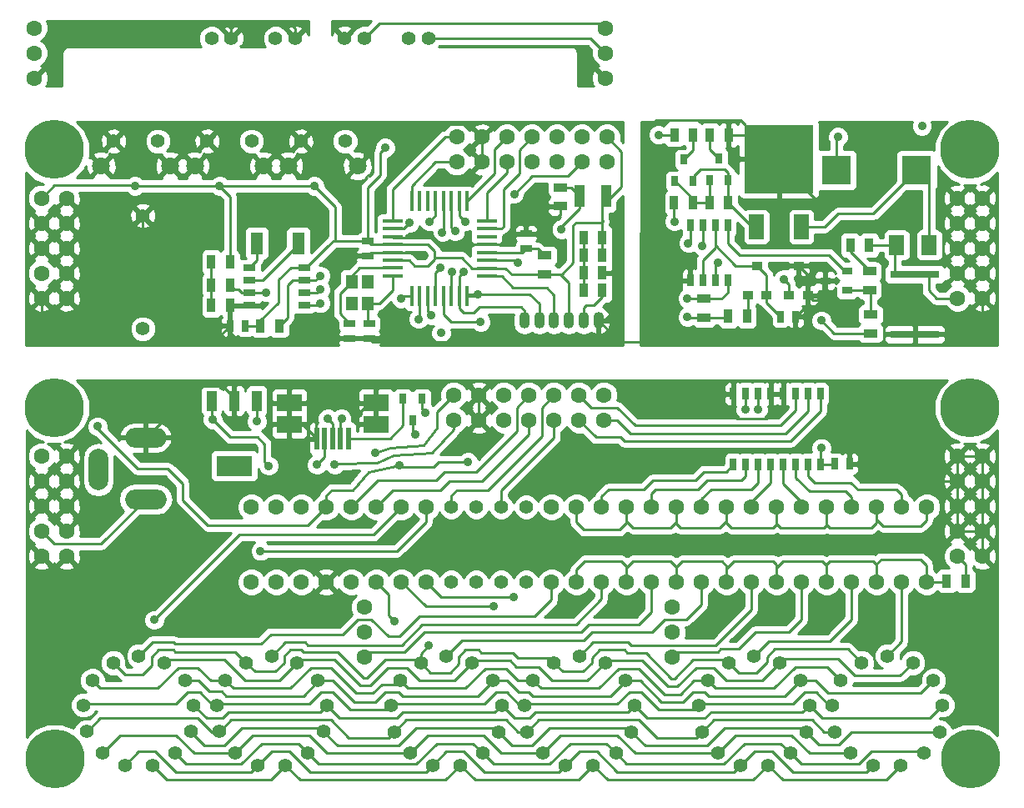
<source format=gtl>
G04 (created by PCBNEW (2013-07-07 BZR 4022)-stable) date 2014/09/07 1:12:15*
%MOIN*%
G04 Gerber Fmt 3.4, Leading zero omitted, Abs format*
%FSLAX34Y34*%
G01*
G70*
G90*
G04 APERTURE LIST*
%ADD10C,0.00590551*%
%ADD11R,0.025X0.05*%
%ADD12C,0.0629921*%
%ADD13R,0.0787X0.0177*%
%ADD14R,0.0177X0.0787*%
%ADD15R,0.0197X0.0906*%
%ADD16R,0.0984252X0.0708661*%
%ADD17O,0.0787402X0.165354*%
%ADD18O,0.165354X0.0787402*%
%ADD19R,0.11811X0.11811*%
%ADD20R,0.0394X0.0315*%
%ADD21R,0.05X0.025*%
%ADD22R,0.06X0.08*%
%ADD23R,0.035X0.055*%
%ADD24R,0.055X0.035*%
%ADD25R,0.025X0.045*%
%ADD26R,0.045X0.025*%
%ADD27R,0.144X0.08*%
%ADD28R,0.04X0.08*%
%ADD29R,0.0393701X0.0354331*%
%ADD30R,0.0433071X0.0354331*%
%ADD31R,0.19685X0.0314961*%
%ADD32R,0.0393701X0.0905512*%
%ADD33C,0.0551181*%
%ADD34R,0.0511811X0.0866142*%
%ADD35R,0.0472441X0.0551181*%
%ADD36O,0.0433071X0.0669291*%
%ADD37C,0.055*%
%ADD38C,0.23622*%
%ADD39C,0.0708661*%
%ADD40R,0.0315X0.0394*%
%ADD41R,0.0591X0.0984*%
%ADD42R,0.2756X0.2756*%
%ADD43C,0.035*%
%ADD44C,0.01*%
G04 APERTURE END LIST*
G54D10*
G54D11*
X69702Y-39529D03*
X69202Y-39529D03*
X68702Y-39529D03*
X68202Y-39529D03*
X67702Y-39529D03*
X67202Y-39529D03*
X66702Y-39529D03*
X66202Y-39529D03*
X66202Y-42359D03*
X66702Y-42359D03*
X67202Y-42359D03*
X67702Y-42359D03*
X68202Y-42359D03*
X68702Y-42359D03*
X69202Y-42359D03*
X69702Y-42359D03*
G54D12*
X65935Y-44048D03*
X64935Y-44048D03*
X63935Y-44048D03*
X62935Y-44048D03*
X61935Y-44048D03*
X60935Y-44048D03*
X59935Y-44048D03*
X58935Y-44048D03*
X58935Y-47048D03*
X59935Y-47048D03*
X60935Y-47048D03*
X61935Y-47048D03*
X62935Y-47048D03*
X63935Y-47048D03*
X64935Y-47048D03*
X65935Y-47048D03*
G54D13*
X52582Y-34813D03*
X52582Y-34498D03*
X52582Y-34183D03*
X52582Y-33868D03*
X52582Y-33553D03*
X52582Y-33238D03*
X52582Y-32923D03*
X52582Y-32608D03*
X56348Y-32610D03*
X56348Y-34820D03*
X56348Y-34500D03*
X56348Y-34180D03*
X56348Y-33870D03*
X56348Y-33550D03*
X56348Y-33240D03*
X56348Y-32920D03*
G54D14*
X53366Y-31820D03*
X53680Y-31820D03*
X53996Y-31820D03*
X54310Y-31820D03*
X54626Y-31820D03*
X54940Y-31820D03*
X55256Y-31820D03*
X55570Y-31820D03*
X53368Y-35600D03*
X53678Y-35600D03*
X53998Y-35600D03*
X54308Y-35600D03*
X54618Y-35600D03*
X54938Y-35600D03*
X55258Y-35600D03*
X55578Y-35600D03*
G54D15*
X50825Y-41320D03*
X50510Y-41320D03*
X50195Y-41320D03*
X49880Y-41320D03*
X49565Y-41320D03*
G54D16*
X51927Y-40749D03*
X51927Y-39883D03*
X48462Y-40749D03*
X48462Y-39883D03*
G54D17*
X40826Y-42559D03*
G54D18*
X42716Y-41279D03*
X42716Y-43740D03*
G54D19*
X70317Y-30587D03*
X73546Y-30587D03*
G54D11*
X64489Y-34994D03*
X64989Y-34994D03*
X65489Y-34994D03*
X65989Y-34994D03*
X65989Y-32794D03*
X65489Y-32794D03*
X64989Y-32794D03*
X64489Y-32794D03*
G54D20*
X69881Y-35000D03*
X70747Y-34625D03*
X70747Y-35375D03*
G54D21*
X46852Y-34486D03*
X46852Y-34986D03*
X46852Y-35486D03*
X46852Y-35986D03*
X49052Y-35986D03*
X49052Y-35486D03*
X49052Y-34986D03*
X49052Y-34486D03*
G54D22*
X74035Y-33582D03*
X72735Y-33582D03*
G54D23*
X63840Y-31886D03*
X64590Y-31886D03*
G54D24*
X71695Y-36354D03*
X71695Y-37104D03*
X71653Y-34625D03*
X71653Y-35375D03*
G54D23*
X71634Y-33582D03*
X70884Y-33582D03*
G54D24*
X59301Y-32028D03*
X59301Y-31278D03*
X65039Y-36477D03*
X65039Y-35727D03*
G54D23*
X66752Y-36417D03*
X66002Y-36417D03*
X66007Y-31886D03*
X65257Y-31886D03*
X63847Y-29173D03*
X64597Y-29173D03*
X45343Y-35984D03*
X46093Y-35984D03*
X46093Y-34251D03*
X45343Y-34251D03*
X60225Y-34685D03*
X60975Y-34685D03*
X60975Y-33267D03*
X60225Y-33267D03*
X60225Y-33976D03*
X60975Y-33976D03*
X60975Y-35393D03*
X60225Y-35393D03*
X45343Y-35196D03*
X46093Y-35196D03*
X47312Y-36811D03*
X48062Y-36811D03*
X75493Y-47007D03*
X74743Y-47007D03*
G54D24*
X58671Y-34745D03*
X58671Y-33995D03*
G54D25*
X46687Y-36811D03*
X46087Y-36811D03*
X70851Y-42322D03*
X70251Y-42322D03*
G54D26*
X57923Y-33725D03*
X57923Y-33125D03*
X50875Y-36707D03*
X50875Y-37307D03*
X51663Y-36707D03*
X51663Y-37307D03*
X51584Y-33400D03*
X51584Y-34000D03*
G54D25*
X68095Y-36437D03*
X68695Y-36437D03*
G54D27*
X46259Y-42402D03*
G54D28*
X46259Y-39802D03*
X45359Y-39802D03*
X47159Y-39802D03*
G54D29*
X66790Y-35590D03*
G54D30*
X67165Y-34409D03*
G54D29*
X67540Y-35590D03*
X68443Y-35590D03*
G54D30*
X68818Y-34409D03*
G54D29*
X69193Y-35590D03*
G54D31*
X73464Y-34744D03*
X73464Y-37145D03*
G54D32*
X61131Y-31614D03*
X60068Y-31614D03*
G54D33*
X47755Y-50000D03*
X48307Y-54370D03*
X49212Y-53897D03*
X49842Y-53031D03*
X49960Y-51968D03*
X49606Y-50984D03*
X48779Y-50275D03*
X46732Y-50275D03*
X45905Y-50984D03*
X45551Y-51968D03*
X45669Y-53031D03*
X46299Y-53897D03*
X47204Y-54370D03*
X42440Y-50000D03*
X42992Y-54370D03*
X43897Y-53897D03*
X44527Y-53031D03*
X44645Y-51968D03*
X44291Y-50984D03*
X43464Y-50275D03*
X41417Y-50275D03*
X40590Y-50984D03*
X40236Y-51968D03*
X40354Y-53031D03*
X40984Y-53897D03*
X41889Y-54370D03*
X54742Y-50001D03*
X55293Y-54371D03*
X56199Y-53899D03*
X56829Y-53033D03*
X56947Y-51970D03*
X56592Y-50985D03*
X55766Y-50277D03*
X53718Y-50277D03*
X52892Y-50985D03*
X52537Y-51970D03*
X52655Y-53033D03*
X53285Y-53899D03*
X54191Y-54371D03*
X60057Y-50001D03*
X60608Y-54371D03*
X61514Y-53899D03*
X62144Y-53033D03*
X62262Y-51970D03*
X61907Y-50985D03*
X61081Y-50277D03*
X59033Y-50277D03*
X58207Y-50985D03*
X57852Y-51970D03*
X57970Y-53033D03*
X58600Y-53899D03*
X59506Y-54371D03*
X67045Y-50001D03*
X67596Y-54371D03*
X68502Y-53899D03*
X69132Y-53033D03*
X69250Y-51970D03*
X68896Y-50985D03*
X68069Y-50277D03*
X66022Y-50277D03*
X65195Y-50985D03*
X64840Y-51970D03*
X64959Y-53033D03*
X65588Y-53899D03*
X66494Y-54371D03*
X72360Y-50001D03*
X72911Y-54371D03*
X73817Y-53899D03*
X74447Y-53033D03*
X74565Y-51970D03*
X74211Y-50985D03*
X73384Y-50277D03*
X71337Y-50277D03*
X70510Y-50985D03*
X70155Y-51970D03*
X70274Y-53033D03*
X70903Y-53899D03*
X71809Y-54371D03*
X45354Y-25314D03*
X46141Y-25314D03*
X47913Y-25314D03*
X48700Y-25314D03*
X54015Y-25314D03*
X53228Y-25314D03*
X51456Y-25314D03*
X50669Y-25314D03*
X42608Y-36929D03*
X42608Y-32401D03*
G54D34*
X48818Y-33503D03*
X47165Y-33503D03*
G54D35*
X51584Y-35905D03*
X51584Y-35039D03*
X50954Y-35905D03*
X50954Y-35039D03*
G54D36*
X60816Y-36594D03*
X60226Y-36594D03*
X59635Y-36594D03*
X59045Y-36594D03*
X58454Y-36594D03*
X57864Y-36594D03*
G54D12*
X61102Y-26905D03*
X61102Y-25905D03*
X61102Y-24905D03*
X51456Y-50055D03*
X51456Y-49055D03*
X51456Y-48055D03*
X38267Y-26905D03*
X38267Y-25905D03*
X38267Y-24905D03*
X63779Y-50055D03*
X63779Y-49055D03*
X63779Y-48055D03*
G54D37*
X55935Y-44048D03*
X54935Y-44048D03*
X54935Y-47048D03*
X55935Y-47048D03*
X57935Y-44048D03*
X56935Y-44048D03*
X56935Y-47048D03*
X57935Y-47048D03*
G54D12*
X75167Y-31702D03*
X75167Y-32702D03*
X75167Y-33702D03*
X75167Y-34702D03*
X75167Y-35702D03*
X76167Y-35702D03*
X76167Y-34702D03*
X76167Y-33702D03*
X76167Y-32702D03*
X76167Y-31702D03*
X38553Y-31702D03*
X38553Y-32702D03*
X38553Y-33702D03*
X38553Y-34702D03*
X38553Y-35702D03*
X39553Y-35702D03*
X39553Y-34702D03*
X39553Y-33702D03*
X39553Y-32702D03*
X39553Y-31702D03*
X75167Y-42017D03*
X75167Y-43017D03*
X75167Y-44017D03*
X75167Y-45017D03*
X75167Y-46017D03*
X76167Y-46017D03*
X76167Y-45017D03*
X76167Y-44017D03*
X76167Y-43017D03*
X76167Y-42017D03*
X38553Y-42017D03*
X38553Y-43017D03*
X38553Y-44017D03*
X38553Y-45017D03*
X38553Y-46017D03*
X39553Y-46017D03*
X39553Y-45017D03*
X39553Y-44017D03*
X39553Y-43017D03*
X39553Y-42017D03*
X53935Y-44048D03*
X52935Y-44048D03*
X51935Y-44048D03*
X50935Y-44048D03*
X49935Y-44048D03*
X48935Y-44048D03*
X47935Y-44048D03*
X46935Y-44048D03*
X46935Y-47048D03*
X47935Y-47048D03*
X48935Y-47048D03*
X49935Y-47048D03*
X50935Y-47048D03*
X51935Y-47048D03*
X52935Y-47048D03*
X53935Y-47048D03*
X73935Y-44048D03*
X72935Y-44048D03*
X71935Y-44048D03*
X70935Y-44048D03*
X69935Y-44048D03*
X68935Y-44048D03*
X67935Y-44048D03*
X66935Y-44048D03*
X66935Y-47048D03*
X67935Y-47048D03*
X68935Y-47048D03*
X69935Y-47048D03*
X70935Y-47048D03*
X71935Y-47048D03*
X72935Y-47048D03*
X73935Y-47048D03*
G54D38*
X75689Y-54132D03*
X75667Y-29765D03*
X39053Y-29765D03*
X39089Y-54132D03*
X39053Y-40080D03*
X75667Y-40080D03*
G54D33*
X43208Y-29429D03*
X41437Y-29429D03*
G54D39*
X40944Y-30413D03*
X43700Y-30413D03*
G54D33*
X46948Y-29429D03*
X45177Y-29429D03*
G54D39*
X44685Y-30413D03*
X47440Y-30413D03*
G54D33*
X50688Y-29429D03*
X48917Y-29429D03*
G54D39*
X48425Y-30413D03*
X51181Y-30413D03*
G54D40*
X64232Y-30157D03*
X64607Y-31023D03*
X63857Y-31023D03*
X65632Y-30115D03*
X66007Y-30981D03*
X65257Y-30981D03*
X53385Y-40590D03*
X53010Y-39724D03*
X53760Y-39724D03*
G54D41*
X67138Y-32850D03*
X68930Y-32850D03*
G54D42*
X68034Y-30134D03*
G54D23*
X65274Y-29183D03*
X66024Y-29183D03*
G54D12*
X55159Y-30263D03*
X56159Y-30263D03*
X57159Y-30263D03*
X58159Y-30263D03*
X59159Y-30263D03*
X60159Y-30263D03*
X61159Y-30263D03*
X61159Y-29263D03*
X60159Y-29263D03*
X59159Y-29263D03*
X58159Y-29263D03*
X57159Y-29263D03*
X56159Y-29263D03*
X55159Y-29263D03*
X55041Y-40578D03*
X56041Y-40578D03*
X57041Y-40578D03*
X58041Y-40578D03*
X59041Y-40578D03*
X60041Y-40578D03*
X61041Y-40578D03*
X61041Y-39578D03*
X60041Y-39578D03*
X59041Y-39578D03*
X58041Y-39578D03*
X57041Y-39578D03*
X56041Y-39578D03*
X55041Y-39578D03*
G54D43*
X54537Y-37086D03*
X73750Y-28818D03*
X69724Y-41692D03*
X67204Y-40157D03*
X55600Y-42244D03*
X40797Y-40826D03*
X52854Y-42381D03*
X55994Y-35551D03*
X55442Y-34645D03*
X57450Y-31535D03*
X54498Y-34488D03*
X56112Y-36653D03*
X54970Y-34645D03*
X55482Y-32637D03*
X54064Y-32637D03*
X59340Y-32952D03*
X57608Y-34291D03*
X54143Y-36377D03*
X53631Y-36535D03*
X52923Y-35708D03*
X53277Y-32677D03*
X49694Y-34803D03*
X49694Y-35354D03*
X54576Y-33070D03*
X49694Y-35905D03*
X55088Y-33031D03*
X66692Y-40157D03*
X43061Y-48562D03*
X47312Y-45807D03*
X56624Y-48031D03*
X57431Y-47637D03*
X52667Y-48622D03*
X54045Y-49586D03*
X59566Y-45314D03*
X61732Y-48070D03*
X69881Y-48385D03*
X72047Y-48385D03*
X65551Y-48188D03*
X59606Y-48070D03*
X67165Y-48582D03*
X63582Y-40000D03*
X62834Y-42165D03*
X59291Y-42244D03*
X52519Y-45118D03*
X51259Y-44724D03*
X68070Y-40196D03*
X70866Y-41692D03*
X51220Y-40314D03*
X45787Y-39212D03*
X48700Y-41653D03*
X47165Y-40629D03*
X68238Y-34940D03*
X69734Y-36594D03*
X53503Y-41141D03*
X47637Y-42401D03*
X53897Y-40275D03*
X45393Y-40551D03*
X64970Y-33622D03*
X64379Y-36456D03*
X63858Y-32637D03*
X65590Y-34291D03*
X49566Y-42362D03*
X50000Y-40511D03*
X50551Y-40511D03*
X47529Y-35472D03*
X49458Y-31220D03*
X45679Y-31220D03*
X42293Y-31220D03*
X52293Y-29685D03*
X64379Y-35708D03*
X64409Y-33503D03*
X63228Y-29173D03*
X70393Y-29251D03*
X50275Y-42362D03*
X51899Y-41870D03*
X49498Y-32322D03*
X47411Y-31692D03*
X58671Y-33031D03*
X53828Y-33976D03*
X64409Y-34212D03*
X69606Y-31850D03*
X72992Y-35866D03*
X69763Y-35787D03*
G54D44*
X69702Y-42359D02*
X69702Y-41714D01*
X69702Y-41714D02*
X69724Y-41692D01*
X67202Y-39529D02*
X67202Y-40155D01*
X67202Y-40155D02*
X67204Y-40157D01*
X69702Y-42359D02*
X70214Y-42359D01*
X70214Y-42359D02*
X70251Y-42322D01*
X52854Y-42381D02*
X52913Y-42440D01*
X54419Y-42244D02*
X55600Y-42244D01*
X54222Y-42440D02*
X54419Y-42244D01*
X52913Y-42440D02*
X54222Y-42440D01*
X49935Y-44048D02*
X49200Y-44783D01*
X49200Y-44783D02*
X45206Y-44783D01*
X45206Y-44783D02*
X44202Y-43779D01*
X44202Y-43779D02*
X44202Y-43110D01*
X44202Y-43110D02*
X43612Y-42519D01*
X43612Y-42519D02*
X42391Y-42519D01*
X42391Y-42519D02*
X40797Y-40925D01*
X40797Y-40925D02*
X40797Y-40826D01*
X49935Y-44048D02*
X49935Y-43598D01*
X49935Y-43598D02*
X50167Y-43366D01*
X50167Y-43366D02*
X50994Y-43366D01*
X50994Y-43366D02*
X51624Y-42657D01*
X51624Y-42657D02*
X52854Y-42381D01*
X42716Y-43740D02*
X40944Y-45511D01*
X39048Y-45511D02*
X38553Y-45017D01*
X40944Y-45511D02*
X39048Y-45511D01*
X53366Y-31820D02*
X53366Y-31210D01*
X54312Y-30263D02*
X55159Y-30263D01*
X53366Y-31210D02*
X54312Y-30263D01*
X55159Y-29263D02*
X54683Y-29263D01*
X52582Y-31364D02*
X52582Y-32608D01*
X54683Y-29263D02*
X52582Y-31364D01*
X55944Y-35600D02*
X55578Y-35600D01*
X55994Y-35551D02*
X55944Y-35600D01*
X58454Y-36594D02*
X58454Y-35925D01*
X55529Y-35551D02*
X55578Y-35600D01*
X58080Y-35551D02*
X55529Y-35551D01*
X58454Y-35925D02*
X58080Y-35551D01*
X55258Y-34830D02*
X55258Y-35600D01*
X55442Y-34645D02*
X55258Y-34830D01*
X55258Y-35600D02*
X55258Y-36114D01*
X57864Y-36200D02*
X57864Y-36594D01*
X57726Y-36062D02*
X57864Y-36200D01*
X56072Y-36062D02*
X57726Y-36062D01*
X55836Y-36299D02*
X56072Y-36062D01*
X55442Y-36299D02*
X55836Y-36299D01*
X55258Y-36114D02*
X55442Y-36299D01*
X60159Y-30263D02*
X59596Y-30826D01*
X59596Y-30826D02*
X58159Y-30826D01*
X58159Y-30826D02*
X57450Y-31535D01*
X54498Y-34488D02*
X54308Y-34677D01*
X54308Y-34677D02*
X54308Y-35600D01*
X54308Y-34677D02*
X54308Y-35600D01*
X54618Y-35600D02*
X54618Y-36340D01*
X54931Y-36653D02*
X56112Y-36653D01*
X54618Y-36340D02*
X54931Y-36653D01*
X54970Y-34645D02*
X54938Y-34677D01*
X54938Y-34677D02*
X54938Y-35600D01*
X58159Y-29263D02*
X57647Y-29775D01*
X56931Y-32920D02*
X56348Y-32920D01*
X57017Y-32834D02*
X56931Y-32920D01*
X57017Y-31338D02*
X57017Y-32834D01*
X57647Y-30708D02*
X57017Y-31338D01*
X57647Y-29775D02*
X57647Y-30708D01*
X57159Y-30263D02*
X57159Y-30685D01*
X56348Y-31496D02*
X56348Y-32610D01*
X57159Y-30685D02*
X56348Y-31496D01*
X57159Y-29263D02*
X56663Y-29759D01*
X56663Y-30727D02*
X55570Y-31820D01*
X56663Y-29759D02*
X56663Y-30727D01*
X55256Y-32411D02*
X55256Y-31820D01*
X55482Y-32637D02*
X55256Y-32411D01*
X69702Y-39529D02*
X69702Y-40218D01*
X60722Y-41259D02*
X60041Y-40578D01*
X61692Y-41259D02*
X60722Y-41259D01*
X61850Y-41417D02*
X61692Y-41259D01*
X68503Y-41417D02*
X61850Y-41417D01*
X69702Y-40218D02*
X68503Y-41417D01*
X69202Y-39529D02*
X69202Y-40206D01*
X61562Y-40578D02*
X61041Y-40578D01*
X62086Y-41102D02*
X61562Y-40578D01*
X68307Y-41102D02*
X62086Y-41102D01*
X69202Y-40206D02*
X68307Y-41102D01*
X68702Y-39529D02*
X68702Y-40194D01*
X60541Y-40078D02*
X60041Y-39578D01*
X61574Y-40078D02*
X60541Y-40078D01*
X62283Y-40787D02*
X61574Y-40078D01*
X68110Y-40787D02*
X62283Y-40787D01*
X68702Y-40194D02*
X68110Y-40787D01*
X59045Y-41279D02*
X59045Y-40578D01*
X56935Y-44048D02*
X56935Y-43389D01*
X56935Y-43389D02*
X59045Y-41279D01*
X54935Y-44048D02*
X54935Y-43598D01*
X54935Y-43598D02*
X55147Y-43385D01*
X58553Y-40070D02*
X59045Y-39578D01*
X58553Y-41220D02*
X58553Y-40070D01*
X56387Y-43385D02*
X58553Y-41220D01*
X55147Y-43385D02*
X56387Y-43385D01*
X58045Y-39578D02*
X57549Y-40074D01*
X57549Y-40074D02*
X57549Y-41023D01*
X52011Y-42972D02*
X50935Y-44048D01*
X54320Y-42972D02*
X52011Y-42972D01*
X54655Y-42637D02*
X54320Y-42972D01*
X55935Y-42637D02*
X54655Y-42637D01*
X57549Y-41023D02*
X55935Y-42637D01*
X51935Y-44048D02*
X52602Y-43382D01*
X58045Y-41137D02*
X58045Y-40578D01*
X56171Y-43011D02*
X58045Y-41137D01*
X54872Y-43011D02*
X56171Y-43011D01*
X54501Y-43382D02*
X54872Y-43011D01*
X52602Y-43382D02*
X54501Y-43382D01*
X54310Y-32392D02*
X54310Y-31820D01*
X54064Y-32637D02*
X54310Y-32392D01*
X60975Y-35393D02*
X60975Y-35648D01*
X60226Y-36082D02*
X60226Y-36594D01*
X60324Y-35984D02*
X60226Y-36082D01*
X60403Y-35984D02*
X60324Y-35984D01*
X60639Y-35984D02*
X60403Y-35984D01*
X60975Y-35648D02*
X60639Y-35984D01*
X56348Y-34820D02*
X56956Y-34820D01*
X59045Y-35570D02*
X59045Y-36594D01*
X58750Y-35275D02*
X59045Y-35570D01*
X57411Y-35275D02*
X58750Y-35275D01*
X56956Y-34820D02*
X57411Y-35275D01*
X60068Y-31614D02*
X60068Y-32106D01*
X59340Y-32834D02*
X59340Y-32952D01*
X60068Y-32106D02*
X59340Y-32834D01*
X56348Y-34180D02*
X57497Y-34180D01*
X57497Y-34180D02*
X57608Y-34291D01*
X59301Y-31278D02*
X59733Y-31278D01*
X59733Y-31278D02*
X60068Y-31614D01*
X53998Y-36232D02*
X53998Y-35600D01*
X54143Y-36377D02*
X53998Y-36232D01*
X53678Y-35600D02*
X53678Y-36488D01*
X53678Y-36488D02*
X53631Y-36535D01*
X53031Y-35600D02*
X53368Y-35600D01*
X52923Y-35708D02*
X53031Y-35600D01*
X53277Y-32677D02*
X53031Y-32923D01*
X52582Y-32923D02*
X53031Y-32923D01*
X49052Y-34986D02*
X49511Y-34986D01*
X49511Y-34986D02*
X49694Y-34803D01*
X49052Y-34986D02*
X48606Y-34986D01*
X48395Y-36477D02*
X48062Y-36811D01*
X48395Y-35196D02*
X48395Y-36477D01*
X48606Y-34986D02*
X48395Y-35196D01*
X49052Y-35486D02*
X49562Y-35486D01*
X49562Y-35486D02*
X49694Y-35354D01*
X54626Y-31820D02*
X54626Y-33021D01*
X54626Y-33021D02*
X54576Y-33070D01*
X49052Y-35986D02*
X49614Y-35986D01*
X49614Y-35986D02*
X49694Y-35905D01*
X54940Y-32883D02*
X54940Y-31820D01*
X55088Y-33031D02*
X54940Y-32883D01*
X69202Y-42359D02*
X69202Y-42824D01*
X72935Y-43565D02*
X72935Y-44048D01*
X72716Y-43346D02*
X72935Y-43565D01*
X71181Y-43346D02*
X72716Y-43346D01*
X70905Y-43070D02*
X71181Y-43346D01*
X69448Y-43070D02*
X70905Y-43070D01*
X69202Y-42824D02*
X69448Y-43070D01*
X68702Y-42359D02*
X68702Y-42875D01*
X70935Y-43651D02*
X70935Y-44048D01*
X70708Y-43425D02*
X70935Y-43651D01*
X69251Y-43425D02*
X70708Y-43425D01*
X68702Y-42875D02*
X69251Y-43425D01*
X68202Y-42359D02*
X68202Y-43124D01*
X68935Y-43856D02*
X68935Y-44048D01*
X68202Y-43124D02*
X68935Y-43856D01*
X67702Y-42359D02*
X67702Y-43084D01*
X66935Y-43851D02*
X66935Y-44048D01*
X67702Y-43084D02*
X66935Y-43851D01*
X67202Y-42359D02*
X67202Y-43072D01*
X64935Y-43725D02*
X64935Y-44048D01*
X65314Y-43346D02*
X64935Y-43725D01*
X66929Y-43346D02*
X65314Y-43346D01*
X67202Y-43072D02*
X66929Y-43346D01*
X66702Y-42359D02*
X66702Y-42824D01*
X62935Y-43521D02*
X62935Y-44048D01*
X63110Y-43346D02*
X62935Y-43521D01*
X64803Y-43346D02*
X63110Y-43346D01*
X65157Y-42992D02*
X64803Y-43346D01*
X66535Y-42992D02*
X65157Y-42992D01*
X66702Y-42824D02*
X66535Y-42992D01*
X66202Y-42359D02*
X65924Y-42637D01*
X60935Y-43631D02*
X60935Y-44048D01*
X61220Y-43346D02*
X60935Y-43631D01*
X62637Y-43346D02*
X61220Y-43346D01*
X62992Y-42992D02*
X62637Y-43346D01*
X64685Y-42992D02*
X62992Y-42992D01*
X65039Y-42637D02*
X64685Y-42992D01*
X65924Y-42637D02*
X65039Y-42637D01*
X66702Y-39529D02*
X66702Y-40147D01*
X66702Y-40147D02*
X66692Y-40157D01*
X52935Y-44048D02*
X51826Y-45157D01*
X46466Y-45157D02*
X43061Y-48562D01*
X51826Y-45157D02*
X46466Y-45157D01*
X43579Y-54960D02*
X42990Y-54371D01*
X47716Y-54960D02*
X43579Y-54960D01*
X48305Y-54371D02*
X47716Y-54960D01*
X48894Y-54960D02*
X48305Y-54371D01*
X54704Y-54960D02*
X48894Y-54960D01*
X55293Y-54371D02*
X54704Y-54960D01*
X60608Y-54371D02*
X60019Y-54960D01*
X55882Y-54960D02*
X55293Y-54371D01*
X60019Y-54960D02*
X55882Y-54960D01*
X67596Y-54371D02*
X67007Y-54960D01*
X67007Y-54960D02*
X61197Y-54960D01*
X61197Y-54960D02*
X60608Y-54371D01*
X72911Y-54371D02*
X72322Y-54960D01*
X72322Y-54960D02*
X68185Y-54960D01*
X68185Y-54960D02*
X67596Y-54371D01*
X53935Y-44637D02*
X53935Y-44048D01*
X52765Y-45807D02*
X53935Y-44637D01*
X47312Y-45807D02*
X52765Y-45807D01*
X49211Y-53899D02*
X48815Y-53503D01*
X44327Y-54330D02*
X43896Y-53899D01*
X46535Y-54330D02*
X44327Y-54330D01*
X47362Y-53503D02*
X46535Y-54330D01*
X48815Y-53503D02*
X47362Y-53503D01*
X56199Y-53899D02*
X55803Y-53503D01*
X49642Y-54330D02*
X49211Y-53899D01*
X50826Y-54330D02*
X49642Y-54330D01*
X53543Y-54330D02*
X50826Y-54330D01*
X54370Y-53503D02*
X53543Y-54330D01*
X55803Y-53503D02*
X54370Y-53503D01*
X57165Y-54330D02*
X56630Y-54330D01*
X61118Y-53503D02*
X59685Y-53503D01*
X59685Y-53503D02*
X58858Y-54330D01*
X58858Y-54330D02*
X57165Y-54330D01*
X61514Y-53899D02*
X61118Y-53503D01*
X56630Y-54330D02*
X56199Y-53899D01*
X67244Y-53503D02*
X66653Y-53503D01*
X68107Y-53503D02*
X67244Y-53503D01*
X68502Y-53899D02*
X68107Y-53503D01*
X61945Y-54330D02*
X61514Y-53899D01*
X65826Y-54330D02*
X61945Y-54330D01*
X66653Y-53503D02*
X65826Y-54330D01*
X73817Y-53899D02*
X73737Y-53818D01*
X73737Y-53818D02*
X71732Y-53818D01*
X71732Y-53818D02*
X71220Y-54330D01*
X71220Y-54330D02*
X68933Y-54330D01*
X68933Y-54330D02*
X68502Y-53899D01*
X52935Y-47048D02*
X53918Y-48031D01*
X53918Y-48031D02*
X56624Y-48031D01*
X56829Y-53033D02*
X56670Y-52874D01*
X56670Y-52874D02*
X53543Y-52874D01*
X62144Y-53033D02*
X61985Y-52874D01*
X57378Y-53582D02*
X56829Y-53033D01*
X58149Y-53582D02*
X57378Y-53582D01*
X58858Y-52874D02*
X58149Y-53582D01*
X61985Y-52874D02*
X58858Y-52874D01*
X68188Y-52874D02*
X66220Y-52874D01*
X68973Y-52874D02*
X68188Y-52874D01*
X69132Y-53033D02*
X68973Y-52874D01*
X62693Y-53582D02*
X62144Y-53033D01*
X65157Y-53582D02*
X62693Y-53582D01*
X65866Y-52874D02*
X65157Y-53582D01*
X66220Y-52874D02*
X65866Y-52874D01*
X45075Y-53582D02*
X44525Y-53033D01*
X49840Y-53033D02*
X49681Y-52874D01*
X50390Y-53582D02*
X49840Y-53033D01*
X52834Y-53582D02*
X50390Y-53582D01*
X53543Y-52874D02*
X52834Y-53582D01*
X49681Y-52874D02*
X46574Y-52874D01*
X45866Y-53582D02*
X45075Y-53582D01*
X46574Y-52874D02*
X45866Y-53582D01*
X74447Y-53033D02*
X70943Y-53033D01*
X70943Y-53033D02*
X70433Y-53543D01*
X70433Y-53543D02*
X69642Y-53543D01*
X69642Y-53543D02*
X69132Y-53033D01*
X53935Y-47048D02*
X54524Y-47637D01*
X54524Y-47637D02*
X57431Y-47637D01*
X49604Y-50985D02*
X49604Y-51025D01*
X49604Y-51025D02*
X49015Y-51614D01*
X56592Y-50985D02*
X56592Y-51005D01*
X50198Y-50985D02*
X49604Y-50985D01*
X51062Y-51850D02*
X50198Y-50985D01*
X51889Y-51850D02*
X51062Y-51850D01*
X52283Y-51456D02*
X51889Y-51850D01*
X52834Y-51456D02*
X52283Y-51456D01*
X52992Y-51614D02*
X52834Y-51456D01*
X55984Y-51614D02*
X52992Y-51614D01*
X56592Y-51005D02*
X55984Y-51614D01*
X61907Y-50985D02*
X61907Y-51005D01*
X57166Y-50985D02*
X56592Y-50985D01*
X57637Y-51456D02*
X57166Y-50985D01*
X58031Y-51456D02*
X57637Y-51456D01*
X58188Y-51614D02*
X58031Y-51456D01*
X61299Y-51614D02*
X58188Y-51614D01*
X61907Y-51005D02*
X61299Y-51614D01*
X68896Y-50985D02*
X68267Y-51614D01*
X62481Y-50985D02*
X61907Y-50985D01*
X63346Y-51850D02*
X62481Y-50985D01*
X64212Y-51850D02*
X63346Y-51850D01*
X64606Y-51456D02*
X64212Y-51850D01*
X65078Y-51456D02*
X64606Y-51456D01*
X65236Y-51614D02*
X65078Y-51456D01*
X68267Y-51614D02*
X65236Y-51614D01*
X49015Y-51614D02*
X45944Y-51614D01*
X44844Y-50985D02*
X44289Y-50985D01*
X45275Y-51417D02*
X44844Y-50985D01*
X45748Y-51417D02*
X45275Y-51417D01*
X45944Y-51614D02*
X45748Y-51417D01*
X74211Y-50985D02*
X73700Y-51496D01*
X73700Y-51496D02*
X70000Y-51496D01*
X70000Y-51496D02*
X69489Y-50985D01*
X69489Y-50985D02*
X68896Y-50985D01*
X48777Y-50277D02*
X48070Y-50984D01*
X54055Y-50984D02*
X53661Y-50984D01*
X55766Y-50296D02*
X55078Y-50984D01*
X55078Y-50984D02*
X54055Y-50984D01*
X55766Y-50277D02*
X55766Y-50296D01*
X48897Y-50157D02*
X48777Y-50277D01*
X50275Y-50157D02*
X48897Y-50157D01*
X51299Y-51181D02*
X50275Y-50157D01*
X51692Y-51181D02*
X51299Y-51181D01*
X52401Y-50472D02*
X51692Y-51181D01*
X53149Y-50472D02*
X52401Y-50472D01*
X53661Y-50984D02*
X53149Y-50472D01*
X61081Y-50277D02*
X60374Y-50984D01*
X55846Y-50196D02*
X55766Y-50277D01*
X57283Y-50196D02*
X55846Y-50196D01*
X57519Y-50433D02*
X57283Y-50196D01*
X58425Y-50433D02*
X57519Y-50433D01*
X58976Y-50984D02*
X58425Y-50433D01*
X60374Y-50984D02*
X58976Y-50984D01*
X68069Y-50277D02*
X67362Y-50984D01*
X61161Y-50196D02*
X61081Y-50277D01*
X62559Y-50196D02*
X61161Y-50196D01*
X63582Y-51220D02*
X62559Y-50196D01*
X63976Y-51220D02*
X63582Y-51220D01*
X64724Y-50472D02*
X63976Y-51220D01*
X65433Y-50472D02*
X64724Y-50472D01*
X65944Y-50984D02*
X65433Y-50472D01*
X67362Y-50984D02*
X65944Y-50984D01*
X43582Y-50157D02*
X43462Y-50277D01*
X45866Y-50157D02*
X43582Y-50157D01*
X46692Y-50984D02*
X45866Y-50157D01*
X48070Y-50984D02*
X46692Y-50984D01*
X73384Y-50277D02*
X72874Y-50787D01*
X72874Y-50787D02*
X71062Y-50787D01*
X71062Y-50787D02*
X70393Y-50118D01*
X70393Y-50118D02*
X68228Y-50118D01*
X68228Y-50118D02*
X68069Y-50277D01*
X53718Y-50277D02*
X53718Y-49912D01*
X52431Y-47544D02*
X51935Y-47048D01*
X52431Y-48385D02*
X52431Y-47544D01*
X52667Y-48622D02*
X52431Y-48385D01*
X53718Y-49912D02*
X54045Y-49586D01*
X46730Y-50277D02*
X46296Y-49842D01*
X41886Y-50748D02*
X41415Y-50277D01*
X42598Y-50748D02*
X41886Y-50748D01*
X42952Y-50393D02*
X42598Y-50748D01*
X42952Y-50039D02*
X42952Y-50393D01*
X43228Y-49763D02*
X42952Y-50039D01*
X43818Y-49763D02*
X43228Y-49763D01*
X43897Y-49842D02*
X43818Y-49763D01*
X46296Y-49842D02*
X43897Y-49842D01*
X53718Y-50277D02*
X53599Y-50157D01*
X47083Y-50629D02*
X46730Y-50277D01*
X53599Y-50157D02*
X52283Y-50157D01*
X59033Y-50277D02*
X58835Y-50078D01*
X54111Y-50669D02*
X53718Y-50277D01*
X54881Y-50669D02*
X54111Y-50669D01*
X55236Y-50314D02*
X54881Y-50669D01*
X55236Y-50039D02*
X55236Y-50314D01*
X55511Y-49763D02*
X55236Y-50039D01*
X56023Y-49763D02*
X55511Y-49763D01*
X56141Y-49881D02*
X56023Y-49763D01*
X57401Y-49881D02*
X56141Y-49881D01*
X57598Y-50078D02*
X57401Y-49881D01*
X58835Y-50078D02*
X57598Y-50078D01*
X66022Y-50277D02*
X65902Y-50157D01*
X59386Y-50629D02*
X59033Y-50277D01*
X60196Y-50629D02*
X59386Y-50629D01*
X60551Y-50275D02*
X60196Y-50629D01*
X60551Y-50078D02*
X60551Y-50275D01*
X60866Y-49763D02*
X60551Y-50078D01*
X61850Y-49763D02*
X60866Y-49763D01*
X61968Y-49881D02*
X61850Y-49763D01*
X62716Y-49881D02*
X61968Y-49881D01*
X63740Y-50905D02*
X62716Y-49881D01*
X63858Y-50905D02*
X63740Y-50905D01*
X64606Y-50157D02*
X63858Y-50905D01*
X65902Y-50157D02*
X64606Y-50157D01*
X47913Y-50629D02*
X47083Y-50629D01*
X48267Y-50275D02*
X47913Y-50629D01*
X48267Y-50000D02*
X48267Y-50275D01*
X48503Y-49763D02*
X48267Y-50000D01*
X48937Y-49763D02*
X48503Y-49763D01*
X49015Y-49842D02*
X48937Y-49763D01*
X50393Y-49842D02*
X49015Y-49842D01*
X51417Y-50866D02*
X50393Y-49842D01*
X51574Y-50866D02*
X51417Y-50866D01*
X52283Y-50157D02*
X51574Y-50866D01*
X71337Y-50277D02*
X70784Y-49724D01*
X70784Y-49724D02*
X67874Y-49724D01*
X67874Y-49724D02*
X67559Y-50039D01*
X67559Y-50039D02*
X67559Y-50236D01*
X67559Y-50236D02*
X67125Y-50669D01*
X67125Y-50669D02*
X66414Y-50669D01*
X66414Y-50669D02*
X66022Y-50277D01*
X52892Y-50985D02*
X52736Y-51141D01*
X52736Y-51141D02*
X52165Y-51141D01*
X58207Y-50985D02*
X57600Y-50985D01*
X53205Y-51299D02*
X52892Y-50985D01*
X55511Y-51299D02*
X53205Y-51299D01*
X56299Y-50511D02*
X55511Y-51299D01*
X57125Y-50511D02*
X56299Y-50511D01*
X57600Y-50985D02*
X57125Y-50511D01*
X65195Y-50985D02*
X64644Y-50985D01*
X58520Y-51299D02*
X58207Y-50985D01*
X60826Y-51299D02*
X58520Y-51299D01*
X61614Y-50511D02*
X60826Y-51299D01*
X62440Y-50511D02*
X61614Y-50511D01*
X63464Y-51535D02*
X62440Y-50511D01*
X64094Y-51535D02*
X63464Y-51535D01*
X64644Y-50985D02*
X64094Y-51535D01*
X70510Y-50985D02*
X69957Y-50433D01*
X65508Y-51299D02*
X65195Y-50985D01*
X67834Y-51299D02*
X65508Y-51299D01*
X68700Y-50433D02*
X67834Y-51299D01*
X69957Y-50433D02*
X68700Y-50433D01*
X52165Y-51141D02*
X51811Y-51496D01*
X40902Y-51299D02*
X40588Y-50985D01*
X43188Y-51299D02*
X40902Y-51299D01*
X44015Y-50472D02*
X43188Y-51299D01*
X44803Y-50472D02*
X44015Y-50472D01*
X45316Y-50985D02*
X44803Y-50472D01*
X45903Y-50985D02*
X45316Y-50985D01*
X46217Y-51299D02*
X45903Y-50985D01*
X48503Y-51299D02*
X46217Y-51299D01*
X49330Y-50472D02*
X48503Y-51299D01*
X50118Y-50472D02*
X49330Y-50472D01*
X51141Y-51496D02*
X50118Y-50472D01*
X51181Y-51496D02*
X51141Y-51496D01*
X51574Y-51496D02*
X51181Y-51496D01*
X51811Y-51496D02*
X51574Y-51496D01*
X45667Y-53033D02*
X45355Y-53033D01*
X40905Y-52480D02*
X40352Y-53033D01*
X44803Y-52480D02*
X40905Y-52480D01*
X45355Y-53033D02*
X44803Y-52480D01*
X52655Y-53033D02*
X52421Y-53267D01*
X46141Y-52559D02*
X45667Y-53033D01*
X52421Y-53267D02*
X50826Y-53267D01*
X53129Y-52559D02*
X52655Y-53033D01*
X57125Y-52559D02*
X53129Y-52559D01*
X57600Y-53033D02*
X57125Y-52559D01*
X57970Y-53033D02*
X57600Y-53033D01*
X64959Y-53033D02*
X64724Y-53267D01*
X58444Y-52559D02*
X57970Y-53033D01*
X62440Y-52559D02*
X58444Y-52559D01*
X63149Y-53267D02*
X62440Y-52559D01*
X64724Y-53267D02*
X63149Y-53267D01*
X50118Y-52559D02*
X46141Y-52559D01*
X50826Y-53267D02*
X50118Y-52559D01*
X64959Y-53033D02*
X65433Y-52559D01*
X65433Y-52559D02*
X69370Y-52559D01*
X69370Y-52559D02*
X69844Y-53033D01*
X69844Y-53033D02*
X70274Y-53033D01*
X53285Y-53899D02*
X49962Y-53899D01*
X49962Y-53899D02*
X49251Y-53188D01*
X46297Y-53899D02*
X44647Y-53899D01*
X41692Y-53188D02*
X40982Y-53899D01*
X43937Y-53188D02*
X41692Y-53188D01*
X44647Y-53899D02*
X43937Y-53188D01*
X47007Y-53188D02*
X46297Y-53899D01*
X49251Y-53188D02*
X47007Y-53188D01*
X56220Y-53188D02*
X53996Y-53188D01*
X56930Y-53899D02*
X56220Y-53188D01*
X58600Y-53899D02*
X56930Y-53899D01*
X53996Y-53188D02*
X53285Y-53899D01*
X65588Y-53899D02*
X62285Y-53899D01*
X59311Y-53188D02*
X58600Y-53899D01*
X61574Y-53188D02*
X59311Y-53188D01*
X62285Y-53899D02*
X61574Y-53188D01*
X68543Y-53188D02*
X66299Y-53188D01*
X66299Y-53188D02*
X65588Y-53899D01*
X70903Y-53899D02*
X69253Y-53899D01*
X69253Y-53899D02*
X68543Y-53188D01*
X49291Y-54645D02*
X53917Y-54645D01*
X48464Y-53818D02*
X49291Y-54645D01*
X59506Y-54371D02*
X60059Y-53818D01*
X66220Y-54645D02*
X66494Y-54371D01*
X61574Y-54645D02*
X66220Y-54645D01*
X60748Y-53818D02*
X61574Y-54645D01*
X60059Y-53818D02*
X60748Y-53818D01*
X54191Y-54371D02*
X54744Y-53818D01*
X59232Y-54645D02*
X59506Y-54371D01*
X56259Y-54645D02*
X59232Y-54645D01*
X55433Y-53818D02*
X56259Y-54645D01*
X54744Y-53818D02*
X55433Y-53818D01*
X47203Y-54371D02*
X47755Y-53818D01*
X53917Y-54645D02*
X54191Y-54371D01*
X47755Y-53818D02*
X48464Y-53818D01*
X41888Y-54371D02*
X42440Y-53818D01*
X46929Y-54645D02*
X47203Y-54371D01*
X43937Y-54645D02*
X46929Y-54645D01*
X43110Y-53818D02*
X43937Y-54645D01*
X42440Y-53818D02*
X43110Y-53818D01*
X66494Y-54371D02*
X67047Y-53818D01*
X67047Y-53818D02*
X67755Y-53818D01*
X67755Y-53818D02*
X68582Y-54645D01*
X68582Y-54645D02*
X71535Y-54645D01*
X71535Y-54645D02*
X71809Y-54371D01*
X72935Y-47048D02*
X72935Y-49426D01*
X72935Y-49426D02*
X72360Y-50001D01*
X70935Y-47048D02*
X70935Y-48552D01*
X67637Y-49409D02*
X67045Y-50001D01*
X70078Y-49409D02*
X67637Y-49409D01*
X70935Y-48552D02*
X70078Y-49409D01*
X66935Y-47048D02*
X66935Y-48143D01*
X60610Y-49448D02*
X60057Y-50001D01*
X62007Y-49448D02*
X60610Y-49448D01*
X62125Y-49566D02*
X62007Y-49448D01*
X65511Y-49566D02*
X62125Y-49566D01*
X66935Y-48143D02*
X65511Y-49566D01*
X64935Y-47048D02*
X64935Y-47938D01*
X55374Y-49370D02*
X54742Y-50001D01*
X60236Y-49370D02*
X55374Y-49370D01*
X60551Y-49055D02*
X60236Y-49370D01*
X62952Y-49055D02*
X60551Y-49055D01*
X63464Y-48543D02*
X62952Y-49055D01*
X64330Y-48543D02*
X63464Y-48543D01*
X64935Y-47938D02*
X64330Y-48543D01*
X60935Y-47048D02*
X60935Y-47725D01*
X48307Y-49448D02*
X47755Y-50000D01*
X49094Y-49448D02*
X48307Y-49448D01*
X49212Y-49566D02*
X49094Y-49448D01*
X52952Y-49566D02*
X49212Y-49566D01*
X53779Y-48740D02*
X52952Y-49566D01*
X59921Y-48740D02*
X53779Y-48740D01*
X60935Y-47725D02*
X59921Y-48740D01*
X51702Y-48543D02*
X51742Y-48543D01*
X52854Y-49232D02*
X53543Y-48543D01*
X52431Y-49232D02*
X52854Y-49232D01*
X51742Y-48543D02*
X52431Y-49232D01*
X58935Y-47048D02*
X58935Y-47757D01*
X42992Y-49448D02*
X42440Y-50000D01*
X43818Y-49448D02*
X42992Y-49448D01*
X43897Y-49527D02*
X43818Y-49448D01*
X47322Y-49527D02*
X43897Y-49527D01*
X47716Y-49133D02*
X47322Y-49527D01*
X50590Y-49133D02*
X47716Y-49133D01*
X51181Y-48543D02*
X50590Y-49133D01*
X51702Y-48543D02*
X51181Y-48543D01*
X53661Y-48425D02*
X53543Y-48543D01*
X58267Y-48425D02*
X53661Y-48425D01*
X58935Y-47757D02*
X58267Y-48425D01*
X39448Y-24724D02*
X38858Y-25314D01*
X45944Y-24724D02*
X39448Y-24724D01*
X46141Y-24921D02*
X45944Y-24724D01*
X38267Y-26889D02*
X38267Y-26905D01*
X38858Y-26299D02*
X38267Y-26889D01*
X38858Y-25314D02*
X38858Y-26299D01*
X46141Y-25314D02*
X46141Y-24921D01*
X48700Y-25314D02*
X48700Y-24921D01*
X46338Y-24724D02*
X46141Y-24921D01*
X48503Y-24724D02*
X46338Y-24724D01*
X48700Y-24921D02*
X48503Y-24724D01*
X61102Y-25905D02*
X60511Y-25314D01*
X60511Y-25314D02*
X54015Y-25314D01*
X61102Y-24905D02*
X60921Y-24724D01*
X52047Y-24724D02*
X51456Y-25314D01*
X60921Y-24724D02*
X52047Y-24724D01*
X68935Y-47048D02*
X68935Y-48544D01*
X63992Y-49842D02*
X63779Y-50055D01*
X65590Y-49842D02*
X63992Y-49842D01*
X65708Y-49724D02*
X65590Y-49842D01*
X66417Y-49724D02*
X65708Y-49724D01*
X67086Y-49055D02*
X66417Y-49724D01*
X68425Y-49055D02*
X67086Y-49055D01*
X68935Y-48544D02*
X68425Y-49055D01*
X62935Y-47048D02*
X62935Y-48245D01*
X51669Y-49842D02*
X51456Y-50055D01*
X53070Y-49842D02*
X51669Y-49842D01*
X53858Y-49055D02*
X53070Y-49842D01*
X60118Y-49055D02*
X53858Y-49055D01*
X60433Y-48740D02*
X60118Y-49055D01*
X62440Y-48740D02*
X60433Y-48740D01*
X62935Y-48245D02*
X62440Y-48740D01*
X49959Y-51970D02*
X49685Y-52244D01*
X45154Y-52480D02*
X44644Y-51970D01*
X45787Y-52480D02*
X45154Y-52480D01*
X46023Y-52244D02*
X45787Y-52480D01*
X46220Y-52244D02*
X46023Y-52244D01*
X49685Y-52244D02*
X46220Y-52244D01*
X56947Y-51970D02*
X56673Y-52244D01*
X50469Y-52480D02*
X49959Y-51970D01*
X52755Y-52480D02*
X50469Y-52480D01*
X52992Y-52244D02*
X52755Y-52480D01*
X56673Y-52244D02*
X52992Y-52244D01*
X62262Y-51970D02*
X61988Y-52244D01*
X57457Y-52480D02*
X56947Y-51970D01*
X58070Y-52480D02*
X57457Y-52480D01*
X58307Y-52244D02*
X58070Y-52480D01*
X61988Y-52244D02*
X58307Y-52244D01*
X67992Y-52244D02*
X65314Y-52244D01*
X68976Y-52244D02*
X67992Y-52244D01*
X69250Y-51970D02*
X68976Y-52244D01*
X62772Y-52480D02*
X62262Y-51970D01*
X65078Y-52480D02*
X62772Y-52480D01*
X65314Y-52244D02*
X65078Y-52480D01*
X74565Y-51970D02*
X74055Y-52480D01*
X74055Y-52480D02*
X69760Y-52480D01*
X69760Y-52480D02*
X69250Y-51970D01*
X45549Y-51970D02*
X45395Y-51970D01*
X40275Y-51929D02*
X40234Y-51970D01*
X43937Y-51929D02*
X40275Y-51929D01*
X44409Y-51456D02*
X43937Y-51929D01*
X44881Y-51456D02*
X44409Y-51456D01*
X45395Y-51970D02*
X44881Y-51456D01*
X52537Y-51970D02*
X52342Y-52165D01*
X45590Y-51929D02*
X45549Y-51970D01*
X49251Y-51929D02*
X45590Y-51929D01*
X49724Y-51456D02*
X49251Y-51929D01*
X50196Y-51456D02*
X49724Y-51456D01*
X50905Y-52165D02*
X50196Y-51456D01*
X52342Y-52165D02*
X50905Y-52165D01*
X57852Y-51970D02*
X57678Y-51970D01*
X52578Y-51929D02*
X52537Y-51970D01*
X56259Y-51929D02*
X52578Y-51929D01*
X56732Y-51456D02*
X56259Y-51929D01*
X57165Y-51456D02*
X56732Y-51456D01*
X57678Y-51970D02*
X57165Y-51456D01*
X64840Y-51970D02*
X64645Y-52165D01*
X57893Y-51929D02*
X57852Y-51970D01*
X61574Y-51929D02*
X57893Y-51929D01*
X62047Y-51456D02*
X61574Y-51929D01*
X62519Y-51456D02*
X62047Y-51456D01*
X63228Y-52165D02*
X62519Y-51456D01*
X64645Y-52165D02*
X63228Y-52165D01*
X70155Y-51970D02*
X70040Y-51970D01*
X64881Y-51929D02*
X64840Y-51970D01*
X68582Y-51929D02*
X64881Y-51929D01*
X69055Y-51456D02*
X68582Y-51929D01*
X69527Y-51456D02*
X69055Y-51456D01*
X70040Y-51970D02*
X69527Y-51456D01*
X75167Y-35702D02*
X74324Y-35702D01*
X73956Y-34744D02*
X73464Y-34744D01*
X74015Y-34685D02*
X73956Y-34744D01*
X74015Y-35393D02*
X74015Y-34685D01*
X74324Y-35702D02*
X74015Y-35393D01*
X72735Y-33582D02*
X72677Y-33641D01*
X73405Y-34685D02*
X73464Y-34744D01*
X72677Y-34685D02*
X73405Y-34685D01*
X72677Y-33641D02*
X72677Y-34685D01*
X71634Y-33582D02*
X72735Y-33582D01*
X49935Y-47048D02*
X50724Y-46259D01*
X58622Y-46259D02*
X59566Y-45314D01*
X50724Y-46259D02*
X58622Y-46259D01*
X62834Y-42165D02*
X59370Y-42165D01*
X64052Y-39529D02*
X63582Y-40000D01*
X66202Y-39529D02*
X64052Y-39529D01*
X59370Y-42165D02*
X59291Y-42244D01*
X56041Y-40578D02*
X56041Y-39578D01*
X70851Y-42322D02*
X70851Y-41707D01*
X68202Y-40064D02*
X68202Y-39529D01*
X68070Y-40196D02*
X68202Y-40064D01*
X70851Y-41707D02*
X70866Y-41692D01*
X68202Y-39529D02*
X67702Y-39529D01*
X66202Y-39529D02*
X66202Y-40336D01*
X67702Y-40328D02*
X67702Y-39529D01*
X67519Y-40511D02*
X67702Y-40328D01*
X66377Y-40511D02*
X67519Y-40511D01*
X66202Y-40336D02*
X66377Y-40511D01*
X75167Y-45017D02*
X75167Y-42017D01*
X76167Y-45017D02*
X75167Y-45017D01*
X76167Y-46017D02*
X76167Y-45017D01*
X76167Y-42017D02*
X76167Y-46017D01*
X75167Y-42017D02*
X76167Y-42017D01*
X70851Y-42322D02*
X72992Y-42322D01*
X73686Y-43017D02*
X75167Y-43017D01*
X72992Y-42322D02*
X73686Y-43017D01*
X51651Y-39883D02*
X51927Y-39883D01*
X51220Y-40314D02*
X51651Y-39883D01*
X51927Y-39883D02*
X48462Y-39883D01*
X42716Y-41279D02*
X44783Y-39212D01*
X44783Y-39212D02*
X45787Y-39212D01*
X46259Y-39802D02*
X46259Y-39685D01*
X46259Y-39685D02*
X45787Y-39212D01*
X48462Y-41415D02*
X48462Y-40749D01*
X48700Y-41653D02*
X48462Y-41415D01*
X49565Y-41320D02*
X48994Y-40749D01*
X48994Y-40749D02*
X48462Y-40749D01*
X51927Y-39883D02*
X51927Y-40749D01*
X48462Y-39883D02*
X48462Y-40749D01*
X57923Y-33725D02*
X57777Y-33870D01*
X57777Y-33870D02*
X56348Y-33870D01*
X57923Y-33725D02*
X58401Y-33725D01*
X58401Y-33725D02*
X58671Y-33995D01*
X51663Y-36707D02*
X51584Y-36629D01*
X51584Y-36629D02*
X51584Y-35905D01*
X51584Y-35905D02*
X52057Y-35905D01*
X52582Y-35380D02*
X52582Y-34813D01*
X52057Y-35905D02*
X52582Y-35380D01*
X50875Y-36707D02*
X50482Y-36314D01*
X50482Y-35511D02*
X50954Y-35039D01*
X50482Y-36314D02*
X50482Y-35511D01*
X50954Y-35039D02*
X50954Y-34803D01*
X51259Y-34498D02*
X52582Y-34498D01*
X50954Y-34803D02*
X51259Y-34498D01*
X60225Y-35393D02*
X60225Y-34685D01*
X60225Y-34685D02*
X60225Y-33976D01*
X60225Y-33976D02*
X60225Y-33267D01*
X61935Y-47048D02*
X61935Y-46423D01*
X59935Y-46548D02*
X59935Y-47048D01*
X60263Y-46220D02*
X59935Y-46548D01*
X61732Y-46220D02*
X60263Y-46220D01*
X61935Y-46423D02*
X61732Y-46220D01*
X63935Y-47048D02*
X63935Y-46455D01*
X61935Y-46489D02*
X61935Y-47048D01*
X62204Y-46220D02*
X61935Y-46489D01*
X63700Y-46220D02*
X62204Y-46220D01*
X63935Y-46455D02*
X63700Y-46220D01*
X65935Y-47048D02*
X65935Y-46407D01*
X63935Y-46458D02*
X63935Y-47048D01*
X64173Y-46220D02*
X63935Y-46458D01*
X65748Y-46220D02*
X64173Y-46220D01*
X65935Y-46407D02*
X65748Y-46220D01*
X67935Y-47048D02*
X67935Y-46360D01*
X65935Y-46505D02*
X65935Y-47048D01*
X66220Y-46220D02*
X65935Y-46505D01*
X67795Y-46220D02*
X66220Y-46220D01*
X67935Y-46360D02*
X67795Y-46220D01*
X69935Y-47048D02*
X69935Y-46392D01*
X67935Y-46474D02*
X67935Y-47048D01*
X68188Y-46220D02*
X67935Y-46474D01*
X69763Y-46220D02*
X68188Y-46220D01*
X69935Y-46392D02*
X69763Y-46220D01*
X71935Y-47048D02*
X71935Y-46344D01*
X69935Y-46363D02*
X69935Y-47048D01*
X70078Y-46220D02*
X69935Y-46363D01*
X71811Y-46220D02*
X70078Y-46220D01*
X71935Y-46344D02*
X71811Y-46220D01*
X73935Y-47048D02*
X73935Y-46376D01*
X71935Y-46332D02*
X71935Y-47048D01*
X72125Y-46141D02*
X71935Y-46332D01*
X73700Y-46141D02*
X72125Y-46141D01*
X73935Y-46376D02*
X73700Y-46141D01*
X74743Y-47007D02*
X74702Y-47048D01*
X74702Y-47048D02*
X73935Y-47048D01*
X71935Y-44048D02*
X71935Y-44533D01*
X73935Y-44568D02*
X73935Y-44048D01*
X73700Y-44803D02*
X73935Y-44568D01*
X72204Y-44803D02*
X73700Y-44803D01*
X71935Y-44533D02*
X72204Y-44803D01*
X69935Y-44048D02*
X69935Y-44738D01*
X71935Y-44678D02*
X71935Y-44048D01*
X71732Y-44881D02*
X71935Y-44678D01*
X70078Y-44881D02*
X71732Y-44881D01*
X69935Y-44738D02*
X70078Y-44881D01*
X67935Y-44048D02*
X67935Y-44707D01*
X69935Y-44788D02*
X69935Y-44048D01*
X69842Y-44881D02*
X69935Y-44788D01*
X68110Y-44881D02*
X69842Y-44881D01*
X67935Y-44707D02*
X68110Y-44881D01*
X65935Y-44048D02*
X65935Y-44675D01*
X67935Y-44741D02*
X67935Y-44048D01*
X67795Y-44881D02*
X67935Y-44741D01*
X66141Y-44881D02*
X67795Y-44881D01*
X65935Y-44675D02*
X66141Y-44881D01*
X63935Y-44048D02*
X63935Y-44722D01*
X65935Y-44615D02*
X65935Y-44048D01*
X65669Y-44881D02*
X65935Y-44615D01*
X64094Y-44881D02*
X65669Y-44881D01*
X63935Y-44722D02*
X64094Y-44881D01*
X61935Y-44048D02*
X61935Y-44612D01*
X63935Y-44647D02*
X63935Y-44048D01*
X63700Y-44881D02*
X63935Y-44647D01*
X62204Y-44881D02*
X63700Y-44881D01*
X61935Y-44612D02*
X62204Y-44881D01*
X59935Y-44048D02*
X59935Y-44659D01*
X61935Y-44678D02*
X61935Y-44048D01*
X61653Y-44960D02*
X61935Y-44678D01*
X60236Y-44960D02*
X61653Y-44960D01*
X59935Y-44659D02*
X60236Y-44960D01*
X59935Y-44048D02*
X59935Y-44548D01*
X64590Y-31886D02*
X64590Y-31731D01*
X64590Y-31731D02*
X63879Y-31020D01*
X65257Y-31886D02*
X65257Y-30981D01*
X65257Y-31886D02*
X64590Y-31886D01*
X47159Y-39802D02*
X47159Y-40624D01*
X47159Y-40624D02*
X47165Y-40629D01*
X70669Y-35375D02*
X71653Y-35375D01*
X71695Y-36354D02*
X71695Y-35417D01*
X71695Y-35417D02*
X71653Y-35375D01*
X71653Y-34625D02*
X70884Y-33856D01*
X70884Y-33856D02*
X70884Y-33582D01*
X71695Y-37104D02*
X70243Y-37104D01*
X68443Y-35146D02*
X68443Y-35590D01*
X68238Y-34940D02*
X68443Y-35146D01*
X70243Y-37104D02*
X69734Y-36594D01*
X71656Y-37143D02*
X71695Y-37104D01*
X53385Y-40590D02*
X53385Y-41023D01*
X53385Y-41023D02*
X53503Y-41141D01*
X53760Y-39724D02*
X53760Y-40138D01*
X46102Y-41259D02*
X45393Y-40551D01*
X47204Y-41259D02*
X46102Y-41259D01*
X47480Y-41535D02*
X47204Y-41259D01*
X47480Y-42244D02*
X47480Y-41535D01*
X47637Y-42401D02*
X47480Y-42244D01*
X53760Y-40138D02*
X53897Y-40275D01*
X45359Y-40517D02*
X45359Y-39802D01*
X45393Y-40551D02*
X45359Y-40517D01*
X66850Y-36357D02*
X66790Y-36297D01*
X66790Y-36297D02*
X66790Y-35590D01*
X65039Y-36477D02*
X64400Y-36477D01*
X64989Y-33603D02*
X64989Y-32794D01*
X64970Y-33622D02*
X64989Y-33603D01*
X64400Y-36477D02*
X64379Y-36456D01*
X66002Y-36417D02*
X65942Y-36477D01*
X65942Y-36477D02*
X65039Y-36477D01*
X64597Y-29173D02*
X64597Y-29792D01*
X64597Y-29792D02*
X64232Y-30157D01*
X73546Y-30587D02*
X71810Y-32322D01*
X69865Y-32850D02*
X68930Y-32850D01*
X70393Y-32322D02*
X69865Y-32850D01*
X71810Y-32322D02*
X70393Y-32322D01*
X73546Y-30587D02*
X74035Y-31077D01*
X74035Y-31077D02*
X74035Y-33582D01*
X66007Y-31886D02*
X66007Y-30981D01*
X67138Y-32850D02*
X66972Y-32850D01*
X66972Y-32850D02*
X66007Y-31886D01*
X64629Y-31020D02*
X64629Y-30803D01*
X66007Y-30686D02*
X66007Y-30981D01*
X65868Y-30548D02*
X66007Y-30686D01*
X64884Y-30548D02*
X65868Y-30548D01*
X64629Y-30803D02*
X64884Y-30548D01*
X65989Y-32794D02*
X65989Y-33508D01*
X70020Y-33976D02*
X70669Y-34625D01*
X66456Y-33976D02*
X70020Y-33976D01*
X65989Y-33508D02*
X66456Y-33976D01*
X65489Y-34994D02*
X65489Y-34392D01*
X63840Y-32619D02*
X63840Y-31886D01*
X63858Y-32637D02*
X63840Y-32619D01*
X65489Y-34392D02*
X65590Y-34291D01*
X67165Y-34409D02*
X66309Y-34409D01*
X66309Y-34409D02*
X65489Y-33589D01*
X68095Y-36437D02*
X67540Y-35881D01*
X67540Y-35881D02*
X67540Y-35590D01*
X67165Y-34409D02*
X67540Y-34784D01*
X67540Y-34784D02*
X67540Y-35590D01*
X64989Y-34994D02*
X64989Y-34184D01*
X65489Y-33684D02*
X65489Y-33589D01*
X64989Y-34184D02*
X65489Y-33684D01*
X65489Y-33589D02*
X65489Y-33402D01*
X65489Y-33402D02*
X65489Y-32794D01*
X65274Y-29183D02*
X65274Y-29756D01*
X65274Y-29756D02*
X65632Y-30115D01*
X49880Y-41320D02*
X49880Y-42048D01*
X49880Y-42048D02*
X49566Y-42362D01*
X50195Y-41320D02*
X50195Y-40707D01*
X50195Y-40707D02*
X50000Y-40511D01*
X50510Y-41320D02*
X50510Y-40552D01*
X50510Y-40552D02*
X50551Y-40511D01*
X45343Y-35196D02*
X45343Y-34251D01*
X45343Y-35984D02*
X45343Y-35196D01*
X46852Y-34486D02*
X47165Y-34173D01*
X47165Y-34173D02*
X47165Y-33503D01*
X46093Y-35196D02*
X46250Y-35354D01*
X46559Y-35486D02*
X46852Y-35486D01*
X46427Y-35354D02*
X46559Y-35486D01*
X46250Y-35354D02*
X46427Y-35354D01*
X47515Y-35486D02*
X46852Y-35486D01*
X47529Y-35472D02*
X47515Y-35486D01*
X46852Y-34986D02*
X47385Y-34986D01*
X48818Y-33553D02*
X48818Y-33503D01*
X47385Y-34986D02*
X48818Y-33553D01*
X75167Y-46017D02*
X75493Y-46342D01*
X75493Y-46342D02*
X75493Y-47007D01*
X42293Y-31220D02*
X42253Y-31181D01*
X39074Y-31181D02*
X38553Y-31702D01*
X42253Y-31181D02*
X39074Y-31181D01*
X58671Y-34745D02*
X59282Y-34745D01*
X59635Y-35098D02*
X59635Y-36594D01*
X59282Y-34745D02*
X59635Y-35098D01*
X56348Y-34500D02*
X57108Y-34500D01*
X57353Y-34745D02*
X58671Y-34745D01*
X57108Y-34500D02*
X57353Y-34745D01*
X58671Y-34745D02*
X59359Y-34745D01*
X59359Y-34745D02*
X59812Y-34291D01*
X59812Y-34291D02*
X59812Y-32795D01*
X59812Y-32795D02*
X59931Y-32677D01*
X59931Y-32677D02*
X60975Y-32677D01*
X60975Y-32677D02*
X60994Y-32658D01*
X60994Y-32658D02*
X60994Y-32598D01*
X60994Y-32598D02*
X60975Y-32598D01*
X56348Y-34500D02*
X55770Y-34500D01*
X55364Y-34094D02*
X54261Y-34094D01*
X55770Y-34500D02*
X55364Y-34094D01*
X52582Y-34183D02*
X53248Y-34183D01*
X53248Y-34183D02*
X53474Y-34409D01*
X53474Y-34409D02*
X53986Y-34409D01*
X53986Y-34409D02*
X54261Y-34133D01*
X54261Y-34133D02*
X54261Y-34094D01*
X53996Y-33553D02*
X52582Y-33553D01*
X54261Y-34094D02*
X54261Y-33818D01*
X54261Y-33818D02*
X53996Y-33553D01*
X46093Y-34251D02*
X46093Y-31634D01*
X46093Y-31634D02*
X45679Y-31220D01*
X50285Y-33400D02*
X50285Y-32047D01*
X50285Y-32047D02*
X49458Y-31220D01*
X45679Y-31220D02*
X49458Y-31220D01*
X42293Y-31220D02*
X45679Y-31220D01*
X51584Y-33400D02*
X50285Y-33400D01*
X50285Y-33400D02*
X50231Y-33400D01*
X50231Y-33400D02*
X50009Y-33622D01*
X51584Y-31299D02*
X51584Y-33400D01*
X52096Y-30787D02*
X51584Y-31299D01*
X52096Y-29881D02*
X52096Y-30787D01*
X52293Y-29685D02*
X52096Y-29881D01*
X49052Y-34486D02*
X49145Y-34486D01*
X49145Y-34486D02*
X50009Y-33622D01*
X47312Y-36811D02*
X47312Y-36595D01*
X48515Y-34486D02*
X49052Y-34486D01*
X48041Y-34960D02*
X48515Y-34486D01*
X48041Y-35866D02*
X48041Y-34960D01*
X47312Y-36595D02*
X48041Y-35866D01*
X47312Y-36811D02*
X46687Y-36811D01*
X60975Y-33267D02*
X60975Y-32598D01*
X60975Y-32598D02*
X60975Y-32026D01*
X61742Y-29846D02*
X61159Y-29263D01*
X61742Y-31259D02*
X61742Y-29846D01*
X60975Y-32026D02*
X61742Y-31259D01*
X60975Y-33976D02*
X60975Y-33267D01*
X51584Y-33400D02*
X51737Y-33553D01*
X51737Y-33553D02*
X52582Y-33553D01*
X65039Y-35727D02*
X64398Y-35727D01*
X64398Y-35727D02*
X64379Y-35708D01*
X64489Y-32794D02*
X64489Y-33424D01*
X64489Y-33424D02*
X64409Y-33503D01*
X63228Y-29173D02*
X63876Y-29173D01*
X65039Y-35727D02*
X65729Y-35727D01*
X65989Y-35467D02*
X65989Y-34994D01*
X65729Y-35727D02*
X65989Y-35467D01*
X70317Y-29327D02*
X70317Y-30587D01*
X70393Y-29251D02*
X70317Y-29327D01*
X55041Y-40578D02*
X55041Y-40933D01*
X50334Y-42303D02*
X50275Y-42362D01*
X51968Y-42293D02*
X50334Y-42303D01*
X52623Y-41970D02*
X51968Y-42293D01*
X54147Y-41884D02*
X52623Y-41970D01*
X55041Y-40933D02*
X54147Y-41884D01*
X51899Y-41870D02*
X52485Y-41678D01*
X54370Y-40250D02*
X55041Y-39578D01*
X54370Y-40895D02*
X54370Y-40250D01*
X53822Y-41579D02*
X54370Y-40895D01*
X52485Y-41678D02*
X53822Y-41579D01*
X56159Y-29263D02*
X55635Y-28740D01*
X51456Y-30137D02*
X51181Y-30413D01*
X51456Y-29488D02*
X51456Y-30137D01*
X51968Y-28976D02*
X51456Y-29488D01*
X51968Y-28740D02*
X51968Y-28976D01*
X55635Y-28740D02*
X51968Y-28740D01*
X56159Y-29263D02*
X56159Y-30263D01*
X57923Y-33125D02*
X57593Y-33125D01*
X57168Y-33550D02*
X56348Y-33550D01*
X57593Y-33125D02*
X57168Y-33550D01*
X60816Y-36594D02*
X60816Y-37066D01*
X51796Y-37440D02*
X51663Y-37307D01*
X60442Y-37440D02*
X51796Y-37440D01*
X60816Y-37066D02*
X60442Y-37440D01*
X59301Y-32028D02*
X59301Y-32382D01*
X59301Y-32382D02*
X58661Y-33022D01*
X56348Y-33550D02*
X54505Y-33550D01*
X54505Y-33550D02*
X54222Y-33267D01*
X54222Y-33267D02*
X52611Y-33267D01*
X52611Y-33267D02*
X52582Y-33238D01*
X46087Y-36811D02*
X45575Y-37322D01*
X42608Y-34881D02*
X42608Y-32401D01*
X45049Y-37322D02*
X42608Y-34881D01*
X45575Y-37322D02*
X45049Y-37322D01*
X49498Y-32322D02*
X48868Y-31692D01*
X48868Y-31692D02*
X47411Y-31692D01*
X46087Y-36811D02*
X46087Y-37062D01*
X46333Y-37307D02*
X50875Y-37307D01*
X46087Y-37062D02*
X46333Y-37307D01*
X52582Y-33868D02*
X53445Y-33868D01*
X58671Y-33031D02*
X58661Y-33022D01*
X53445Y-33868D02*
X53828Y-33976D01*
X46093Y-35984D02*
X46093Y-36805D01*
X46093Y-36805D02*
X46087Y-36811D01*
X46852Y-35986D02*
X46095Y-35986D01*
X46095Y-35986D02*
X46093Y-35984D01*
X38553Y-35702D02*
X38553Y-36496D01*
X42608Y-34094D02*
X42608Y-32401D01*
X39891Y-36811D02*
X42608Y-34094D01*
X38868Y-36811D02*
X39891Y-36811D01*
X38553Y-36496D02*
X38868Y-36811D01*
X64409Y-34212D02*
X64104Y-34212D01*
X66482Y-28582D02*
X68034Y-30134D01*
X63120Y-28582D02*
X66482Y-28582D01*
X62805Y-28897D02*
X63120Y-28582D01*
X62805Y-32913D02*
X62805Y-28897D01*
X64104Y-34212D02*
X62805Y-32913D01*
X60816Y-36594D02*
X61663Y-37440D01*
X63907Y-34714D02*
X64409Y-34212D01*
X63907Y-36929D02*
X63907Y-34714D01*
X63395Y-37440D02*
X63907Y-36929D01*
X61663Y-37440D02*
X63395Y-37440D01*
X60816Y-36594D02*
X61053Y-36594D01*
X61309Y-34685D02*
X60975Y-34685D01*
X61427Y-34803D02*
X61309Y-34685D01*
X61427Y-36220D02*
X61427Y-34803D01*
X61053Y-36594D02*
X61427Y-36220D01*
X50875Y-37307D02*
X50388Y-37307D01*
X50388Y-37307D02*
X50167Y-37086D01*
X50167Y-37086D02*
X50167Y-34488D01*
X50167Y-34488D02*
X50654Y-34000D01*
X50654Y-34000D02*
X51584Y-34000D01*
X50875Y-37307D02*
X51663Y-37307D01*
X51584Y-34000D02*
X51716Y-33868D01*
X51716Y-33868D02*
X52582Y-33868D01*
X69193Y-35590D02*
X69193Y-35938D01*
X69193Y-35938D02*
X68695Y-36437D01*
X64489Y-34994D02*
X64489Y-34292D01*
X64489Y-34292D02*
X64409Y-34212D01*
X69193Y-35590D02*
X69390Y-35787D01*
X69390Y-35787D02*
X69763Y-35787D01*
X69193Y-35590D02*
X69193Y-34784D01*
X69193Y-34784D02*
X68818Y-34409D01*
X68034Y-30278D02*
X68034Y-30134D01*
X69606Y-31850D02*
X68034Y-30278D01*
X73464Y-37145D02*
X73464Y-36338D01*
X73464Y-36338D02*
X72992Y-35866D01*
X69803Y-35590D02*
X69803Y-35000D01*
X69763Y-35787D02*
X69803Y-35590D01*
X76167Y-35702D02*
X76167Y-36627D01*
X75649Y-37145D02*
X73464Y-37145D01*
X76167Y-36627D02*
X75649Y-37145D01*
X68034Y-30134D02*
X67076Y-29177D01*
X67076Y-29177D02*
X66166Y-29177D01*
X53010Y-39724D02*
X53010Y-40798D01*
X52488Y-41320D02*
X50825Y-41320D01*
X53010Y-40798D02*
X52488Y-41320D01*
G54D10*
G36*
X51946Y-44613D02*
X51702Y-44857D01*
X49551Y-44857D01*
X49802Y-44605D01*
X49822Y-44613D01*
X50047Y-44613D01*
X50255Y-44528D01*
X50414Y-44369D01*
X50435Y-44318D01*
X50456Y-44368D01*
X50614Y-44527D01*
X50822Y-44613D01*
X51047Y-44613D01*
X51255Y-44528D01*
X51414Y-44369D01*
X51435Y-44318D01*
X51456Y-44368D01*
X51614Y-44527D01*
X51822Y-44613D01*
X51946Y-44613D01*
X51946Y-44613D01*
G37*
G54D44*
X51946Y-44613D02*
X51702Y-44857D01*
X49551Y-44857D01*
X49802Y-44605D01*
X49822Y-44613D01*
X50047Y-44613D01*
X50255Y-44528D01*
X50414Y-44369D01*
X50435Y-44318D01*
X50456Y-44368D01*
X50614Y-44527D01*
X50822Y-44613D01*
X51047Y-44613D01*
X51255Y-44528D01*
X51414Y-44369D01*
X51435Y-44318D01*
X51456Y-44368D01*
X51614Y-44527D01*
X51822Y-44613D01*
X51946Y-44613D01*
G54D10*
G36*
X53619Y-44529D02*
X52641Y-45507D01*
X47614Y-45507D01*
X47564Y-45457D01*
X51826Y-45457D01*
X51826Y-45457D01*
X51941Y-45434D01*
X51941Y-45434D01*
X52038Y-45369D01*
X52802Y-44605D01*
X52822Y-44613D01*
X53047Y-44613D01*
X53255Y-44528D01*
X53414Y-44369D01*
X53435Y-44318D01*
X53456Y-44368D01*
X53614Y-44527D01*
X53619Y-44529D01*
X53619Y-44529D01*
G37*
G54D44*
X53619Y-44529D02*
X52641Y-45507D01*
X47614Y-45507D01*
X47564Y-45457D01*
X51826Y-45457D01*
X51826Y-45457D01*
X51941Y-45434D01*
X51941Y-45434D01*
X52038Y-45369D01*
X52802Y-44605D01*
X52822Y-44613D01*
X53047Y-44613D01*
X53255Y-44528D01*
X53414Y-44369D01*
X53435Y-44318D01*
X53456Y-44368D01*
X53614Y-44527D01*
X53619Y-44529D01*
G54D10*
G36*
X60635Y-47601D02*
X59796Y-48440D01*
X58677Y-48440D01*
X59147Y-47969D01*
X59147Y-47969D01*
X59212Y-47872D01*
X59235Y-47757D01*
X59235Y-47757D01*
X59235Y-47536D01*
X59255Y-47528D01*
X59414Y-47369D01*
X59435Y-47318D01*
X59456Y-47368D01*
X59614Y-47527D01*
X59822Y-47613D01*
X60047Y-47613D01*
X60255Y-47528D01*
X60414Y-47369D01*
X60435Y-47318D01*
X60456Y-47368D01*
X60614Y-47527D01*
X60635Y-47535D01*
X60635Y-47601D01*
X60635Y-47601D01*
G37*
G54D44*
X60635Y-47601D02*
X59796Y-48440D01*
X58677Y-48440D01*
X59147Y-47969D01*
X59147Y-47969D01*
X59212Y-47872D01*
X59235Y-47757D01*
X59235Y-47757D01*
X59235Y-47536D01*
X59255Y-47528D01*
X59414Y-47369D01*
X59435Y-47318D01*
X59456Y-47368D01*
X59614Y-47527D01*
X59822Y-47613D01*
X60047Y-47613D01*
X60255Y-47528D01*
X60414Y-47369D01*
X60435Y-47318D01*
X60456Y-47368D01*
X60614Y-47527D01*
X60635Y-47535D01*
X60635Y-47601D01*
G54D10*
G36*
X62635Y-48121D02*
X62316Y-48440D01*
X60645Y-48440D01*
X61147Y-47938D01*
X61212Y-47840D01*
X61235Y-47725D01*
X61235Y-47725D01*
X61235Y-47536D01*
X61255Y-47528D01*
X61414Y-47369D01*
X61435Y-47318D01*
X61456Y-47368D01*
X61614Y-47527D01*
X61822Y-47613D01*
X62047Y-47613D01*
X62255Y-47528D01*
X62414Y-47369D01*
X62435Y-47318D01*
X62456Y-47368D01*
X62614Y-47527D01*
X62635Y-47535D01*
X62635Y-48121D01*
X62635Y-48121D01*
G37*
G54D44*
X62635Y-48121D02*
X62316Y-48440D01*
X60645Y-48440D01*
X61147Y-47938D01*
X61212Y-47840D01*
X61235Y-47725D01*
X61235Y-47725D01*
X61235Y-47536D01*
X61255Y-47528D01*
X61414Y-47369D01*
X61435Y-47318D01*
X61456Y-47368D01*
X61614Y-47527D01*
X61822Y-47613D01*
X62047Y-47613D01*
X62255Y-47528D01*
X62414Y-47369D01*
X62435Y-47318D01*
X62456Y-47368D01*
X62614Y-47527D01*
X62635Y-47535D01*
X62635Y-48121D01*
G54D10*
G36*
X66635Y-48019D02*
X65387Y-49266D01*
X64303Y-49266D01*
X64344Y-49167D01*
X64344Y-48943D01*
X64303Y-48843D01*
X64330Y-48843D01*
X64330Y-48843D01*
X64445Y-48820D01*
X64445Y-48820D01*
X64542Y-48755D01*
X65147Y-48150D01*
X65212Y-48053D01*
X65212Y-48053D01*
X65235Y-47938D01*
X65235Y-47938D01*
X65235Y-47536D01*
X65255Y-47528D01*
X65414Y-47369D01*
X65435Y-47318D01*
X65456Y-47368D01*
X65614Y-47527D01*
X65822Y-47613D01*
X66047Y-47613D01*
X66255Y-47528D01*
X66414Y-47369D01*
X66435Y-47318D01*
X66456Y-47368D01*
X66614Y-47527D01*
X66635Y-47535D01*
X66635Y-48019D01*
X66635Y-48019D01*
G37*
G54D44*
X66635Y-48019D02*
X65387Y-49266D01*
X64303Y-49266D01*
X64344Y-49167D01*
X64344Y-48943D01*
X64303Y-48843D01*
X64330Y-48843D01*
X64330Y-48843D01*
X64445Y-48820D01*
X64445Y-48820D01*
X64542Y-48755D01*
X65147Y-48150D01*
X65212Y-48053D01*
X65212Y-48053D01*
X65235Y-47938D01*
X65235Y-47938D01*
X65235Y-47536D01*
X65255Y-47528D01*
X65414Y-47369D01*
X65435Y-47318D01*
X65456Y-47368D01*
X65614Y-47527D01*
X65822Y-47613D01*
X66047Y-47613D01*
X66255Y-47528D01*
X66414Y-47369D01*
X66435Y-47318D01*
X66456Y-47368D01*
X66614Y-47527D01*
X66635Y-47535D01*
X66635Y-48019D01*
G54D10*
G36*
X68635Y-48420D02*
X68300Y-48755D01*
X67086Y-48755D01*
X66971Y-48777D01*
X66874Y-48842D01*
X66293Y-49424D01*
X66078Y-49424D01*
X67147Y-48355D01*
X67147Y-48355D01*
X67212Y-48258D01*
X67235Y-48143D01*
X67235Y-48143D01*
X67235Y-47536D01*
X67255Y-47528D01*
X67414Y-47369D01*
X67435Y-47318D01*
X67456Y-47368D01*
X67614Y-47527D01*
X67822Y-47613D01*
X68047Y-47613D01*
X68255Y-47528D01*
X68414Y-47369D01*
X68435Y-47318D01*
X68456Y-47368D01*
X68614Y-47527D01*
X68635Y-47535D01*
X68635Y-48420D01*
X68635Y-48420D01*
G37*
G54D44*
X68635Y-48420D02*
X68300Y-48755D01*
X67086Y-48755D01*
X66971Y-48777D01*
X66874Y-48842D01*
X66293Y-49424D01*
X66078Y-49424D01*
X67147Y-48355D01*
X67147Y-48355D01*
X67212Y-48258D01*
X67235Y-48143D01*
X67235Y-48143D01*
X67235Y-47536D01*
X67255Y-47528D01*
X67414Y-47369D01*
X67435Y-47318D01*
X67456Y-47368D01*
X67614Y-47527D01*
X67822Y-47613D01*
X68047Y-47613D01*
X68255Y-47528D01*
X68414Y-47369D01*
X68435Y-47318D01*
X68456Y-47368D01*
X68614Y-47527D01*
X68635Y-47535D01*
X68635Y-48420D01*
G54D10*
G36*
X70635Y-48428D02*
X69954Y-49109D01*
X68795Y-49109D01*
X69147Y-48757D01*
X69147Y-48757D01*
X69212Y-48659D01*
X69235Y-48544D01*
X69235Y-48544D01*
X69235Y-47536D01*
X69255Y-47528D01*
X69414Y-47369D01*
X69435Y-47318D01*
X69456Y-47368D01*
X69614Y-47527D01*
X69822Y-47613D01*
X70047Y-47613D01*
X70255Y-47528D01*
X70414Y-47369D01*
X70435Y-47318D01*
X70456Y-47368D01*
X70614Y-47527D01*
X70635Y-47535D01*
X70635Y-48428D01*
X70635Y-48428D01*
G37*
G54D44*
X70635Y-48428D02*
X69954Y-49109D01*
X68795Y-49109D01*
X69147Y-48757D01*
X69147Y-48757D01*
X69212Y-48659D01*
X69235Y-48544D01*
X69235Y-48544D01*
X69235Y-47536D01*
X69255Y-47528D01*
X69414Y-47369D01*
X69435Y-47318D01*
X69456Y-47368D01*
X69614Y-47527D01*
X69822Y-47613D01*
X70047Y-47613D01*
X70255Y-47528D01*
X70414Y-47369D01*
X70435Y-47318D01*
X70456Y-47368D01*
X70614Y-47527D01*
X70635Y-47535D01*
X70635Y-48428D01*
G54D10*
G36*
X72635Y-49302D02*
X72461Y-49476D01*
X72256Y-49475D01*
X72063Y-49555D01*
X71915Y-49703D01*
X71835Y-49896D01*
X71834Y-50105D01*
X71914Y-50298D01*
X72062Y-50446D01*
X72160Y-50487D01*
X71818Y-50487D01*
X71862Y-50382D01*
X71862Y-50173D01*
X71782Y-49979D01*
X71635Y-49831D01*
X71442Y-49751D01*
X71235Y-49751D01*
X70996Y-49512D01*
X70899Y-49447D01*
X70784Y-49424D01*
X70488Y-49424D01*
X71147Y-48764D01*
X71147Y-48764D01*
X71212Y-48667D01*
X71235Y-48552D01*
X71235Y-48552D01*
X71235Y-47536D01*
X71255Y-47528D01*
X71414Y-47369D01*
X71435Y-47318D01*
X71456Y-47368D01*
X71614Y-47527D01*
X71822Y-47613D01*
X72047Y-47613D01*
X72255Y-47528D01*
X72414Y-47369D01*
X72435Y-47318D01*
X72456Y-47368D01*
X72614Y-47527D01*
X72635Y-47535D01*
X72635Y-49302D01*
X72635Y-49302D01*
G37*
G54D44*
X72635Y-49302D02*
X72461Y-49476D01*
X72256Y-49475D01*
X72063Y-49555D01*
X71915Y-49703D01*
X71835Y-49896D01*
X71834Y-50105D01*
X71914Y-50298D01*
X72062Y-50446D01*
X72160Y-50487D01*
X71818Y-50487D01*
X71862Y-50382D01*
X71862Y-50173D01*
X71782Y-49979D01*
X71635Y-49831D01*
X71442Y-49751D01*
X71235Y-49751D01*
X70996Y-49512D01*
X70899Y-49447D01*
X70784Y-49424D01*
X70488Y-49424D01*
X71147Y-48764D01*
X71147Y-48764D01*
X71212Y-48667D01*
X71235Y-48552D01*
X71235Y-48552D01*
X71235Y-47536D01*
X71255Y-47528D01*
X71414Y-47369D01*
X71435Y-47318D01*
X71456Y-47368D01*
X71614Y-47527D01*
X71822Y-47613D01*
X72047Y-47613D01*
X72255Y-47528D01*
X72414Y-47369D01*
X72435Y-47318D01*
X72456Y-47368D01*
X72614Y-47527D01*
X72635Y-47535D01*
X72635Y-49302D01*
G54D10*
G36*
X76779Y-53198D02*
X76737Y-53156D01*
X76737Y-46102D01*
X76737Y-45102D01*
X76737Y-44102D01*
X76737Y-43102D01*
X76737Y-42102D01*
X76726Y-41878D01*
X76661Y-41720D01*
X76564Y-41691D01*
X76238Y-42017D01*
X76564Y-42343D01*
X76661Y-42314D01*
X76737Y-42102D01*
X76737Y-43102D01*
X76726Y-42878D01*
X76661Y-42720D01*
X76564Y-42691D01*
X76493Y-42761D01*
X76493Y-42620D01*
X76464Y-42523D01*
X76448Y-42517D01*
X76464Y-42510D01*
X76493Y-42414D01*
X76167Y-42088D01*
X76097Y-42158D01*
X76097Y-42017D01*
X75770Y-41691D01*
X75674Y-41720D01*
X75668Y-41736D01*
X75661Y-41720D01*
X75564Y-41691D01*
X75238Y-42017D01*
X75564Y-42343D01*
X75661Y-42314D01*
X75667Y-42297D01*
X75674Y-42314D01*
X75770Y-42343D01*
X76097Y-42017D01*
X76097Y-42158D01*
X75841Y-42414D01*
X75870Y-42510D01*
X75887Y-42516D01*
X75870Y-42523D01*
X75841Y-42620D01*
X76167Y-42946D01*
X76493Y-42620D01*
X76493Y-42761D01*
X76238Y-43017D01*
X76564Y-43343D01*
X76661Y-43314D01*
X76737Y-43102D01*
X76737Y-44102D01*
X76726Y-43878D01*
X76661Y-43720D01*
X76564Y-43691D01*
X76493Y-43761D01*
X76493Y-43620D01*
X76464Y-43523D01*
X76448Y-43517D01*
X76464Y-43510D01*
X76493Y-43414D01*
X76167Y-43088D01*
X76097Y-43158D01*
X76097Y-43017D01*
X75770Y-42691D01*
X75674Y-42720D01*
X75668Y-42736D01*
X75661Y-42720D01*
X75564Y-42691D01*
X75493Y-42761D01*
X75493Y-42620D01*
X75464Y-42523D01*
X75448Y-42517D01*
X75464Y-42510D01*
X75493Y-42414D01*
X75167Y-42088D01*
X75097Y-42158D01*
X75097Y-42017D01*
X74770Y-41691D01*
X74674Y-41720D01*
X74598Y-41931D01*
X74608Y-42156D01*
X74674Y-42314D01*
X74770Y-42343D01*
X75097Y-42017D01*
X75097Y-42158D01*
X74841Y-42414D01*
X74870Y-42510D01*
X74887Y-42516D01*
X74870Y-42523D01*
X74841Y-42620D01*
X75167Y-42946D01*
X75493Y-42620D01*
X75493Y-42761D01*
X75238Y-43017D01*
X75564Y-43343D01*
X75661Y-43314D01*
X75667Y-43297D01*
X75674Y-43314D01*
X75770Y-43343D01*
X76097Y-43017D01*
X76097Y-43158D01*
X75841Y-43414D01*
X75870Y-43510D01*
X75887Y-43516D01*
X75870Y-43523D01*
X75841Y-43620D01*
X76167Y-43946D01*
X76493Y-43620D01*
X76493Y-43761D01*
X76238Y-44017D01*
X76564Y-44343D01*
X76661Y-44314D01*
X76737Y-44102D01*
X76737Y-45102D01*
X76726Y-44878D01*
X76661Y-44720D01*
X76564Y-44691D01*
X76493Y-44761D01*
X76493Y-44620D01*
X76464Y-44523D01*
X76448Y-44517D01*
X76464Y-44510D01*
X76493Y-44414D01*
X76167Y-44088D01*
X76097Y-44158D01*
X76097Y-44017D01*
X75770Y-43691D01*
X75674Y-43720D01*
X75668Y-43736D01*
X75661Y-43720D01*
X75564Y-43691D01*
X75493Y-43761D01*
X75493Y-43620D01*
X75464Y-43523D01*
X75448Y-43517D01*
X75464Y-43510D01*
X75493Y-43414D01*
X75167Y-43088D01*
X75097Y-43158D01*
X75097Y-43017D01*
X74770Y-42691D01*
X74674Y-42720D01*
X74598Y-42931D01*
X74608Y-43156D01*
X74674Y-43314D01*
X74770Y-43343D01*
X75097Y-43017D01*
X75097Y-43158D01*
X74841Y-43414D01*
X74870Y-43510D01*
X74887Y-43516D01*
X74870Y-43523D01*
X74841Y-43620D01*
X75167Y-43946D01*
X75493Y-43620D01*
X75493Y-43761D01*
X75238Y-44017D01*
X75564Y-44343D01*
X75661Y-44314D01*
X75667Y-44297D01*
X75674Y-44314D01*
X75770Y-44343D01*
X76097Y-44017D01*
X76097Y-44158D01*
X75841Y-44414D01*
X75870Y-44510D01*
X75887Y-44516D01*
X75870Y-44523D01*
X75841Y-44620D01*
X76167Y-44946D01*
X76493Y-44620D01*
X76493Y-44761D01*
X76238Y-45017D01*
X76564Y-45343D01*
X76661Y-45314D01*
X76737Y-45102D01*
X76737Y-46102D01*
X76726Y-45878D01*
X76661Y-45720D01*
X76564Y-45691D01*
X76493Y-45761D01*
X76493Y-45620D01*
X76464Y-45523D01*
X76448Y-45517D01*
X76464Y-45510D01*
X76493Y-45414D01*
X76167Y-45088D01*
X76097Y-45158D01*
X76097Y-45017D01*
X75770Y-44691D01*
X75674Y-44720D01*
X75668Y-44736D01*
X75661Y-44720D01*
X75564Y-44691D01*
X75493Y-44761D01*
X75493Y-44620D01*
X75464Y-44523D01*
X75448Y-44517D01*
X75464Y-44510D01*
X75493Y-44414D01*
X75167Y-44088D01*
X75097Y-44158D01*
X75097Y-44017D01*
X74770Y-43691D01*
X74674Y-43720D01*
X74598Y-43931D01*
X74608Y-44156D01*
X74674Y-44314D01*
X74770Y-44343D01*
X75097Y-44017D01*
X75097Y-44158D01*
X74841Y-44414D01*
X74870Y-44510D01*
X74887Y-44516D01*
X74870Y-44523D01*
X74841Y-44620D01*
X75167Y-44946D01*
X75493Y-44620D01*
X75493Y-44761D01*
X75238Y-45017D01*
X75564Y-45343D01*
X75661Y-45314D01*
X75667Y-45297D01*
X75674Y-45314D01*
X75770Y-45343D01*
X76097Y-45017D01*
X76097Y-45158D01*
X75841Y-45414D01*
X75870Y-45510D01*
X75887Y-45516D01*
X75870Y-45523D01*
X75841Y-45620D01*
X76167Y-45946D01*
X76493Y-45620D01*
X76493Y-45761D01*
X76238Y-46017D01*
X76564Y-46343D01*
X76661Y-46314D01*
X76737Y-46102D01*
X76737Y-53156D01*
X76501Y-52919D01*
X76493Y-52916D01*
X75975Y-52701D01*
X75406Y-52700D01*
X74955Y-52887D01*
X74893Y-52735D01*
X74745Y-52587D01*
X74552Y-52507D01*
X74452Y-52507D01*
X74464Y-52495D01*
X74669Y-52495D01*
X74862Y-52415D01*
X75010Y-52268D01*
X75090Y-52075D01*
X75091Y-51865D01*
X75011Y-51672D01*
X74863Y-51524D01*
X74670Y-51444D01*
X74477Y-51444D01*
X74508Y-51431D01*
X74656Y-51283D01*
X74736Y-51090D01*
X74736Y-50881D01*
X74656Y-50688D01*
X74509Y-50540D01*
X74316Y-50460D01*
X74106Y-50460D01*
X73913Y-50539D01*
X73765Y-50687D01*
X73685Y-50880D01*
X73685Y-51087D01*
X73576Y-51196D01*
X70992Y-51196D01*
X71035Y-51090D01*
X71035Y-51081D01*
X71062Y-51087D01*
X72874Y-51087D01*
X72874Y-51087D01*
X72988Y-51064D01*
X72988Y-51064D01*
X73086Y-50999D01*
X73283Y-50802D01*
X73488Y-50802D01*
X73681Y-50722D01*
X73829Y-50575D01*
X73909Y-50382D01*
X73909Y-50173D01*
X73830Y-49979D01*
X73682Y-49831D01*
X73489Y-49751D01*
X73280Y-49751D01*
X73086Y-49831D01*
X72938Y-49979D01*
X72886Y-50106D01*
X72886Y-49900D01*
X73147Y-49638D01*
X73147Y-49638D01*
X73212Y-49541D01*
X73235Y-49426D01*
X73235Y-49426D01*
X73235Y-47536D01*
X73255Y-47528D01*
X73414Y-47369D01*
X73435Y-47318D01*
X73456Y-47368D01*
X73614Y-47527D01*
X73822Y-47613D01*
X74047Y-47613D01*
X74255Y-47528D01*
X74357Y-47425D01*
X74426Y-47494D01*
X74518Y-47532D01*
X74617Y-47532D01*
X74967Y-47532D01*
X75059Y-47494D01*
X75118Y-47436D01*
X75176Y-47494D01*
X75268Y-47532D01*
X75367Y-47532D01*
X75717Y-47532D01*
X75809Y-47494D01*
X75879Y-47424D01*
X75918Y-47332D01*
X75918Y-47233D01*
X75918Y-46683D01*
X75880Y-46591D01*
X75809Y-46521D01*
X75793Y-46514D01*
X75793Y-46455D01*
X75796Y-46459D01*
X75841Y-46414D01*
X75870Y-46510D01*
X76082Y-46586D01*
X76306Y-46576D01*
X76464Y-46510D01*
X76493Y-46414D01*
X76167Y-46088D01*
X76162Y-46093D01*
X76091Y-46022D01*
X76097Y-46017D01*
X75770Y-45691D01*
X75674Y-45720D01*
X75665Y-45743D01*
X75646Y-45697D01*
X75488Y-45538D01*
X75443Y-45519D01*
X75464Y-45510D01*
X75493Y-45414D01*
X75167Y-45088D01*
X75097Y-45158D01*
X75097Y-45017D01*
X74770Y-44691D01*
X74674Y-44720D01*
X74598Y-44931D01*
X74608Y-45156D01*
X74674Y-45314D01*
X74770Y-45343D01*
X75097Y-45017D01*
X75097Y-45158D01*
X74841Y-45414D01*
X74870Y-45510D01*
X74893Y-45519D01*
X74848Y-45538D01*
X74689Y-45696D01*
X74602Y-45904D01*
X74602Y-46129D01*
X74688Y-46336D01*
X74834Y-46482D01*
X74518Y-46482D01*
X74500Y-46490D01*
X74500Y-43936D01*
X74414Y-43729D01*
X74255Y-43570D01*
X74048Y-43483D01*
X73823Y-43483D01*
X73615Y-43569D01*
X73456Y-43728D01*
X73435Y-43779D01*
X73414Y-43729D01*
X73255Y-43570D01*
X73234Y-43561D01*
X73212Y-43450D01*
X73147Y-43353D01*
X73147Y-43353D01*
X72928Y-43134D01*
X72831Y-43069D01*
X72716Y-43046D01*
X71305Y-43046D01*
X71117Y-42858D01*
X71026Y-42797D01*
X71117Y-42759D01*
X71187Y-42689D01*
X71226Y-42597D01*
X71226Y-42498D01*
X71226Y-42147D01*
X71226Y-42047D01*
X71187Y-41956D01*
X71117Y-41885D01*
X71025Y-41847D01*
X70963Y-41847D01*
X70901Y-41910D01*
X70901Y-42272D01*
X71163Y-42272D01*
X71226Y-42210D01*
X71226Y-42147D01*
X71226Y-42498D01*
X71226Y-42435D01*
X71163Y-42372D01*
X70901Y-42372D01*
X70901Y-42380D01*
X70801Y-42380D01*
X70801Y-42372D01*
X70793Y-42372D01*
X70793Y-42272D01*
X70801Y-42272D01*
X70801Y-41910D01*
X70738Y-41847D01*
X70676Y-41847D01*
X70584Y-41885D01*
X70551Y-41919D01*
X70517Y-41886D01*
X70426Y-41847D01*
X70326Y-41847D01*
X70120Y-41847D01*
X70149Y-41777D01*
X70149Y-41608D01*
X70084Y-41452D01*
X69965Y-41332D01*
X69809Y-41267D01*
X69640Y-41267D01*
X69483Y-41332D01*
X69364Y-41451D01*
X69299Y-41608D01*
X69299Y-41777D01*
X69333Y-41859D01*
X69278Y-41859D01*
X69028Y-41859D01*
X68952Y-41891D01*
X68877Y-41859D01*
X68778Y-41859D01*
X68528Y-41859D01*
X68452Y-41891D01*
X68377Y-41859D01*
X68278Y-41859D01*
X68028Y-41859D01*
X67952Y-41891D01*
X67877Y-41859D01*
X67778Y-41859D01*
X67528Y-41859D01*
X67452Y-41891D01*
X67377Y-41859D01*
X67278Y-41859D01*
X67028Y-41859D01*
X66952Y-41891D01*
X66877Y-41859D01*
X66778Y-41859D01*
X66528Y-41859D01*
X66452Y-41891D01*
X66377Y-41859D01*
X66278Y-41859D01*
X66028Y-41859D01*
X65936Y-41897D01*
X65865Y-41968D01*
X65827Y-42059D01*
X65827Y-42159D01*
X65827Y-42310D01*
X65800Y-42337D01*
X65039Y-42337D01*
X64924Y-42360D01*
X64827Y-42425D01*
X64560Y-42692D01*
X62992Y-42692D01*
X62877Y-42714D01*
X62779Y-42779D01*
X62513Y-43046D01*
X61220Y-43046D01*
X61105Y-43069D01*
X61008Y-43134D01*
X60723Y-43419D01*
X60658Y-43516D01*
X60650Y-43555D01*
X60615Y-43569D01*
X60456Y-43728D01*
X60435Y-43779D01*
X60414Y-43729D01*
X60255Y-43570D01*
X60048Y-43483D01*
X59823Y-43483D01*
X59615Y-43569D01*
X59456Y-43728D01*
X59435Y-43779D01*
X59414Y-43729D01*
X59255Y-43570D01*
X59048Y-43483D01*
X58823Y-43483D01*
X58615Y-43569D01*
X58456Y-43728D01*
X58413Y-43831D01*
X58380Y-43751D01*
X58233Y-43604D01*
X58040Y-43523D01*
X57831Y-43523D01*
X57638Y-43603D01*
X57490Y-43751D01*
X57435Y-43884D01*
X57380Y-43751D01*
X57235Y-43606D01*
X57235Y-43513D01*
X59257Y-41491D01*
X59257Y-41491D01*
X59322Y-41394D01*
X59345Y-41279D01*
X59345Y-41279D01*
X59345Y-41064D01*
X59360Y-41057D01*
X59520Y-40899D01*
X59541Y-40847D01*
X59562Y-40898D01*
X59720Y-41057D01*
X59928Y-41143D01*
X60153Y-41143D01*
X60173Y-41135D01*
X60510Y-41471D01*
X60510Y-41471D01*
X60607Y-41537D01*
X60722Y-41559D01*
X61568Y-41559D01*
X61638Y-41629D01*
X61638Y-41629D01*
X61735Y-41694D01*
X61850Y-41717D01*
X68503Y-41717D01*
X68503Y-41717D01*
X68618Y-41694D01*
X68618Y-41694D01*
X68716Y-41629D01*
X69914Y-40430D01*
X69914Y-40430D01*
X69979Y-40333D01*
X70002Y-40218D01*
X70002Y-40218D01*
X70002Y-39958D01*
X70039Y-39921D01*
X70077Y-39829D01*
X70077Y-39730D01*
X70077Y-39230D01*
X70039Y-39138D01*
X69969Y-39068D01*
X69877Y-39029D01*
X69778Y-39029D01*
X69528Y-39029D01*
X69452Y-39061D01*
X69377Y-39029D01*
X69278Y-39029D01*
X69028Y-39029D01*
X68952Y-39061D01*
X68877Y-39029D01*
X68778Y-39029D01*
X68528Y-39029D01*
X68452Y-39061D01*
X68377Y-39029D01*
X68315Y-39029D01*
X68252Y-39092D01*
X68252Y-39479D01*
X68260Y-39479D01*
X68260Y-39579D01*
X68252Y-39579D01*
X68252Y-39967D01*
X68315Y-40029D01*
X68377Y-40029D01*
X68402Y-40019D01*
X68402Y-40070D01*
X68152Y-40320D01*
X68152Y-39967D01*
X68152Y-39579D01*
X68152Y-39479D01*
X68152Y-39092D01*
X68090Y-39029D01*
X68028Y-39029D01*
X67952Y-39061D01*
X67877Y-39029D01*
X67815Y-39029D01*
X67752Y-39092D01*
X67752Y-39479D01*
X67890Y-39479D01*
X68015Y-39479D01*
X68152Y-39479D01*
X68152Y-39579D01*
X68015Y-39579D01*
X67890Y-39579D01*
X67752Y-39579D01*
X67752Y-39967D01*
X67815Y-40029D01*
X67877Y-40029D01*
X67952Y-39998D01*
X68028Y-40029D01*
X68090Y-40029D01*
X68152Y-39967D01*
X68152Y-40320D01*
X67985Y-40487D01*
X67475Y-40487D01*
X67564Y-40398D01*
X67629Y-40242D01*
X67629Y-40073D01*
X67605Y-40014D01*
X67652Y-39967D01*
X67652Y-39579D01*
X67644Y-39579D01*
X67644Y-39479D01*
X67652Y-39479D01*
X67652Y-39092D01*
X67590Y-39029D01*
X67528Y-39029D01*
X67452Y-39061D01*
X67377Y-39029D01*
X67278Y-39029D01*
X67028Y-39029D01*
X66952Y-39061D01*
X66877Y-39029D01*
X66778Y-39029D01*
X66528Y-39029D01*
X66452Y-39061D01*
X66377Y-39029D01*
X66315Y-39029D01*
X66252Y-39092D01*
X66252Y-39479D01*
X66260Y-39479D01*
X66260Y-39579D01*
X66252Y-39579D01*
X66252Y-39967D01*
X66294Y-40009D01*
X66267Y-40072D01*
X66267Y-40241D01*
X66332Y-40397D01*
X66421Y-40487D01*
X66152Y-40487D01*
X66152Y-39967D01*
X66152Y-39579D01*
X66152Y-39479D01*
X66152Y-39092D01*
X66090Y-39029D01*
X66028Y-39029D01*
X65936Y-39067D01*
X65865Y-39138D01*
X65827Y-39229D01*
X65827Y-39329D01*
X65827Y-39417D01*
X65890Y-39479D01*
X66152Y-39479D01*
X66152Y-39579D01*
X65890Y-39579D01*
X65827Y-39642D01*
X65827Y-39730D01*
X65827Y-39829D01*
X65865Y-39921D01*
X65936Y-39991D01*
X66028Y-40029D01*
X66090Y-40029D01*
X66152Y-39967D01*
X66152Y-40487D01*
X62407Y-40487D01*
X61786Y-39866D01*
X61689Y-39801D01*
X61574Y-39778D01*
X61570Y-39778D01*
X61606Y-39691D01*
X61606Y-39466D01*
X61520Y-39259D01*
X61361Y-39100D01*
X61154Y-39013D01*
X60929Y-39013D01*
X60721Y-39099D01*
X60562Y-39258D01*
X60541Y-39309D01*
X60520Y-39259D01*
X60361Y-39100D01*
X60154Y-39013D01*
X59929Y-39013D01*
X59721Y-39099D01*
X59562Y-39258D01*
X59541Y-39309D01*
X59520Y-39259D01*
X59361Y-39100D01*
X59154Y-39013D01*
X58929Y-39013D01*
X58721Y-39099D01*
X58562Y-39258D01*
X58541Y-39309D01*
X58520Y-39259D01*
X58361Y-39100D01*
X58154Y-39013D01*
X57929Y-39013D01*
X57721Y-39099D01*
X57562Y-39258D01*
X57541Y-39309D01*
X57520Y-39259D01*
X57361Y-39100D01*
X57154Y-39013D01*
X56929Y-39013D01*
X56721Y-39099D01*
X56562Y-39258D01*
X56543Y-39303D01*
X56534Y-39281D01*
X56438Y-39252D01*
X56367Y-39323D01*
X56367Y-39181D01*
X56338Y-39085D01*
X56126Y-39009D01*
X55902Y-39019D01*
X55744Y-39085D01*
X55715Y-39181D01*
X56041Y-39508D01*
X56367Y-39181D01*
X56367Y-39323D01*
X56112Y-39578D01*
X56438Y-39904D01*
X56534Y-39875D01*
X56543Y-39852D01*
X56562Y-39898D01*
X56720Y-40057D01*
X56772Y-40078D01*
X56721Y-40099D01*
X56562Y-40258D01*
X56543Y-40303D01*
X56534Y-40281D01*
X56438Y-40252D01*
X56367Y-40323D01*
X56367Y-40181D01*
X56338Y-40085D01*
X56321Y-40079D01*
X56338Y-40072D01*
X56367Y-39975D01*
X56041Y-39649D01*
X55715Y-39975D01*
X55744Y-40072D01*
X55760Y-40078D01*
X55744Y-40085D01*
X55715Y-40181D01*
X56041Y-40508D01*
X56367Y-40181D01*
X56367Y-40323D01*
X56112Y-40578D01*
X56438Y-40904D01*
X56534Y-40875D01*
X56543Y-40852D01*
X56562Y-40898D01*
X56720Y-41057D01*
X56928Y-41143D01*
X57004Y-41143D01*
X56367Y-41781D01*
X56367Y-40975D01*
X56041Y-40649D01*
X55715Y-40975D01*
X55744Y-41072D01*
X55955Y-41148D01*
X56180Y-41137D01*
X56338Y-41072D01*
X56367Y-40975D01*
X56367Y-41781D01*
X56014Y-42133D01*
X55960Y-42003D01*
X55841Y-41884D01*
X55685Y-41819D01*
X55516Y-41819D01*
X55359Y-41883D01*
X55299Y-41944D01*
X54502Y-41944D01*
X55251Y-41146D01*
X55253Y-41145D01*
X55255Y-41142D01*
X55259Y-41137D01*
X55275Y-41111D01*
X55292Y-41086D01*
X55360Y-41057D01*
X55520Y-40899D01*
X55538Y-40854D01*
X55547Y-40875D01*
X55644Y-40904D01*
X55970Y-40578D01*
X55644Y-40252D01*
X55547Y-40281D01*
X55539Y-40304D01*
X55520Y-40259D01*
X55361Y-40100D01*
X55310Y-40078D01*
X55360Y-40057D01*
X55520Y-39899D01*
X55538Y-39854D01*
X55547Y-39875D01*
X55644Y-39904D01*
X55970Y-39578D01*
X55644Y-39252D01*
X55547Y-39281D01*
X55539Y-39304D01*
X55520Y-39259D01*
X55361Y-39100D01*
X55154Y-39013D01*
X54929Y-39013D01*
X54721Y-39099D01*
X54562Y-39258D01*
X54476Y-39465D01*
X54476Y-39690D01*
X54484Y-39711D01*
X54209Y-39986D01*
X54168Y-39945D01*
X54168Y-39871D01*
X54168Y-39477D01*
X54130Y-39386D01*
X54060Y-39315D01*
X53968Y-39277D01*
X53868Y-39277D01*
X53553Y-39277D01*
X53461Y-39315D01*
X53391Y-39385D01*
X53385Y-39399D01*
X53380Y-39386D01*
X53310Y-39315D01*
X53218Y-39277D01*
X53118Y-39277D01*
X52803Y-39277D01*
X52711Y-39315D01*
X52641Y-39385D01*
X52636Y-39398D01*
X52631Y-39387D01*
X52561Y-39317D01*
X52469Y-39279D01*
X52370Y-39279D01*
X52040Y-39279D01*
X51977Y-39341D01*
X51977Y-39833D01*
X51985Y-39833D01*
X51985Y-39933D01*
X51977Y-39933D01*
X51977Y-40207D01*
X51977Y-40425D01*
X51977Y-40699D01*
X51985Y-40699D01*
X51985Y-40799D01*
X51977Y-40799D01*
X51977Y-40807D01*
X51877Y-40807D01*
X51877Y-40799D01*
X51877Y-40699D01*
X51877Y-40425D01*
X51877Y-40207D01*
X51877Y-39933D01*
X51877Y-39833D01*
X51877Y-39341D01*
X51815Y-39279D01*
X51484Y-39279D01*
X51385Y-39279D01*
X51293Y-39317D01*
X51223Y-39387D01*
X51185Y-39479D01*
X51185Y-39770D01*
X51247Y-39833D01*
X51877Y-39833D01*
X51877Y-39933D01*
X51247Y-39933D01*
X51185Y-39995D01*
X51185Y-40287D01*
X51197Y-40316D01*
X51185Y-40345D01*
X51185Y-40637D01*
X51247Y-40699D01*
X51877Y-40699D01*
X51877Y-40799D01*
X51247Y-40799D01*
X51185Y-40862D01*
X51185Y-41020D01*
X51173Y-41020D01*
X51173Y-40817D01*
X51135Y-40725D01*
X51065Y-40655D01*
X50973Y-40617D01*
X50967Y-40617D01*
X50976Y-40596D01*
X50976Y-40427D01*
X50911Y-40271D01*
X50792Y-40151D01*
X50636Y-40086D01*
X50467Y-40086D01*
X50310Y-40151D01*
X50275Y-40186D01*
X50241Y-40151D01*
X50084Y-40086D01*
X49915Y-40086D01*
X49759Y-40151D01*
X49639Y-40270D01*
X49575Y-40426D01*
X49574Y-40595D01*
X49611Y-40684D01*
X49569Y-40725D01*
X49531Y-40817D01*
X49531Y-40916D01*
X49531Y-41378D01*
X49516Y-41378D01*
X49516Y-41370D01*
X49516Y-41270D01*
X49516Y-40679D01*
X49453Y-40617D01*
X49416Y-40617D01*
X49324Y-40655D01*
X49254Y-40725D01*
X49216Y-40817D01*
X49216Y-41207D01*
X49279Y-41270D01*
X49516Y-41270D01*
X49516Y-41370D01*
X49279Y-41370D01*
X49216Y-41432D01*
X49216Y-41822D01*
X49254Y-41914D01*
X49324Y-41985D01*
X49345Y-41993D01*
X49326Y-42001D01*
X49206Y-42121D01*
X49205Y-42125D01*
X49205Y-41153D01*
X49205Y-40345D01*
X49193Y-40316D01*
X49205Y-40287D01*
X49205Y-39479D01*
X49167Y-39387D01*
X49096Y-39317D01*
X49005Y-39279D01*
X48905Y-39279D01*
X48575Y-39279D01*
X48512Y-39341D01*
X48512Y-39833D01*
X49142Y-39833D01*
X49205Y-39770D01*
X49205Y-39479D01*
X49205Y-40287D01*
X49205Y-39995D01*
X49142Y-39933D01*
X48512Y-39933D01*
X48512Y-40207D01*
X48512Y-40425D01*
X48512Y-40699D01*
X49142Y-40699D01*
X49205Y-40637D01*
X49205Y-40345D01*
X49205Y-41153D01*
X49205Y-40862D01*
X49142Y-40799D01*
X48512Y-40799D01*
X48512Y-41291D01*
X48575Y-41353D01*
X48905Y-41353D01*
X49005Y-41353D01*
X49096Y-41315D01*
X49167Y-41245D01*
X49205Y-41153D01*
X49205Y-42125D01*
X49142Y-42277D01*
X49141Y-42446D01*
X49206Y-42602D01*
X49325Y-42722D01*
X49482Y-42787D01*
X49651Y-42787D01*
X49807Y-42722D01*
X49921Y-42608D01*
X50034Y-42722D01*
X50190Y-42787D01*
X50359Y-42787D01*
X50516Y-42722D01*
X50635Y-42603D01*
X50636Y-42601D01*
X51274Y-42598D01*
X50859Y-43066D01*
X50167Y-43066D01*
X50052Y-43088D01*
X49955Y-43154D01*
X49723Y-43385D01*
X49658Y-43483D01*
X49643Y-43558D01*
X49615Y-43569D01*
X49456Y-43728D01*
X49435Y-43779D01*
X49414Y-43729D01*
X49255Y-43570D01*
X49048Y-43483D01*
X48823Y-43483D01*
X48615Y-43569D01*
X48456Y-43728D01*
X48435Y-43779D01*
X48414Y-43729D01*
X48412Y-43727D01*
X48412Y-41291D01*
X48412Y-40799D01*
X48412Y-40699D01*
X48412Y-40425D01*
X48412Y-40207D01*
X48412Y-39933D01*
X48412Y-39833D01*
X48412Y-39341D01*
X48350Y-39279D01*
X48020Y-39279D01*
X47920Y-39279D01*
X47829Y-39317D01*
X47758Y-39387D01*
X47720Y-39479D01*
X47720Y-39770D01*
X47783Y-39833D01*
X48412Y-39833D01*
X48412Y-39933D01*
X47783Y-39933D01*
X47720Y-39995D01*
X47720Y-40287D01*
X47732Y-40316D01*
X47720Y-40345D01*
X47720Y-40637D01*
X47783Y-40699D01*
X48412Y-40699D01*
X48412Y-40799D01*
X47783Y-40799D01*
X47720Y-40862D01*
X47720Y-41153D01*
X47758Y-41245D01*
X47829Y-41315D01*
X47920Y-41353D01*
X48020Y-41353D01*
X48350Y-41353D01*
X48412Y-41291D01*
X48412Y-43727D01*
X48255Y-43570D01*
X48062Y-43490D01*
X48062Y-42317D01*
X47998Y-42161D01*
X47878Y-42041D01*
X47780Y-42000D01*
X47780Y-41535D01*
X47757Y-41420D01*
X47692Y-41323D01*
X47692Y-41323D01*
X47416Y-41047D01*
X47359Y-41009D01*
X47405Y-40990D01*
X47525Y-40870D01*
X47590Y-40714D01*
X47590Y-40545D01*
X47525Y-40389D01*
X47571Y-40344D01*
X47609Y-40252D01*
X47609Y-40152D01*
X47609Y-39352D01*
X47571Y-39260D01*
X47501Y-39190D01*
X47409Y-39152D01*
X47310Y-39152D01*
X46910Y-39152D01*
X46818Y-39190D01*
X46748Y-39260D01*
X46709Y-39352D01*
X46709Y-39402D01*
X46709Y-39352D01*
X46671Y-39260D01*
X46601Y-39190D01*
X46509Y-39152D01*
X46372Y-39152D01*
X46309Y-39214D01*
X46309Y-39752D01*
X46317Y-39752D01*
X46317Y-39852D01*
X46309Y-39852D01*
X46309Y-40389D01*
X46372Y-40452D01*
X46509Y-40452D01*
X46601Y-40414D01*
X46671Y-40344D01*
X46709Y-40252D01*
X46709Y-40251D01*
X46709Y-40251D01*
X46747Y-40343D01*
X46801Y-40397D01*
X46740Y-40545D01*
X46740Y-40714D01*
X46804Y-40870D01*
X46894Y-40959D01*
X46226Y-40959D01*
X45818Y-40551D01*
X45818Y-40467D01*
X45769Y-40346D01*
X45771Y-40344D01*
X45809Y-40252D01*
X45809Y-40202D01*
X45809Y-40252D01*
X45848Y-40344D01*
X45918Y-40414D01*
X46010Y-40452D01*
X46147Y-40452D01*
X46209Y-40389D01*
X46209Y-39852D01*
X46201Y-39852D01*
X46201Y-39752D01*
X46209Y-39752D01*
X46209Y-39214D01*
X46147Y-39152D01*
X46010Y-39152D01*
X45918Y-39190D01*
X45848Y-39260D01*
X45809Y-39352D01*
X45809Y-39352D01*
X45771Y-39260D01*
X45701Y-39190D01*
X45609Y-39152D01*
X45510Y-39152D01*
X45110Y-39152D01*
X45018Y-39190D01*
X44948Y-39260D01*
X44909Y-39352D01*
X44909Y-39451D01*
X44909Y-40251D01*
X44947Y-40343D01*
X44998Y-40394D01*
X44968Y-40466D01*
X44968Y-40635D01*
X45033Y-40791D01*
X45152Y-40911D01*
X45308Y-40976D01*
X45394Y-40976D01*
X45890Y-41471D01*
X45890Y-41471D01*
X45987Y-41537D01*
X46102Y-41559D01*
X47080Y-41559D01*
X47180Y-41659D01*
X47180Y-41849D01*
X47121Y-41790D01*
X47029Y-41752D01*
X46930Y-41752D01*
X45490Y-41752D01*
X45398Y-41790D01*
X45328Y-41860D01*
X45289Y-41952D01*
X45289Y-42051D01*
X45289Y-42851D01*
X45327Y-42943D01*
X45398Y-43014D01*
X45489Y-43052D01*
X45589Y-43052D01*
X47029Y-43052D01*
X47121Y-43014D01*
X47191Y-42944D01*
X47229Y-42852D01*
X47229Y-42752D01*
X47229Y-42527D01*
X47277Y-42642D01*
X47396Y-42761D01*
X47552Y-42826D01*
X47721Y-42826D01*
X47878Y-42762D01*
X47997Y-42642D01*
X48062Y-42486D01*
X48062Y-42317D01*
X48062Y-43490D01*
X48048Y-43483D01*
X47823Y-43483D01*
X47615Y-43569D01*
X47456Y-43728D01*
X47435Y-43779D01*
X47414Y-43729D01*
X47255Y-43570D01*
X47048Y-43483D01*
X46823Y-43483D01*
X46615Y-43569D01*
X46456Y-43728D01*
X46370Y-43935D01*
X46370Y-44160D01*
X46456Y-44368D01*
X46571Y-44483D01*
X45330Y-44483D01*
X44502Y-43655D01*
X44502Y-43110D01*
X44479Y-42995D01*
X44414Y-42898D01*
X44414Y-42898D01*
X43824Y-42307D01*
X43775Y-42275D01*
X43775Y-41429D01*
X43775Y-41129D01*
X43763Y-41079D01*
X43640Y-40859D01*
X43442Y-40703D01*
X43199Y-40635D01*
X42766Y-40635D01*
X42766Y-41229D01*
X43728Y-41229D01*
X43775Y-41129D01*
X43775Y-41429D01*
X43728Y-41329D01*
X42766Y-41329D01*
X42766Y-41923D01*
X43199Y-41923D01*
X43442Y-41855D01*
X43640Y-41699D01*
X43763Y-41479D01*
X43775Y-41429D01*
X43775Y-42275D01*
X43727Y-42242D01*
X43612Y-42219D01*
X42515Y-42219D01*
X42214Y-41917D01*
X42233Y-41923D01*
X42666Y-41923D01*
X42666Y-41329D01*
X42666Y-41229D01*
X42666Y-40635D01*
X42233Y-40635D01*
X41990Y-40703D01*
X41792Y-40859D01*
X41669Y-41079D01*
X41657Y-41129D01*
X41704Y-41229D01*
X42666Y-41229D01*
X42666Y-41329D01*
X41704Y-41329D01*
X41679Y-41382D01*
X41218Y-40921D01*
X41222Y-40911D01*
X41222Y-40742D01*
X41157Y-40586D01*
X41038Y-40466D01*
X40882Y-40401D01*
X40713Y-40401D01*
X40556Y-40466D01*
X40437Y-40585D01*
X40372Y-40741D01*
X40372Y-40910D01*
X40436Y-41067D01*
X40556Y-41186D01*
X40690Y-41242D01*
X40929Y-41481D01*
X40826Y-41461D01*
X40580Y-41510D01*
X40371Y-41649D01*
X40232Y-41858D01*
X40183Y-42104D01*
X40183Y-43013D01*
X40232Y-43259D01*
X40371Y-43468D01*
X40580Y-43607D01*
X40826Y-43656D01*
X41073Y-43607D01*
X41281Y-43468D01*
X41421Y-43259D01*
X41470Y-43013D01*
X41470Y-42104D01*
X41450Y-42002D01*
X42179Y-42731D01*
X42179Y-42731D01*
X42276Y-42796D01*
X42391Y-42819D01*
X42391Y-42819D01*
X43487Y-42819D01*
X43902Y-43234D01*
X43902Y-43779D01*
X43925Y-43894D01*
X43990Y-43991D01*
X44994Y-44995D01*
X44994Y-44995D01*
X45091Y-45060D01*
X45206Y-45083D01*
X46116Y-45083D01*
X43814Y-47385D01*
X43814Y-43740D01*
X43765Y-43493D01*
X43625Y-43284D01*
X43417Y-43145D01*
X43170Y-43096D01*
X42262Y-43096D01*
X42016Y-43145D01*
X41807Y-43284D01*
X41667Y-43493D01*
X41618Y-43740D01*
X41667Y-43986D01*
X41807Y-44195D01*
X41825Y-44207D01*
X40820Y-45211D01*
X40083Y-45211D01*
X40123Y-45102D01*
X40123Y-44102D01*
X40123Y-43102D01*
X40123Y-42102D01*
X40112Y-41878D01*
X40047Y-41720D01*
X39950Y-41691D01*
X39624Y-42017D01*
X39950Y-42343D01*
X40047Y-42314D01*
X40123Y-42102D01*
X40123Y-43102D01*
X40112Y-42878D01*
X40047Y-42720D01*
X39950Y-42691D01*
X39879Y-42761D01*
X39879Y-42620D01*
X39850Y-42523D01*
X39833Y-42517D01*
X39850Y-42510D01*
X39879Y-42414D01*
X39553Y-42088D01*
X39227Y-42414D01*
X39256Y-42510D01*
X39273Y-42516D01*
X39256Y-42523D01*
X39227Y-42620D01*
X39553Y-42946D01*
X39879Y-42620D01*
X39879Y-42761D01*
X39624Y-43017D01*
X39950Y-43343D01*
X40047Y-43314D01*
X40123Y-43102D01*
X40123Y-44102D01*
X40112Y-43878D01*
X40047Y-43720D01*
X39950Y-43691D01*
X39879Y-43761D01*
X39879Y-43620D01*
X39850Y-43523D01*
X39833Y-43517D01*
X39850Y-43510D01*
X39879Y-43414D01*
X39553Y-43088D01*
X39482Y-43158D01*
X39482Y-43017D01*
X39156Y-42691D01*
X39059Y-42720D01*
X39053Y-42736D01*
X39047Y-42720D01*
X38950Y-42691D01*
X38624Y-43017D01*
X38950Y-43343D01*
X39047Y-43314D01*
X39053Y-43297D01*
X39059Y-43314D01*
X39156Y-43343D01*
X39482Y-43017D01*
X39482Y-43158D01*
X39227Y-43414D01*
X39256Y-43510D01*
X39273Y-43516D01*
X39256Y-43523D01*
X39227Y-43620D01*
X39553Y-43946D01*
X39879Y-43620D01*
X39879Y-43761D01*
X39624Y-44017D01*
X39950Y-44343D01*
X40047Y-44314D01*
X40123Y-44102D01*
X40123Y-45102D01*
X40112Y-44878D01*
X40047Y-44720D01*
X39950Y-44691D01*
X39879Y-44761D01*
X39879Y-44620D01*
X39850Y-44523D01*
X39833Y-44517D01*
X39850Y-44510D01*
X39879Y-44414D01*
X39553Y-44088D01*
X39482Y-44158D01*
X39482Y-44017D01*
X39156Y-43691D01*
X39059Y-43720D01*
X39053Y-43736D01*
X39047Y-43720D01*
X38950Y-43691D01*
X38879Y-43761D01*
X38879Y-43620D01*
X38850Y-43523D01*
X38833Y-43517D01*
X38850Y-43510D01*
X38879Y-43414D01*
X38553Y-43088D01*
X38482Y-43158D01*
X38482Y-43017D01*
X38156Y-42691D01*
X38059Y-42720D01*
X37983Y-42931D01*
X37994Y-43156D01*
X38059Y-43314D01*
X38156Y-43343D01*
X38482Y-43017D01*
X38482Y-43158D01*
X38227Y-43414D01*
X38256Y-43510D01*
X38273Y-43516D01*
X38256Y-43523D01*
X38227Y-43620D01*
X38553Y-43946D01*
X38879Y-43620D01*
X38879Y-43761D01*
X38624Y-44017D01*
X38950Y-44343D01*
X39047Y-44314D01*
X39053Y-44297D01*
X39059Y-44314D01*
X39156Y-44343D01*
X39482Y-44017D01*
X39482Y-44158D01*
X39227Y-44414D01*
X39256Y-44510D01*
X39273Y-44516D01*
X39256Y-44523D01*
X39227Y-44620D01*
X39553Y-44946D01*
X39879Y-44620D01*
X39879Y-44761D01*
X39624Y-45017D01*
X39629Y-45022D01*
X39559Y-45093D01*
X39553Y-45088D01*
X39547Y-45093D01*
X39477Y-45022D01*
X39482Y-45017D01*
X39156Y-44691D01*
X39059Y-44720D01*
X39051Y-44743D01*
X39032Y-44697D01*
X38873Y-44538D01*
X38828Y-44519D01*
X38850Y-44510D01*
X38879Y-44414D01*
X38553Y-44088D01*
X38482Y-44158D01*
X38482Y-44017D01*
X38156Y-43691D01*
X38059Y-43720D01*
X37983Y-43931D01*
X37994Y-44156D01*
X38059Y-44314D01*
X38156Y-44343D01*
X38482Y-44017D01*
X38482Y-44158D01*
X38227Y-44414D01*
X38256Y-44510D01*
X38279Y-44519D01*
X38233Y-44538D01*
X38074Y-44696D01*
X37988Y-44904D01*
X37988Y-45129D01*
X38074Y-45336D01*
X38233Y-45495D01*
X38278Y-45514D01*
X38256Y-45523D01*
X38227Y-45620D01*
X38553Y-45946D01*
X38559Y-45941D01*
X38629Y-46011D01*
X38624Y-46017D01*
X38950Y-46343D01*
X39047Y-46314D01*
X39053Y-46297D01*
X39059Y-46314D01*
X39156Y-46343D01*
X39482Y-46017D01*
X39477Y-46011D01*
X39547Y-45941D01*
X39553Y-45946D01*
X39559Y-45941D01*
X39629Y-46011D01*
X39624Y-46017D01*
X39950Y-46343D01*
X40047Y-46314D01*
X40123Y-46102D01*
X40112Y-45878D01*
X40085Y-45811D01*
X40944Y-45811D01*
X40944Y-45811D01*
X41059Y-45788D01*
X41059Y-45788D01*
X41157Y-45723D01*
X42497Y-44383D01*
X43170Y-44383D01*
X43417Y-44334D01*
X43625Y-44195D01*
X43765Y-43986D01*
X43814Y-43740D01*
X43814Y-47385D01*
X43061Y-48137D01*
X42976Y-48137D01*
X42820Y-48202D01*
X42700Y-48321D01*
X42636Y-48478D01*
X42635Y-48647D01*
X42700Y-48803D01*
X42819Y-48923D01*
X42976Y-48987D01*
X43145Y-48988D01*
X43301Y-48923D01*
X43421Y-48804D01*
X43485Y-48647D01*
X43486Y-48562D01*
X46590Y-45457D01*
X47061Y-45457D01*
X46952Y-45566D01*
X46888Y-45722D01*
X46887Y-45891D01*
X46952Y-46047D01*
X47071Y-46167D01*
X47228Y-46232D01*
X47397Y-46232D01*
X47553Y-46167D01*
X47614Y-46107D01*
X52765Y-46107D01*
X52765Y-46107D01*
X52880Y-46084D01*
X52880Y-46084D01*
X52977Y-46019D01*
X54147Y-44849D01*
X54147Y-44849D01*
X54212Y-44752D01*
X54235Y-44637D01*
X54235Y-44637D01*
X54235Y-44536D01*
X54255Y-44528D01*
X54414Y-44369D01*
X54457Y-44265D01*
X54490Y-44345D01*
X54637Y-44493D01*
X54830Y-44573D01*
X55039Y-44573D01*
X55232Y-44494D01*
X55380Y-44346D01*
X55435Y-44213D01*
X55490Y-44345D01*
X55637Y-44493D01*
X55830Y-44573D01*
X56039Y-44573D01*
X56232Y-44494D01*
X56380Y-44346D01*
X56435Y-44213D01*
X56490Y-44345D01*
X56637Y-44493D01*
X56830Y-44573D01*
X57039Y-44573D01*
X57232Y-44494D01*
X57380Y-44346D01*
X57435Y-44213D01*
X57490Y-44345D01*
X57637Y-44493D01*
X57830Y-44573D01*
X58039Y-44573D01*
X58232Y-44494D01*
X58380Y-44346D01*
X58413Y-44265D01*
X58456Y-44368D01*
X58614Y-44527D01*
X58822Y-44613D01*
X59047Y-44613D01*
X59255Y-44528D01*
X59414Y-44369D01*
X59435Y-44318D01*
X59456Y-44368D01*
X59614Y-44527D01*
X59635Y-44535D01*
X59635Y-44548D01*
X59635Y-44659D01*
X59658Y-44774D01*
X59723Y-44871D01*
X60024Y-45172D01*
X60121Y-45237D01*
X60236Y-45260D01*
X61653Y-45260D01*
X61653Y-45260D01*
X61768Y-45237D01*
X61768Y-45237D01*
X61865Y-45172D01*
X61968Y-45069D01*
X61992Y-45094D01*
X62089Y-45159D01*
X62204Y-45181D01*
X63700Y-45181D01*
X63700Y-45181D01*
X63815Y-45159D01*
X63815Y-45159D01*
X63897Y-45104D01*
X63979Y-45159D01*
X64094Y-45181D01*
X65669Y-45181D01*
X65669Y-45181D01*
X65784Y-45159D01*
X65784Y-45159D01*
X65881Y-45094D01*
X65905Y-45069D01*
X65929Y-45094D01*
X65929Y-45094D01*
X66026Y-45159D01*
X66141Y-45181D01*
X66141Y-45181D01*
X67795Y-45181D01*
X67795Y-45181D01*
X67910Y-45159D01*
X67910Y-45159D01*
X67952Y-45130D01*
X67952Y-45130D01*
X67995Y-45159D01*
X68110Y-45181D01*
X68110Y-45181D01*
X69842Y-45181D01*
X69842Y-45181D01*
X69957Y-45159D01*
X69957Y-45159D01*
X69960Y-45156D01*
X69960Y-45156D01*
X69963Y-45159D01*
X70078Y-45181D01*
X70078Y-45181D01*
X71732Y-45181D01*
X71732Y-45181D01*
X71847Y-45159D01*
X71847Y-45159D01*
X71944Y-45094D01*
X72010Y-45027D01*
X72089Y-45080D01*
X72204Y-45103D01*
X73700Y-45103D01*
X73700Y-45103D01*
X73815Y-45080D01*
X73815Y-45080D01*
X73912Y-45015D01*
X74147Y-44780D01*
X74147Y-44780D01*
X74212Y-44683D01*
X74235Y-44568D01*
X74235Y-44568D01*
X74235Y-44536D01*
X74255Y-44528D01*
X74414Y-44369D01*
X74500Y-44161D01*
X74500Y-43936D01*
X74500Y-46490D01*
X74426Y-46520D01*
X74356Y-46591D01*
X74332Y-46647D01*
X74255Y-46570D01*
X74235Y-46561D01*
X74235Y-46376D01*
X74212Y-46261D01*
X74147Y-46164D01*
X74147Y-46164D01*
X73912Y-45929D01*
X73815Y-45864D01*
X73700Y-45841D01*
X72125Y-45841D01*
X72011Y-45864D01*
X71913Y-45929D01*
X71904Y-45939D01*
X71811Y-45920D01*
X70078Y-45920D01*
X69963Y-45943D01*
X69921Y-45971D01*
X69921Y-45971D01*
X69878Y-45943D01*
X69763Y-45920D01*
X68188Y-45920D01*
X68074Y-45943D01*
X67992Y-45998D01*
X67910Y-45943D01*
X67795Y-45920D01*
X66220Y-45920D01*
X66105Y-45943D01*
X66008Y-46008D01*
X65984Y-46032D01*
X65960Y-46008D01*
X65862Y-45943D01*
X65748Y-45920D01*
X64173Y-45920D01*
X64058Y-45943D01*
X63961Y-46008D01*
X63937Y-46032D01*
X63912Y-46008D01*
X63815Y-45943D01*
X63700Y-45920D01*
X62204Y-45920D01*
X62089Y-45943D01*
X61992Y-46008D01*
X61968Y-46032D01*
X61944Y-46008D01*
X61847Y-45943D01*
X61732Y-45920D01*
X60263Y-45920D01*
X60148Y-45943D01*
X60051Y-46008D01*
X59723Y-46336D01*
X59658Y-46434D01*
X59635Y-46548D01*
X59635Y-46561D01*
X59615Y-46569D01*
X59456Y-46728D01*
X59435Y-46779D01*
X59414Y-46729D01*
X59255Y-46570D01*
X59048Y-46483D01*
X58823Y-46483D01*
X58615Y-46569D01*
X58456Y-46728D01*
X58413Y-46831D01*
X58380Y-46751D01*
X58233Y-46604D01*
X58040Y-46523D01*
X57831Y-46523D01*
X57638Y-46603D01*
X57490Y-46751D01*
X57435Y-46884D01*
X57380Y-46751D01*
X57233Y-46604D01*
X57040Y-46523D01*
X56831Y-46523D01*
X56638Y-46603D01*
X56490Y-46751D01*
X56435Y-46884D01*
X56380Y-46751D01*
X56233Y-46604D01*
X56040Y-46523D01*
X55831Y-46523D01*
X55638Y-46603D01*
X55490Y-46751D01*
X55435Y-46884D01*
X55380Y-46751D01*
X55233Y-46604D01*
X55040Y-46523D01*
X54831Y-46523D01*
X54638Y-46603D01*
X54490Y-46751D01*
X54457Y-46831D01*
X54414Y-46729D01*
X54255Y-46570D01*
X54048Y-46483D01*
X53823Y-46483D01*
X53615Y-46569D01*
X53456Y-46728D01*
X53435Y-46779D01*
X53414Y-46729D01*
X53255Y-46570D01*
X53048Y-46483D01*
X52823Y-46483D01*
X52615Y-46569D01*
X52456Y-46728D01*
X52435Y-46779D01*
X52414Y-46729D01*
X52255Y-46570D01*
X52048Y-46483D01*
X51823Y-46483D01*
X51615Y-46569D01*
X51456Y-46728D01*
X51435Y-46779D01*
X51414Y-46729D01*
X51255Y-46570D01*
X51048Y-46483D01*
X50823Y-46483D01*
X50615Y-46569D01*
X50456Y-46728D01*
X50438Y-46773D01*
X50429Y-46751D01*
X50332Y-46722D01*
X50261Y-46793D01*
X50261Y-46652D01*
X50232Y-46555D01*
X50020Y-46479D01*
X49796Y-46489D01*
X49638Y-46555D01*
X49609Y-46652D01*
X49935Y-46978D01*
X50261Y-46652D01*
X50261Y-46793D01*
X50006Y-47048D01*
X50332Y-47374D01*
X50429Y-47345D01*
X50437Y-47322D01*
X50456Y-47368D01*
X50614Y-47527D01*
X50822Y-47613D01*
X51047Y-47613D01*
X51135Y-47577D01*
X50978Y-47734D01*
X50891Y-47942D01*
X50891Y-48167D01*
X50962Y-48337D01*
X50466Y-48833D01*
X50261Y-48833D01*
X50261Y-47445D01*
X49935Y-47119D01*
X49864Y-47190D01*
X49864Y-47048D01*
X49538Y-46722D01*
X49441Y-46751D01*
X49433Y-46774D01*
X49414Y-46729D01*
X49255Y-46570D01*
X49048Y-46483D01*
X48823Y-46483D01*
X48615Y-46569D01*
X48456Y-46728D01*
X48435Y-46779D01*
X48414Y-46729D01*
X48255Y-46570D01*
X48048Y-46483D01*
X47823Y-46483D01*
X47615Y-46569D01*
X47456Y-46728D01*
X47435Y-46779D01*
X47414Y-46729D01*
X47255Y-46570D01*
X47048Y-46483D01*
X46823Y-46483D01*
X46615Y-46569D01*
X46456Y-46728D01*
X46370Y-46935D01*
X46370Y-47160D01*
X46456Y-47368D01*
X46614Y-47527D01*
X46822Y-47613D01*
X47047Y-47613D01*
X47255Y-47528D01*
X47414Y-47369D01*
X47435Y-47318D01*
X47456Y-47368D01*
X47614Y-47527D01*
X47822Y-47613D01*
X48047Y-47613D01*
X48255Y-47528D01*
X48414Y-47369D01*
X48435Y-47318D01*
X48456Y-47368D01*
X48614Y-47527D01*
X48822Y-47613D01*
X49047Y-47613D01*
X49255Y-47528D01*
X49414Y-47369D01*
X49432Y-47324D01*
X49441Y-47345D01*
X49538Y-47374D01*
X49864Y-47048D01*
X49864Y-47190D01*
X49609Y-47445D01*
X49638Y-47542D01*
X49850Y-47618D01*
X50074Y-47607D01*
X50232Y-47542D01*
X50261Y-47445D01*
X50261Y-48833D01*
X47716Y-48833D01*
X47601Y-48856D01*
X47504Y-48921D01*
X47198Y-49227D01*
X44017Y-49227D01*
X43933Y-49171D01*
X43818Y-49148D01*
X42992Y-49148D01*
X42877Y-49171D01*
X42779Y-49236D01*
X42542Y-49474D01*
X42336Y-49474D01*
X42143Y-49554D01*
X41995Y-49701D01*
X41915Y-49894D01*
X41915Y-50104D01*
X41995Y-50297D01*
X42142Y-50445D01*
X42149Y-50448D01*
X42010Y-50448D01*
X41942Y-50379D01*
X41943Y-50171D01*
X41863Y-49978D01*
X41715Y-49830D01*
X41522Y-49750D01*
X41313Y-49749D01*
X41119Y-49829D01*
X40972Y-49977D01*
X40891Y-50170D01*
X40891Y-50379D01*
X40971Y-50572D01*
X41119Y-50720D01*
X41312Y-50801D01*
X41515Y-50801D01*
X41674Y-50960D01*
X41674Y-50960D01*
X41732Y-50999D01*
X41116Y-50999D01*
X41116Y-50880D01*
X41036Y-50686D01*
X40888Y-50538D01*
X40695Y-50458D01*
X40486Y-50458D01*
X40293Y-50538D01*
X40145Y-50686D01*
X40065Y-50879D01*
X40064Y-51088D01*
X40144Y-51281D01*
X40292Y-51429D01*
X40324Y-51442D01*
X40132Y-51442D01*
X39938Y-51522D01*
X39879Y-51581D01*
X39879Y-46414D01*
X39553Y-46088D01*
X39227Y-46414D01*
X39256Y-46510D01*
X39468Y-46586D01*
X39692Y-46576D01*
X39850Y-46510D01*
X39879Y-46414D01*
X39879Y-51581D01*
X39790Y-51670D01*
X39710Y-51863D01*
X39710Y-52072D01*
X39790Y-52265D01*
X39938Y-52413D01*
X40131Y-52494D01*
X40340Y-52494D01*
X40533Y-52414D01*
X40681Y-52266D01*
X40697Y-52229D01*
X40751Y-52229D01*
X40693Y-52268D01*
X40455Y-52505D01*
X40250Y-52505D01*
X40056Y-52585D01*
X39909Y-52733D01*
X39841Y-52895D01*
X39375Y-52701D01*
X38879Y-52700D01*
X38879Y-46414D01*
X38553Y-46088D01*
X38482Y-46158D01*
X38482Y-46017D01*
X38156Y-45691D01*
X38059Y-45720D01*
X37983Y-45931D01*
X37994Y-46156D01*
X38059Y-46314D01*
X38156Y-46343D01*
X38482Y-46017D01*
X38482Y-46158D01*
X38227Y-46414D01*
X38256Y-46510D01*
X38468Y-46586D01*
X38692Y-46576D01*
X38850Y-46510D01*
X38879Y-46414D01*
X38879Y-52700D01*
X38806Y-52700D01*
X38280Y-52918D01*
X37949Y-53248D01*
X37949Y-40999D01*
X38241Y-41292D01*
X38626Y-41452D01*
X38441Y-41452D01*
X38233Y-41538D01*
X38074Y-41696D01*
X37988Y-41904D01*
X37988Y-42129D01*
X38074Y-42336D01*
X38233Y-42495D01*
X38278Y-42514D01*
X38256Y-42523D01*
X38227Y-42620D01*
X38553Y-42946D01*
X38879Y-42620D01*
X38850Y-42523D01*
X38827Y-42515D01*
X38873Y-42496D01*
X39032Y-42337D01*
X39050Y-42292D01*
X39059Y-42314D01*
X39156Y-42343D01*
X39482Y-42017D01*
X39156Y-41691D01*
X39059Y-41720D01*
X39051Y-41743D01*
X39032Y-41697D01*
X38873Y-41538D01*
X38807Y-41511D01*
X39285Y-41511D01*
X39256Y-41523D01*
X39227Y-41620D01*
X39553Y-41946D01*
X39879Y-41620D01*
X39850Y-41523D01*
X39638Y-41447D01*
X39472Y-41455D01*
X39863Y-41294D01*
X40266Y-40892D01*
X40484Y-40366D01*
X40484Y-39796D01*
X40267Y-39270D01*
X39969Y-38972D01*
X74752Y-38972D01*
X74455Y-39268D01*
X74236Y-39794D01*
X74236Y-40363D01*
X74453Y-40889D01*
X74856Y-41292D01*
X75231Y-41448D01*
X75028Y-41458D01*
X74870Y-41523D01*
X74841Y-41620D01*
X75167Y-41946D01*
X75493Y-41620D01*
X75464Y-41523D01*
X75429Y-41511D01*
X75899Y-41511D01*
X75870Y-41523D01*
X75841Y-41620D01*
X76167Y-41946D01*
X76493Y-41620D01*
X76464Y-41523D01*
X76253Y-41447D01*
X76086Y-41455D01*
X76477Y-41294D01*
X76779Y-40992D01*
X76779Y-53198D01*
X76779Y-53198D01*
G37*
G54D44*
X76779Y-53198D02*
X76737Y-53156D01*
X76737Y-46102D01*
X76737Y-45102D01*
X76737Y-44102D01*
X76737Y-43102D01*
X76737Y-42102D01*
X76726Y-41878D01*
X76661Y-41720D01*
X76564Y-41691D01*
X76238Y-42017D01*
X76564Y-42343D01*
X76661Y-42314D01*
X76737Y-42102D01*
X76737Y-43102D01*
X76726Y-42878D01*
X76661Y-42720D01*
X76564Y-42691D01*
X76493Y-42761D01*
X76493Y-42620D01*
X76464Y-42523D01*
X76448Y-42517D01*
X76464Y-42510D01*
X76493Y-42414D01*
X76167Y-42088D01*
X76097Y-42158D01*
X76097Y-42017D01*
X75770Y-41691D01*
X75674Y-41720D01*
X75668Y-41736D01*
X75661Y-41720D01*
X75564Y-41691D01*
X75238Y-42017D01*
X75564Y-42343D01*
X75661Y-42314D01*
X75667Y-42297D01*
X75674Y-42314D01*
X75770Y-42343D01*
X76097Y-42017D01*
X76097Y-42158D01*
X75841Y-42414D01*
X75870Y-42510D01*
X75887Y-42516D01*
X75870Y-42523D01*
X75841Y-42620D01*
X76167Y-42946D01*
X76493Y-42620D01*
X76493Y-42761D01*
X76238Y-43017D01*
X76564Y-43343D01*
X76661Y-43314D01*
X76737Y-43102D01*
X76737Y-44102D01*
X76726Y-43878D01*
X76661Y-43720D01*
X76564Y-43691D01*
X76493Y-43761D01*
X76493Y-43620D01*
X76464Y-43523D01*
X76448Y-43517D01*
X76464Y-43510D01*
X76493Y-43414D01*
X76167Y-43088D01*
X76097Y-43158D01*
X76097Y-43017D01*
X75770Y-42691D01*
X75674Y-42720D01*
X75668Y-42736D01*
X75661Y-42720D01*
X75564Y-42691D01*
X75493Y-42761D01*
X75493Y-42620D01*
X75464Y-42523D01*
X75448Y-42517D01*
X75464Y-42510D01*
X75493Y-42414D01*
X75167Y-42088D01*
X75097Y-42158D01*
X75097Y-42017D01*
X74770Y-41691D01*
X74674Y-41720D01*
X74598Y-41931D01*
X74608Y-42156D01*
X74674Y-42314D01*
X74770Y-42343D01*
X75097Y-42017D01*
X75097Y-42158D01*
X74841Y-42414D01*
X74870Y-42510D01*
X74887Y-42516D01*
X74870Y-42523D01*
X74841Y-42620D01*
X75167Y-42946D01*
X75493Y-42620D01*
X75493Y-42761D01*
X75238Y-43017D01*
X75564Y-43343D01*
X75661Y-43314D01*
X75667Y-43297D01*
X75674Y-43314D01*
X75770Y-43343D01*
X76097Y-43017D01*
X76097Y-43158D01*
X75841Y-43414D01*
X75870Y-43510D01*
X75887Y-43516D01*
X75870Y-43523D01*
X75841Y-43620D01*
X76167Y-43946D01*
X76493Y-43620D01*
X76493Y-43761D01*
X76238Y-44017D01*
X76564Y-44343D01*
X76661Y-44314D01*
X76737Y-44102D01*
X76737Y-45102D01*
X76726Y-44878D01*
X76661Y-44720D01*
X76564Y-44691D01*
X76493Y-44761D01*
X76493Y-44620D01*
X76464Y-44523D01*
X76448Y-44517D01*
X76464Y-44510D01*
X76493Y-44414D01*
X76167Y-44088D01*
X76097Y-44158D01*
X76097Y-44017D01*
X75770Y-43691D01*
X75674Y-43720D01*
X75668Y-43736D01*
X75661Y-43720D01*
X75564Y-43691D01*
X75493Y-43761D01*
X75493Y-43620D01*
X75464Y-43523D01*
X75448Y-43517D01*
X75464Y-43510D01*
X75493Y-43414D01*
X75167Y-43088D01*
X75097Y-43158D01*
X75097Y-43017D01*
X74770Y-42691D01*
X74674Y-42720D01*
X74598Y-42931D01*
X74608Y-43156D01*
X74674Y-43314D01*
X74770Y-43343D01*
X75097Y-43017D01*
X75097Y-43158D01*
X74841Y-43414D01*
X74870Y-43510D01*
X74887Y-43516D01*
X74870Y-43523D01*
X74841Y-43620D01*
X75167Y-43946D01*
X75493Y-43620D01*
X75493Y-43761D01*
X75238Y-44017D01*
X75564Y-44343D01*
X75661Y-44314D01*
X75667Y-44297D01*
X75674Y-44314D01*
X75770Y-44343D01*
X76097Y-44017D01*
X76097Y-44158D01*
X75841Y-44414D01*
X75870Y-44510D01*
X75887Y-44516D01*
X75870Y-44523D01*
X75841Y-44620D01*
X76167Y-44946D01*
X76493Y-44620D01*
X76493Y-44761D01*
X76238Y-45017D01*
X76564Y-45343D01*
X76661Y-45314D01*
X76737Y-45102D01*
X76737Y-46102D01*
X76726Y-45878D01*
X76661Y-45720D01*
X76564Y-45691D01*
X76493Y-45761D01*
X76493Y-45620D01*
X76464Y-45523D01*
X76448Y-45517D01*
X76464Y-45510D01*
X76493Y-45414D01*
X76167Y-45088D01*
X76097Y-45158D01*
X76097Y-45017D01*
X75770Y-44691D01*
X75674Y-44720D01*
X75668Y-44736D01*
X75661Y-44720D01*
X75564Y-44691D01*
X75493Y-44761D01*
X75493Y-44620D01*
X75464Y-44523D01*
X75448Y-44517D01*
X75464Y-44510D01*
X75493Y-44414D01*
X75167Y-44088D01*
X75097Y-44158D01*
X75097Y-44017D01*
X74770Y-43691D01*
X74674Y-43720D01*
X74598Y-43931D01*
X74608Y-44156D01*
X74674Y-44314D01*
X74770Y-44343D01*
X75097Y-44017D01*
X75097Y-44158D01*
X74841Y-44414D01*
X74870Y-44510D01*
X74887Y-44516D01*
X74870Y-44523D01*
X74841Y-44620D01*
X75167Y-44946D01*
X75493Y-44620D01*
X75493Y-44761D01*
X75238Y-45017D01*
X75564Y-45343D01*
X75661Y-45314D01*
X75667Y-45297D01*
X75674Y-45314D01*
X75770Y-45343D01*
X76097Y-45017D01*
X76097Y-45158D01*
X75841Y-45414D01*
X75870Y-45510D01*
X75887Y-45516D01*
X75870Y-45523D01*
X75841Y-45620D01*
X76167Y-45946D01*
X76493Y-45620D01*
X76493Y-45761D01*
X76238Y-46017D01*
X76564Y-46343D01*
X76661Y-46314D01*
X76737Y-46102D01*
X76737Y-53156D01*
X76501Y-52919D01*
X76493Y-52916D01*
X75975Y-52701D01*
X75406Y-52700D01*
X74955Y-52887D01*
X74893Y-52735D01*
X74745Y-52587D01*
X74552Y-52507D01*
X74452Y-52507D01*
X74464Y-52495D01*
X74669Y-52495D01*
X74862Y-52415D01*
X75010Y-52268D01*
X75090Y-52075D01*
X75091Y-51865D01*
X75011Y-51672D01*
X74863Y-51524D01*
X74670Y-51444D01*
X74477Y-51444D01*
X74508Y-51431D01*
X74656Y-51283D01*
X74736Y-51090D01*
X74736Y-50881D01*
X74656Y-50688D01*
X74509Y-50540D01*
X74316Y-50460D01*
X74106Y-50460D01*
X73913Y-50539D01*
X73765Y-50687D01*
X73685Y-50880D01*
X73685Y-51087D01*
X73576Y-51196D01*
X70992Y-51196D01*
X71035Y-51090D01*
X71035Y-51081D01*
X71062Y-51087D01*
X72874Y-51087D01*
X72874Y-51087D01*
X72988Y-51064D01*
X72988Y-51064D01*
X73086Y-50999D01*
X73283Y-50802D01*
X73488Y-50802D01*
X73681Y-50722D01*
X73829Y-50575D01*
X73909Y-50382D01*
X73909Y-50173D01*
X73830Y-49979D01*
X73682Y-49831D01*
X73489Y-49751D01*
X73280Y-49751D01*
X73086Y-49831D01*
X72938Y-49979D01*
X72886Y-50106D01*
X72886Y-49900D01*
X73147Y-49638D01*
X73147Y-49638D01*
X73212Y-49541D01*
X73235Y-49426D01*
X73235Y-49426D01*
X73235Y-47536D01*
X73255Y-47528D01*
X73414Y-47369D01*
X73435Y-47318D01*
X73456Y-47368D01*
X73614Y-47527D01*
X73822Y-47613D01*
X74047Y-47613D01*
X74255Y-47528D01*
X74357Y-47425D01*
X74426Y-47494D01*
X74518Y-47532D01*
X74617Y-47532D01*
X74967Y-47532D01*
X75059Y-47494D01*
X75118Y-47436D01*
X75176Y-47494D01*
X75268Y-47532D01*
X75367Y-47532D01*
X75717Y-47532D01*
X75809Y-47494D01*
X75879Y-47424D01*
X75918Y-47332D01*
X75918Y-47233D01*
X75918Y-46683D01*
X75880Y-46591D01*
X75809Y-46521D01*
X75793Y-46514D01*
X75793Y-46455D01*
X75796Y-46459D01*
X75841Y-46414D01*
X75870Y-46510D01*
X76082Y-46586D01*
X76306Y-46576D01*
X76464Y-46510D01*
X76493Y-46414D01*
X76167Y-46088D01*
X76162Y-46093D01*
X76091Y-46022D01*
X76097Y-46017D01*
X75770Y-45691D01*
X75674Y-45720D01*
X75665Y-45743D01*
X75646Y-45697D01*
X75488Y-45538D01*
X75443Y-45519D01*
X75464Y-45510D01*
X75493Y-45414D01*
X75167Y-45088D01*
X75097Y-45158D01*
X75097Y-45017D01*
X74770Y-44691D01*
X74674Y-44720D01*
X74598Y-44931D01*
X74608Y-45156D01*
X74674Y-45314D01*
X74770Y-45343D01*
X75097Y-45017D01*
X75097Y-45158D01*
X74841Y-45414D01*
X74870Y-45510D01*
X74893Y-45519D01*
X74848Y-45538D01*
X74689Y-45696D01*
X74602Y-45904D01*
X74602Y-46129D01*
X74688Y-46336D01*
X74834Y-46482D01*
X74518Y-46482D01*
X74500Y-46490D01*
X74500Y-43936D01*
X74414Y-43729D01*
X74255Y-43570D01*
X74048Y-43483D01*
X73823Y-43483D01*
X73615Y-43569D01*
X73456Y-43728D01*
X73435Y-43779D01*
X73414Y-43729D01*
X73255Y-43570D01*
X73234Y-43561D01*
X73212Y-43450D01*
X73147Y-43353D01*
X73147Y-43353D01*
X72928Y-43134D01*
X72831Y-43069D01*
X72716Y-43046D01*
X71305Y-43046D01*
X71117Y-42858D01*
X71026Y-42797D01*
X71117Y-42759D01*
X71187Y-42689D01*
X71226Y-42597D01*
X71226Y-42498D01*
X71226Y-42147D01*
X71226Y-42047D01*
X71187Y-41956D01*
X71117Y-41885D01*
X71025Y-41847D01*
X70963Y-41847D01*
X70901Y-41910D01*
X70901Y-42272D01*
X71163Y-42272D01*
X71226Y-42210D01*
X71226Y-42147D01*
X71226Y-42498D01*
X71226Y-42435D01*
X71163Y-42372D01*
X70901Y-42372D01*
X70901Y-42380D01*
X70801Y-42380D01*
X70801Y-42372D01*
X70793Y-42372D01*
X70793Y-42272D01*
X70801Y-42272D01*
X70801Y-41910D01*
X70738Y-41847D01*
X70676Y-41847D01*
X70584Y-41885D01*
X70551Y-41919D01*
X70517Y-41886D01*
X70426Y-41847D01*
X70326Y-41847D01*
X70120Y-41847D01*
X70149Y-41777D01*
X70149Y-41608D01*
X70084Y-41452D01*
X69965Y-41332D01*
X69809Y-41267D01*
X69640Y-41267D01*
X69483Y-41332D01*
X69364Y-41451D01*
X69299Y-41608D01*
X69299Y-41777D01*
X69333Y-41859D01*
X69278Y-41859D01*
X69028Y-41859D01*
X68952Y-41891D01*
X68877Y-41859D01*
X68778Y-41859D01*
X68528Y-41859D01*
X68452Y-41891D01*
X68377Y-41859D01*
X68278Y-41859D01*
X68028Y-41859D01*
X67952Y-41891D01*
X67877Y-41859D01*
X67778Y-41859D01*
X67528Y-41859D01*
X67452Y-41891D01*
X67377Y-41859D01*
X67278Y-41859D01*
X67028Y-41859D01*
X66952Y-41891D01*
X66877Y-41859D01*
X66778Y-41859D01*
X66528Y-41859D01*
X66452Y-41891D01*
X66377Y-41859D01*
X66278Y-41859D01*
X66028Y-41859D01*
X65936Y-41897D01*
X65865Y-41968D01*
X65827Y-42059D01*
X65827Y-42159D01*
X65827Y-42310D01*
X65800Y-42337D01*
X65039Y-42337D01*
X64924Y-42360D01*
X64827Y-42425D01*
X64560Y-42692D01*
X62992Y-42692D01*
X62877Y-42714D01*
X62779Y-42779D01*
X62513Y-43046D01*
X61220Y-43046D01*
X61105Y-43069D01*
X61008Y-43134D01*
X60723Y-43419D01*
X60658Y-43516D01*
X60650Y-43555D01*
X60615Y-43569D01*
X60456Y-43728D01*
X60435Y-43779D01*
X60414Y-43729D01*
X60255Y-43570D01*
X60048Y-43483D01*
X59823Y-43483D01*
X59615Y-43569D01*
X59456Y-43728D01*
X59435Y-43779D01*
X59414Y-43729D01*
X59255Y-43570D01*
X59048Y-43483D01*
X58823Y-43483D01*
X58615Y-43569D01*
X58456Y-43728D01*
X58413Y-43831D01*
X58380Y-43751D01*
X58233Y-43604D01*
X58040Y-43523D01*
X57831Y-43523D01*
X57638Y-43603D01*
X57490Y-43751D01*
X57435Y-43884D01*
X57380Y-43751D01*
X57235Y-43606D01*
X57235Y-43513D01*
X59257Y-41491D01*
X59257Y-41491D01*
X59322Y-41394D01*
X59345Y-41279D01*
X59345Y-41279D01*
X59345Y-41064D01*
X59360Y-41057D01*
X59520Y-40899D01*
X59541Y-40847D01*
X59562Y-40898D01*
X59720Y-41057D01*
X59928Y-41143D01*
X60153Y-41143D01*
X60173Y-41135D01*
X60510Y-41471D01*
X60510Y-41471D01*
X60607Y-41537D01*
X60722Y-41559D01*
X61568Y-41559D01*
X61638Y-41629D01*
X61638Y-41629D01*
X61735Y-41694D01*
X61850Y-41717D01*
X68503Y-41717D01*
X68503Y-41717D01*
X68618Y-41694D01*
X68618Y-41694D01*
X68716Y-41629D01*
X69914Y-40430D01*
X69914Y-40430D01*
X69979Y-40333D01*
X70002Y-40218D01*
X70002Y-40218D01*
X70002Y-39958D01*
X70039Y-39921D01*
X70077Y-39829D01*
X70077Y-39730D01*
X70077Y-39230D01*
X70039Y-39138D01*
X69969Y-39068D01*
X69877Y-39029D01*
X69778Y-39029D01*
X69528Y-39029D01*
X69452Y-39061D01*
X69377Y-39029D01*
X69278Y-39029D01*
X69028Y-39029D01*
X68952Y-39061D01*
X68877Y-39029D01*
X68778Y-39029D01*
X68528Y-39029D01*
X68452Y-39061D01*
X68377Y-39029D01*
X68315Y-39029D01*
X68252Y-39092D01*
X68252Y-39479D01*
X68260Y-39479D01*
X68260Y-39579D01*
X68252Y-39579D01*
X68252Y-39967D01*
X68315Y-40029D01*
X68377Y-40029D01*
X68402Y-40019D01*
X68402Y-40070D01*
X68152Y-40320D01*
X68152Y-39967D01*
X68152Y-39579D01*
X68152Y-39479D01*
X68152Y-39092D01*
X68090Y-39029D01*
X68028Y-39029D01*
X67952Y-39061D01*
X67877Y-39029D01*
X67815Y-39029D01*
X67752Y-39092D01*
X67752Y-39479D01*
X67890Y-39479D01*
X68015Y-39479D01*
X68152Y-39479D01*
X68152Y-39579D01*
X68015Y-39579D01*
X67890Y-39579D01*
X67752Y-39579D01*
X67752Y-39967D01*
X67815Y-40029D01*
X67877Y-40029D01*
X67952Y-39998D01*
X68028Y-40029D01*
X68090Y-40029D01*
X68152Y-39967D01*
X68152Y-40320D01*
X67985Y-40487D01*
X67475Y-40487D01*
X67564Y-40398D01*
X67629Y-40242D01*
X67629Y-40073D01*
X67605Y-40014D01*
X67652Y-39967D01*
X67652Y-39579D01*
X67644Y-39579D01*
X67644Y-39479D01*
X67652Y-39479D01*
X67652Y-39092D01*
X67590Y-39029D01*
X67528Y-39029D01*
X67452Y-39061D01*
X67377Y-39029D01*
X67278Y-39029D01*
X67028Y-39029D01*
X66952Y-39061D01*
X66877Y-39029D01*
X66778Y-39029D01*
X66528Y-39029D01*
X66452Y-39061D01*
X66377Y-39029D01*
X66315Y-39029D01*
X66252Y-39092D01*
X66252Y-39479D01*
X66260Y-39479D01*
X66260Y-39579D01*
X66252Y-39579D01*
X66252Y-39967D01*
X66294Y-40009D01*
X66267Y-40072D01*
X66267Y-40241D01*
X66332Y-40397D01*
X66421Y-40487D01*
X66152Y-40487D01*
X66152Y-39967D01*
X66152Y-39579D01*
X66152Y-39479D01*
X66152Y-39092D01*
X66090Y-39029D01*
X66028Y-39029D01*
X65936Y-39067D01*
X65865Y-39138D01*
X65827Y-39229D01*
X65827Y-39329D01*
X65827Y-39417D01*
X65890Y-39479D01*
X66152Y-39479D01*
X66152Y-39579D01*
X65890Y-39579D01*
X65827Y-39642D01*
X65827Y-39730D01*
X65827Y-39829D01*
X65865Y-39921D01*
X65936Y-39991D01*
X66028Y-40029D01*
X66090Y-40029D01*
X66152Y-39967D01*
X66152Y-40487D01*
X62407Y-40487D01*
X61786Y-39866D01*
X61689Y-39801D01*
X61574Y-39778D01*
X61570Y-39778D01*
X61606Y-39691D01*
X61606Y-39466D01*
X61520Y-39259D01*
X61361Y-39100D01*
X61154Y-39013D01*
X60929Y-39013D01*
X60721Y-39099D01*
X60562Y-39258D01*
X60541Y-39309D01*
X60520Y-39259D01*
X60361Y-39100D01*
X60154Y-39013D01*
X59929Y-39013D01*
X59721Y-39099D01*
X59562Y-39258D01*
X59541Y-39309D01*
X59520Y-39259D01*
X59361Y-39100D01*
X59154Y-39013D01*
X58929Y-39013D01*
X58721Y-39099D01*
X58562Y-39258D01*
X58541Y-39309D01*
X58520Y-39259D01*
X58361Y-39100D01*
X58154Y-39013D01*
X57929Y-39013D01*
X57721Y-39099D01*
X57562Y-39258D01*
X57541Y-39309D01*
X57520Y-39259D01*
X57361Y-39100D01*
X57154Y-39013D01*
X56929Y-39013D01*
X56721Y-39099D01*
X56562Y-39258D01*
X56543Y-39303D01*
X56534Y-39281D01*
X56438Y-39252D01*
X56367Y-39323D01*
X56367Y-39181D01*
X56338Y-39085D01*
X56126Y-39009D01*
X55902Y-39019D01*
X55744Y-39085D01*
X55715Y-39181D01*
X56041Y-39508D01*
X56367Y-39181D01*
X56367Y-39323D01*
X56112Y-39578D01*
X56438Y-39904D01*
X56534Y-39875D01*
X56543Y-39852D01*
X56562Y-39898D01*
X56720Y-40057D01*
X56772Y-40078D01*
X56721Y-40099D01*
X56562Y-40258D01*
X56543Y-40303D01*
X56534Y-40281D01*
X56438Y-40252D01*
X56367Y-40323D01*
X56367Y-40181D01*
X56338Y-40085D01*
X56321Y-40079D01*
X56338Y-40072D01*
X56367Y-39975D01*
X56041Y-39649D01*
X55715Y-39975D01*
X55744Y-40072D01*
X55760Y-40078D01*
X55744Y-40085D01*
X55715Y-40181D01*
X56041Y-40508D01*
X56367Y-40181D01*
X56367Y-40323D01*
X56112Y-40578D01*
X56438Y-40904D01*
X56534Y-40875D01*
X56543Y-40852D01*
X56562Y-40898D01*
X56720Y-41057D01*
X56928Y-41143D01*
X57004Y-41143D01*
X56367Y-41781D01*
X56367Y-40975D01*
X56041Y-40649D01*
X55715Y-40975D01*
X55744Y-41072D01*
X55955Y-41148D01*
X56180Y-41137D01*
X56338Y-41072D01*
X56367Y-40975D01*
X56367Y-41781D01*
X56014Y-42133D01*
X55960Y-42003D01*
X55841Y-41884D01*
X55685Y-41819D01*
X55516Y-41819D01*
X55359Y-41883D01*
X55299Y-41944D01*
X54502Y-41944D01*
X55251Y-41146D01*
X55253Y-41145D01*
X55255Y-41142D01*
X55259Y-41137D01*
X55275Y-41111D01*
X55292Y-41086D01*
X55360Y-41057D01*
X55520Y-40899D01*
X55538Y-40854D01*
X55547Y-40875D01*
X55644Y-40904D01*
X55970Y-40578D01*
X55644Y-40252D01*
X55547Y-40281D01*
X55539Y-40304D01*
X55520Y-40259D01*
X55361Y-40100D01*
X55310Y-40078D01*
X55360Y-40057D01*
X55520Y-39899D01*
X55538Y-39854D01*
X55547Y-39875D01*
X55644Y-39904D01*
X55970Y-39578D01*
X55644Y-39252D01*
X55547Y-39281D01*
X55539Y-39304D01*
X55520Y-39259D01*
X55361Y-39100D01*
X55154Y-39013D01*
X54929Y-39013D01*
X54721Y-39099D01*
X54562Y-39258D01*
X54476Y-39465D01*
X54476Y-39690D01*
X54484Y-39711D01*
X54209Y-39986D01*
X54168Y-39945D01*
X54168Y-39871D01*
X54168Y-39477D01*
X54130Y-39386D01*
X54060Y-39315D01*
X53968Y-39277D01*
X53868Y-39277D01*
X53553Y-39277D01*
X53461Y-39315D01*
X53391Y-39385D01*
X53385Y-39399D01*
X53380Y-39386D01*
X53310Y-39315D01*
X53218Y-39277D01*
X53118Y-39277D01*
X52803Y-39277D01*
X52711Y-39315D01*
X52641Y-39385D01*
X52636Y-39398D01*
X52631Y-39387D01*
X52561Y-39317D01*
X52469Y-39279D01*
X52370Y-39279D01*
X52040Y-39279D01*
X51977Y-39341D01*
X51977Y-39833D01*
X51985Y-39833D01*
X51985Y-39933D01*
X51977Y-39933D01*
X51977Y-40207D01*
X51977Y-40425D01*
X51977Y-40699D01*
X51985Y-40699D01*
X51985Y-40799D01*
X51977Y-40799D01*
X51977Y-40807D01*
X51877Y-40807D01*
X51877Y-40799D01*
X51877Y-40699D01*
X51877Y-40425D01*
X51877Y-40207D01*
X51877Y-39933D01*
X51877Y-39833D01*
X51877Y-39341D01*
X51815Y-39279D01*
X51484Y-39279D01*
X51385Y-39279D01*
X51293Y-39317D01*
X51223Y-39387D01*
X51185Y-39479D01*
X51185Y-39770D01*
X51247Y-39833D01*
X51877Y-39833D01*
X51877Y-39933D01*
X51247Y-39933D01*
X51185Y-39995D01*
X51185Y-40287D01*
X51197Y-40316D01*
X51185Y-40345D01*
X51185Y-40637D01*
X51247Y-40699D01*
X51877Y-40699D01*
X51877Y-40799D01*
X51247Y-40799D01*
X51185Y-40862D01*
X51185Y-41020D01*
X51173Y-41020D01*
X51173Y-40817D01*
X51135Y-40725D01*
X51065Y-40655D01*
X50973Y-40617D01*
X50967Y-40617D01*
X50976Y-40596D01*
X50976Y-40427D01*
X50911Y-40271D01*
X50792Y-40151D01*
X50636Y-40086D01*
X50467Y-40086D01*
X50310Y-40151D01*
X50275Y-40186D01*
X50241Y-40151D01*
X50084Y-40086D01*
X49915Y-40086D01*
X49759Y-40151D01*
X49639Y-40270D01*
X49575Y-40426D01*
X49574Y-40595D01*
X49611Y-40684D01*
X49569Y-40725D01*
X49531Y-40817D01*
X49531Y-40916D01*
X49531Y-41378D01*
X49516Y-41378D01*
X49516Y-41370D01*
X49516Y-41270D01*
X49516Y-40679D01*
X49453Y-40617D01*
X49416Y-40617D01*
X49324Y-40655D01*
X49254Y-40725D01*
X49216Y-40817D01*
X49216Y-41207D01*
X49279Y-41270D01*
X49516Y-41270D01*
X49516Y-41370D01*
X49279Y-41370D01*
X49216Y-41432D01*
X49216Y-41822D01*
X49254Y-41914D01*
X49324Y-41985D01*
X49345Y-41993D01*
X49326Y-42001D01*
X49206Y-42121D01*
X49205Y-42125D01*
X49205Y-41153D01*
X49205Y-40345D01*
X49193Y-40316D01*
X49205Y-40287D01*
X49205Y-39479D01*
X49167Y-39387D01*
X49096Y-39317D01*
X49005Y-39279D01*
X48905Y-39279D01*
X48575Y-39279D01*
X48512Y-39341D01*
X48512Y-39833D01*
X49142Y-39833D01*
X49205Y-39770D01*
X49205Y-39479D01*
X49205Y-40287D01*
X49205Y-39995D01*
X49142Y-39933D01*
X48512Y-39933D01*
X48512Y-40207D01*
X48512Y-40425D01*
X48512Y-40699D01*
X49142Y-40699D01*
X49205Y-40637D01*
X49205Y-40345D01*
X49205Y-41153D01*
X49205Y-40862D01*
X49142Y-40799D01*
X48512Y-40799D01*
X48512Y-41291D01*
X48575Y-41353D01*
X48905Y-41353D01*
X49005Y-41353D01*
X49096Y-41315D01*
X49167Y-41245D01*
X49205Y-41153D01*
X49205Y-42125D01*
X49142Y-42277D01*
X49141Y-42446D01*
X49206Y-42602D01*
X49325Y-42722D01*
X49482Y-42787D01*
X49651Y-42787D01*
X49807Y-42722D01*
X49921Y-42608D01*
X50034Y-42722D01*
X50190Y-42787D01*
X50359Y-42787D01*
X50516Y-42722D01*
X50635Y-42603D01*
X50636Y-42601D01*
X51274Y-42598D01*
X50859Y-43066D01*
X50167Y-43066D01*
X50052Y-43088D01*
X49955Y-43154D01*
X49723Y-43385D01*
X49658Y-43483D01*
X49643Y-43558D01*
X49615Y-43569D01*
X49456Y-43728D01*
X49435Y-43779D01*
X49414Y-43729D01*
X49255Y-43570D01*
X49048Y-43483D01*
X48823Y-43483D01*
X48615Y-43569D01*
X48456Y-43728D01*
X48435Y-43779D01*
X48414Y-43729D01*
X48412Y-43727D01*
X48412Y-41291D01*
X48412Y-40799D01*
X48412Y-40699D01*
X48412Y-40425D01*
X48412Y-40207D01*
X48412Y-39933D01*
X48412Y-39833D01*
X48412Y-39341D01*
X48350Y-39279D01*
X48020Y-39279D01*
X47920Y-39279D01*
X47829Y-39317D01*
X47758Y-39387D01*
X47720Y-39479D01*
X47720Y-39770D01*
X47783Y-39833D01*
X48412Y-39833D01*
X48412Y-39933D01*
X47783Y-39933D01*
X47720Y-39995D01*
X47720Y-40287D01*
X47732Y-40316D01*
X47720Y-40345D01*
X47720Y-40637D01*
X47783Y-40699D01*
X48412Y-40699D01*
X48412Y-40799D01*
X47783Y-40799D01*
X47720Y-40862D01*
X47720Y-41153D01*
X47758Y-41245D01*
X47829Y-41315D01*
X47920Y-41353D01*
X48020Y-41353D01*
X48350Y-41353D01*
X48412Y-41291D01*
X48412Y-43727D01*
X48255Y-43570D01*
X48062Y-43490D01*
X48062Y-42317D01*
X47998Y-42161D01*
X47878Y-42041D01*
X47780Y-42000D01*
X47780Y-41535D01*
X47757Y-41420D01*
X47692Y-41323D01*
X47692Y-41323D01*
X47416Y-41047D01*
X47359Y-41009D01*
X47405Y-40990D01*
X47525Y-40870D01*
X47590Y-40714D01*
X47590Y-40545D01*
X47525Y-40389D01*
X47571Y-40344D01*
X47609Y-40252D01*
X47609Y-40152D01*
X47609Y-39352D01*
X47571Y-39260D01*
X47501Y-39190D01*
X47409Y-39152D01*
X47310Y-39152D01*
X46910Y-39152D01*
X46818Y-39190D01*
X46748Y-39260D01*
X46709Y-39352D01*
X46709Y-39402D01*
X46709Y-39352D01*
X46671Y-39260D01*
X46601Y-39190D01*
X46509Y-39152D01*
X46372Y-39152D01*
X46309Y-39214D01*
X46309Y-39752D01*
X46317Y-39752D01*
X46317Y-39852D01*
X46309Y-39852D01*
X46309Y-40389D01*
X46372Y-40452D01*
X46509Y-40452D01*
X46601Y-40414D01*
X46671Y-40344D01*
X46709Y-40252D01*
X46709Y-40251D01*
X46709Y-40251D01*
X46747Y-40343D01*
X46801Y-40397D01*
X46740Y-40545D01*
X46740Y-40714D01*
X46804Y-40870D01*
X46894Y-40959D01*
X46226Y-40959D01*
X45818Y-40551D01*
X45818Y-40467D01*
X45769Y-40346D01*
X45771Y-40344D01*
X45809Y-40252D01*
X45809Y-40202D01*
X45809Y-40252D01*
X45848Y-40344D01*
X45918Y-40414D01*
X46010Y-40452D01*
X46147Y-40452D01*
X46209Y-40389D01*
X46209Y-39852D01*
X46201Y-39852D01*
X46201Y-39752D01*
X46209Y-39752D01*
X46209Y-39214D01*
X46147Y-39152D01*
X46010Y-39152D01*
X45918Y-39190D01*
X45848Y-39260D01*
X45809Y-39352D01*
X45809Y-39352D01*
X45771Y-39260D01*
X45701Y-39190D01*
X45609Y-39152D01*
X45510Y-39152D01*
X45110Y-39152D01*
X45018Y-39190D01*
X44948Y-39260D01*
X44909Y-39352D01*
X44909Y-39451D01*
X44909Y-40251D01*
X44947Y-40343D01*
X44998Y-40394D01*
X44968Y-40466D01*
X44968Y-40635D01*
X45033Y-40791D01*
X45152Y-40911D01*
X45308Y-40976D01*
X45394Y-40976D01*
X45890Y-41471D01*
X45890Y-41471D01*
X45987Y-41537D01*
X46102Y-41559D01*
X47080Y-41559D01*
X47180Y-41659D01*
X47180Y-41849D01*
X47121Y-41790D01*
X47029Y-41752D01*
X46930Y-41752D01*
X45490Y-41752D01*
X45398Y-41790D01*
X45328Y-41860D01*
X45289Y-41952D01*
X45289Y-42051D01*
X45289Y-42851D01*
X45327Y-42943D01*
X45398Y-43014D01*
X45489Y-43052D01*
X45589Y-43052D01*
X47029Y-43052D01*
X47121Y-43014D01*
X47191Y-42944D01*
X47229Y-42852D01*
X47229Y-42752D01*
X47229Y-42527D01*
X47277Y-42642D01*
X47396Y-42761D01*
X47552Y-42826D01*
X47721Y-42826D01*
X47878Y-42762D01*
X47997Y-42642D01*
X48062Y-42486D01*
X48062Y-42317D01*
X48062Y-43490D01*
X48048Y-43483D01*
X47823Y-43483D01*
X47615Y-43569D01*
X47456Y-43728D01*
X47435Y-43779D01*
X47414Y-43729D01*
X47255Y-43570D01*
X47048Y-43483D01*
X46823Y-43483D01*
X46615Y-43569D01*
X46456Y-43728D01*
X46370Y-43935D01*
X46370Y-44160D01*
X46456Y-44368D01*
X46571Y-44483D01*
X45330Y-44483D01*
X44502Y-43655D01*
X44502Y-43110D01*
X44479Y-42995D01*
X44414Y-42898D01*
X44414Y-42898D01*
X43824Y-42307D01*
X43775Y-42275D01*
X43775Y-41429D01*
X43775Y-41129D01*
X43763Y-41079D01*
X43640Y-40859D01*
X43442Y-40703D01*
X43199Y-40635D01*
X42766Y-40635D01*
X42766Y-41229D01*
X43728Y-41229D01*
X43775Y-41129D01*
X43775Y-41429D01*
X43728Y-41329D01*
X42766Y-41329D01*
X42766Y-41923D01*
X43199Y-41923D01*
X43442Y-41855D01*
X43640Y-41699D01*
X43763Y-41479D01*
X43775Y-41429D01*
X43775Y-42275D01*
X43727Y-42242D01*
X43612Y-42219D01*
X42515Y-42219D01*
X42214Y-41917D01*
X42233Y-41923D01*
X42666Y-41923D01*
X42666Y-41329D01*
X42666Y-41229D01*
X42666Y-40635D01*
X42233Y-40635D01*
X41990Y-40703D01*
X41792Y-40859D01*
X41669Y-41079D01*
X41657Y-41129D01*
X41704Y-41229D01*
X42666Y-41229D01*
X42666Y-41329D01*
X41704Y-41329D01*
X41679Y-41382D01*
X41218Y-40921D01*
X41222Y-40911D01*
X41222Y-40742D01*
X41157Y-40586D01*
X41038Y-40466D01*
X40882Y-40401D01*
X40713Y-40401D01*
X40556Y-40466D01*
X40437Y-40585D01*
X40372Y-40741D01*
X40372Y-40910D01*
X40436Y-41067D01*
X40556Y-41186D01*
X40690Y-41242D01*
X40929Y-41481D01*
X40826Y-41461D01*
X40580Y-41510D01*
X40371Y-41649D01*
X40232Y-41858D01*
X40183Y-42104D01*
X40183Y-43013D01*
X40232Y-43259D01*
X40371Y-43468D01*
X40580Y-43607D01*
X40826Y-43656D01*
X41073Y-43607D01*
X41281Y-43468D01*
X41421Y-43259D01*
X41470Y-43013D01*
X41470Y-42104D01*
X41450Y-42002D01*
X42179Y-42731D01*
X42179Y-42731D01*
X42276Y-42796D01*
X42391Y-42819D01*
X42391Y-42819D01*
X43487Y-42819D01*
X43902Y-43234D01*
X43902Y-43779D01*
X43925Y-43894D01*
X43990Y-43991D01*
X44994Y-44995D01*
X44994Y-44995D01*
X45091Y-45060D01*
X45206Y-45083D01*
X46116Y-45083D01*
X43814Y-47385D01*
X43814Y-43740D01*
X43765Y-43493D01*
X43625Y-43284D01*
X43417Y-43145D01*
X43170Y-43096D01*
X42262Y-43096D01*
X42016Y-43145D01*
X41807Y-43284D01*
X41667Y-43493D01*
X41618Y-43740D01*
X41667Y-43986D01*
X41807Y-44195D01*
X41825Y-44207D01*
X40820Y-45211D01*
X40083Y-45211D01*
X40123Y-45102D01*
X40123Y-44102D01*
X40123Y-43102D01*
X40123Y-42102D01*
X40112Y-41878D01*
X40047Y-41720D01*
X39950Y-41691D01*
X39624Y-42017D01*
X39950Y-42343D01*
X40047Y-42314D01*
X40123Y-42102D01*
X40123Y-43102D01*
X40112Y-42878D01*
X40047Y-42720D01*
X39950Y-42691D01*
X39879Y-42761D01*
X39879Y-42620D01*
X39850Y-42523D01*
X39833Y-42517D01*
X39850Y-42510D01*
X39879Y-42414D01*
X39553Y-42088D01*
X39227Y-42414D01*
X39256Y-42510D01*
X39273Y-42516D01*
X39256Y-42523D01*
X39227Y-42620D01*
X39553Y-42946D01*
X39879Y-42620D01*
X39879Y-42761D01*
X39624Y-43017D01*
X39950Y-43343D01*
X40047Y-43314D01*
X40123Y-43102D01*
X40123Y-44102D01*
X40112Y-43878D01*
X40047Y-43720D01*
X39950Y-43691D01*
X39879Y-43761D01*
X39879Y-43620D01*
X39850Y-43523D01*
X39833Y-43517D01*
X39850Y-43510D01*
X39879Y-43414D01*
X39553Y-43088D01*
X39482Y-43158D01*
X39482Y-43017D01*
X39156Y-42691D01*
X39059Y-42720D01*
X39053Y-42736D01*
X39047Y-42720D01*
X38950Y-42691D01*
X38624Y-43017D01*
X38950Y-43343D01*
X39047Y-43314D01*
X39053Y-43297D01*
X39059Y-43314D01*
X39156Y-43343D01*
X39482Y-43017D01*
X39482Y-43158D01*
X39227Y-43414D01*
X39256Y-43510D01*
X39273Y-43516D01*
X39256Y-43523D01*
X39227Y-43620D01*
X39553Y-43946D01*
X39879Y-43620D01*
X39879Y-43761D01*
X39624Y-44017D01*
X39950Y-44343D01*
X40047Y-44314D01*
X40123Y-44102D01*
X40123Y-45102D01*
X40112Y-44878D01*
X40047Y-44720D01*
X39950Y-44691D01*
X39879Y-44761D01*
X39879Y-44620D01*
X39850Y-44523D01*
X39833Y-44517D01*
X39850Y-44510D01*
X39879Y-44414D01*
X39553Y-44088D01*
X39482Y-44158D01*
X39482Y-44017D01*
X39156Y-43691D01*
X39059Y-43720D01*
X39053Y-43736D01*
X39047Y-43720D01*
X38950Y-43691D01*
X38879Y-43761D01*
X38879Y-43620D01*
X38850Y-43523D01*
X38833Y-43517D01*
X38850Y-43510D01*
X38879Y-43414D01*
X38553Y-43088D01*
X38482Y-43158D01*
X38482Y-43017D01*
X38156Y-42691D01*
X38059Y-42720D01*
X37983Y-42931D01*
X37994Y-43156D01*
X38059Y-43314D01*
X38156Y-43343D01*
X38482Y-43017D01*
X38482Y-43158D01*
X38227Y-43414D01*
X38256Y-43510D01*
X38273Y-43516D01*
X38256Y-43523D01*
X38227Y-43620D01*
X38553Y-43946D01*
X38879Y-43620D01*
X38879Y-43761D01*
X38624Y-44017D01*
X38950Y-44343D01*
X39047Y-44314D01*
X39053Y-44297D01*
X39059Y-44314D01*
X39156Y-44343D01*
X39482Y-44017D01*
X39482Y-44158D01*
X39227Y-44414D01*
X39256Y-44510D01*
X39273Y-44516D01*
X39256Y-44523D01*
X39227Y-44620D01*
X39553Y-44946D01*
X39879Y-44620D01*
X39879Y-44761D01*
X39624Y-45017D01*
X39629Y-45022D01*
X39559Y-45093D01*
X39553Y-45088D01*
X39547Y-45093D01*
X39477Y-45022D01*
X39482Y-45017D01*
X39156Y-44691D01*
X39059Y-44720D01*
X39051Y-44743D01*
X39032Y-44697D01*
X38873Y-44538D01*
X38828Y-44519D01*
X38850Y-44510D01*
X38879Y-44414D01*
X38553Y-44088D01*
X38482Y-44158D01*
X38482Y-44017D01*
X38156Y-43691D01*
X38059Y-43720D01*
X37983Y-43931D01*
X37994Y-44156D01*
X38059Y-44314D01*
X38156Y-44343D01*
X38482Y-44017D01*
X38482Y-44158D01*
X38227Y-44414D01*
X38256Y-44510D01*
X38279Y-44519D01*
X38233Y-44538D01*
X38074Y-44696D01*
X37988Y-44904D01*
X37988Y-45129D01*
X38074Y-45336D01*
X38233Y-45495D01*
X38278Y-45514D01*
X38256Y-45523D01*
X38227Y-45620D01*
X38553Y-45946D01*
X38559Y-45941D01*
X38629Y-46011D01*
X38624Y-46017D01*
X38950Y-46343D01*
X39047Y-46314D01*
X39053Y-46297D01*
X39059Y-46314D01*
X39156Y-46343D01*
X39482Y-46017D01*
X39477Y-46011D01*
X39547Y-45941D01*
X39553Y-45946D01*
X39559Y-45941D01*
X39629Y-46011D01*
X39624Y-46017D01*
X39950Y-46343D01*
X40047Y-46314D01*
X40123Y-46102D01*
X40112Y-45878D01*
X40085Y-45811D01*
X40944Y-45811D01*
X40944Y-45811D01*
X41059Y-45788D01*
X41059Y-45788D01*
X41157Y-45723D01*
X42497Y-44383D01*
X43170Y-44383D01*
X43417Y-44334D01*
X43625Y-44195D01*
X43765Y-43986D01*
X43814Y-43740D01*
X43814Y-47385D01*
X43061Y-48137D01*
X42976Y-48137D01*
X42820Y-48202D01*
X42700Y-48321D01*
X42636Y-48478D01*
X42635Y-48647D01*
X42700Y-48803D01*
X42819Y-48923D01*
X42976Y-48987D01*
X43145Y-48988D01*
X43301Y-48923D01*
X43421Y-48804D01*
X43485Y-48647D01*
X43486Y-48562D01*
X46590Y-45457D01*
X47061Y-45457D01*
X46952Y-45566D01*
X46888Y-45722D01*
X46887Y-45891D01*
X46952Y-46047D01*
X47071Y-46167D01*
X47228Y-46232D01*
X47397Y-46232D01*
X47553Y-46167D01*
X47614Y-46107D01*
X52765Y-46107D01*
X52765Y-46107D01*
X52880Y-46084D01*
X52880Y-46084D01*
X52977Y-46019D01*
X54147Y-44849D01*
X54147Y-44849D01*
X54212Y-44752D01*
X54235Y-44637D01*
X54235Y-44637D01*
X54235Y-44536D01*
X54255Y-44528D01*
X54414Y-44369D01*
X54457Y-44265D01*
X54490Y-44345D01*
X54637Y-44493D01*
X54830Y-44573D01*
X55039Y-44573D01*
X55232Y-44494D01*
X55380Y-44346D01*
X55435Y-44213D01*
X55490Y-44345D01*
X55637Y-44493D01*
X55830Y-44573D01*
X56039Y-44573D01*
X56232Y-44494D01*
X56380Y-44346D01*
X56435Y-44213D01*
X56490Y-44345D01*
X56637Y-44493D01*
X56830Y-44573D01*
X57039Y-44573D01*
X57232Y-44494D01*
X57380Y-44346D01*
X57435Y-44213D01*
X57490Y-44345D01*
X57637Y-44493D01*
X57830Y-44573D01*
X58039Y-44573D01*
X58232Y-44494D01*
X58380Y-44346D01*
X58413Y-44265D01*
X58456Y-44368D01*
X58614Y-44527D01*
X58822Y-44613D01*
X59047Y-44613D01*
X59255Y-44528D01*
X59414Y-44369D01*
X59435Y-44318D01*
X59456Y-44368D01*
X59614Y-44527D01*
X59635Y-44535D01*
X59635Y-44548D01*
X59635Y-44659D01*
X59658Y-44774D01*
X59723Y-44871D01*
X60024Y-45172D01*
X60121Y-45237D01*
X60236Y-45260D01*
X61653Y-45260D01*
X61653Y-45260D01*
X61768Y-45237D01*
X61768Y-45237D01*
X61865Y-45172D01*
X61968Y-45069D01*
X61992Y-45094D01*
X62089Y-45159D01*
X62204Y-45181D01*
X63700Y-45181D01*
X63700Y-45181D01*
X63815Y-45159D01*
X63815Y-45159D01*
X63897Y-45104D01*
X63979Y-45159D01*
X64094Y-45181D01*
X65669Y-45181D01*
X65669Y-45181D01*
X65784Y-45159D01*
X65784Y-45159D01*
X65881Y-45094D01*
X65905Y-45069D01*
X65929Y-45094D01*
X65929Y-45094D01*
X66026Y-45159D01*
X66141Y-45181D01*
X66141Y-45181D01*
X67795Y-45181D01*
X67795Y-45181D01*
X67910Y-45159D01*
X67910Y-45159D01*
X67952Y-45130D01*
X67952Y-45130D01*
X67995Y-45159D01*
X68110Y-45181D01*
X68110Y-45181D01*
X69842Y-45181D01*
X69842Y-45181D01*
X69957Y-45159D01*
X69957Y-45159D01*
X69960Y-45156D01*
X69960Y-45156D01*
X69963Y-45159D01*
X70078Y-45181D01*
X70078Y-45181D01*
X71732Y-45181D01*
X71732Y-45181D01*
X71847Y-45159D01*
X71847Y-45159D01*
X71944Y-45094D01*
X72010Y-45027D01*
X72089Y-45080D01*
X72204Y-45103D01*
X73700Y-45103D01*
X73700Y-45103D01*
X73815Y-45080D01*
X73815Y-45080D01*
X73912Y-45015D01*
X74147Y-44780D01*
X74147Y-44780D01*
X74212Y-44683D01*
X74235Y-44568D01*
X74235Y-44568D01*
X74235Y-44536D01*
X74255Y-44528D01*
X74414Y-44369D01*
X74500Y-44161D01*
X74500Y-43936D01*
X74500Y-46490D01*
X74426Y-46520D01*
X74356Y-46591D01*
X74332Y-46647D01*
X74255Y-46570D01*
X74235Y-46561D01*
X74235Y-46376D01*
X74212Y-46261D01*
X74147Y-46164D01*
X74147Y-46164D01*
X73912Y-45929D01*
X73815Y-45864D01*
X73700Y-45841D01*
X72125Y-45841D01*
X72011Y-45864D01*
X71913Y-45929D01*
X71904Y-45939D01*
X71811Y-45920D01*
X70078Y-45920D01*
X69963Y-45943D01*
X69921Y-45971D01*
X69921Y-45971D01*
X69878Y-45943D01*
X69763Y-45920D01*
X68188Y-45920D01*
X68074Y-45943D01*
X67992Y-45998D01*
X67910Y-45943D01*
X67795Y-45920D01*
X66220Y-45920D01*
X66105Y-45943D01*
X66008Y-46008D01*
X65984Y-46032D01*
X65960Y-46008D01*
X65862Y-45943D01*
X65748Y-45920D01*
X64173Y-45920D01*
X64058Y-45943D01*
X63961Y-46008D01*
X63937Y-46032D01*
X63912Y-46008D01*
X63815Y-45943D01*
X63700Y-45920D01*
X62204Y-45920D01*
X62089Y-45943D01*
X61992Y-46008D01*
X61968Y-46032D01*
X61944Y-46008D01*
X61847Y-45943D01*
X61732Y-45920D01*
X60263Y-45920D01*
X60148Y-45943D01*
X60051Y-46008D01*
X59723Y-46336D01*
X59658Y-46434D01*
X59635Y-46548D01*
X59635Y-46561D01*
X59615Y-46569D01*
X59456Y-46728D01*
X59435Y-46779D01*
X59414Y-46729D01*
X59255Y-46570D01*
X59048Y-46483D01*
X58823Y-46483D01*
X58615Y-46569D01*
X58456Y-46728D01*
X58413Y-46831D01*
X58380Y-46751D01*
X58233Y-46604D01*
X58040Y-46523D01*
X57831Y-46523D01*
X57638Y-46603D01*
X57490Y-46751D01*
X57435Y-46884D01*
X57380Y-46751D01*
X57233Y-46604D01*
X57040Y-46523D01*
X56831Y-46523D01*
X56638Y-46603D01*
X56490Y-46751D01*
X56435Y-46884D01*
X56380Y-46751D01*
X56233Y-46604D01*
X56040Y-46523D01*
X55831Y-46523D01*
X55638Y-46603D01*
X55490Y-46751D01*
X55435Y-46884D01*
X55380Y-46751D01*
X55233Y-46604D01*
X55040Y-46523D01*
X54831Y-46523D01*
X54638Y-46603D01*
X54490Y-46751D01*
X54457Y-46831D01*
X54414Y-46729D01*
X54255Y-46570D01*
X54048Y-46483D01*
X53823Y-46483D01*
X53615Y-46569D01*
X53456Y-46728D01*
X53435Y-46779D01*
X53414Y-46729D01*
X53255Y-46570D01*
X53048Y-46483D01*
X52823Y-46483D01*
X52615Y-46569D01*
X52456Y-46728D01*
X52435Y-46779D01*
X52414Y-46729D01*
X52255Y-46570D01*
X52048Y-46483D01*
X51823Y-46483D01*
X51615Y-46569D01*
X51456Y-46728D01*
X51435Y-46779D01*
X51414Y-46729D01*
X51255Y-46570D01*
X51048Y-46483D01*
X50823Y-46483D01*
X50615Y-46569D01*
X50456Y-46728D01*
X50438Y-46773D01*
X50429Y-46751D01*
X50332Y-46722D01*
X50261Y-46793D01*
X50261Y-46652D01*
X50232Y-46555D01*
X50020Y-46479D01*
X49796Y-46489D01*
X49638Y-46555D01*
X49609Y-46652D01*
X49935Y-46978D01*
X50261Y-46652D01*
X50261Y-46793D01*
X50006Y-47048D01*
X50332Y-47374D01*
X50429Y-47345D01*
X50437Y-47322D01*
X50456Y-47368D01*
X50614Y-47527D01*
X50822Y-47613D01*
X51047Y-47613D01*
X51135Y-47577D01*
X50978Y-47734D01*
X50891Y-47942D01*
X50891Y-48167D01*
X50962Y-48337D01*
X50466Y-48833D01*
X50261Y-48833D01*
X50261Y-47445D01*
X49935Y-47119D01*
X49864Y-47190D01*
X49864Y-47048D01*
X49538Y-46722D01*
X49441Y-46751D01*
X49433Y-46774D01*
X49414Y-46729D01*
X49255Y-46570D01*
X49048Y-46483D01*
X48823Y-46483D01*
X48615Y-46569D01*
X48456Y-46728D01*
X48435Y-46779D01*
X48414Y-46729D01*
X48255Y-46570D01*
X48048Y-46483D01*
X47823Y-46483D01*
X47615Y-46569D01*
X47456Y-46728D01*
X47435Y-46779D01*
X47414Y-46729D01*
X47255Y-46570D01*
X47048Y-46483D01*
X46823Y-46483D01*
X46615Y-46569D01*
X46456Y-46728D01*
X46370Y-46935D01*
X46370Y-47160D01*
X46456Y-47368D01*
X46614Y-47527D01*
X46822Y-47613D01*
X47047Y-47613D01*
X47255Y-47528D01*
X47414Y-47369D01*
X47435Y-47318D01*
X47456Y-47368D01*
X47614Y-47527D01*
X47822Y-47613D01*
X48047Y-47613D01*
X48255Y-47528D01*
X48414Y-47369D01*
X48435Y-47318D01*
X48456Y-47368D01*
X48614Y-47527D01*
X48822Y-47613D01*
X49047Y-47613D01*
X49255Y-47528D01*
X49414Y-47369D01*
X49432Y-47324D01*
X49441Y-47345D01*
X49538Y-47374D01*
X49864Y-47048D01*
X49864Y-47190D01*
X49609Y-47445D01*
X49638Y-47542D01*
X49850Y-47618D01*
X50074Y-47607D01*
X50232Y-47542D01*
X50261Y-47445D01*
X50261Y-48833D01*
X47716Y-48833D01*
X47601Y-48856D01*
X47504Y-48921D01*
X47198Y-49227D01*
X44017Y-49227D01*
X43933Y-49171D01*
X43818Y-49148D01*
X42992Y-49148D01*
X42877Y-49171D01*
X42779Y-49236D01*
X42542Y-49474D01*
X42336Y-49474D01*
X42143Y-49554D01*
X41995Y-49701D01*
X41915Y-49894D01*
X41915Y-50104D01*
X41995Y-50297D01*
X42142Y-50445D01*
X42149Y-50448D01*
X42010Y-50448D01*
X41942Y-50379D01*
X41943Y-50171D01*
X41863Y-49978D01*
X41715Y-49830D01*
X41522Y-49750D01*
X41313Y-49749D01*
X41119Y-49829D01*
X40972Y-49977D01*
X40891Y-50170D01*
X40891Y-50379D01*
X40971Y-50572D01*
X41119Y-50720D01*
X41312Y-50801D01*
X41515Y-50801D01*
X41674Y-50960D01*
X41674Y-50960D01*
X41732Y-50999D01*
X41116Y-50999D01*
X41116Y-50880D01*
X41036Y-50686D01*
X40888Y-50538D01*
X40695Y-50458D01*
X40486Y-50458D01*
X40293Y-50538D01*
X40145Y-50686D01*
X40065Y-50879D01*
X40064Y-51088D01*
X40144Y-51281D01*
X40292Y-51429D01*
X40324Y-51442D01*
X40132Y-51442D01*
X39938Y-51522D01*
X39879Y-51581D01*
X39879Y-46414D01*
X39553Y-46088D01*
X39227Y-46414D01*
X39256Y-46510D01*
X39468Y-46586D01*
X39692Y-46576D01*
X39850Y-46510D01*
X39879Y-46414D01*
X39879Y-51581D01*
X39790Y-51670D01*
X39710Y-51863D01*
X39710Y-52072D01*
X39790Y-52265D01*
X39938Y-52413D01*
X40131Y-52494D01*
X40340Y-52494D01*
X40533Y-52414D01*
X40681Y-52266D01*
X40697Y-52229D01*
X40751Y-52229D01*
X40693Y-52268D01*
X40455Y-52505D01*
X40250Y-52505D01*
X40056Y-52585D01*
X39909Y-52733D01*
X39841Y-52895D01*
X39375Y-52701D01*
X38879Y-52700D01*
X38879Y-46414D01*
X38553Y-46088D01*
X38482Y-46158D01*
X38482Y-46017D01*
X38156Y-45691D01*
X38059Y-45720D01*
X37983Y-45931D01*
X37994Y-46156D01*
X38059Y-46314D01*
X38156Y-46343D01*
X38482Y-46017D01*
X38482Y-46158D01*
X38227Y-46414D01*
X38256Y-46510D01*
X38468Y-46586D01*
X38692Y-46576D01*
X38850Y-46510D01*
X38879Y-46414D01*
X38879Y-52700D01*
X38806Y-52700D01*
X38280Y-52918D01*
X37949Y-53248D01*
X37949Y-40999D01*
X38241Y-41292D01*
X38626Y-41452D01*
X38441Y-41452D01*
X38233Y-41538D01*
X38074Y-41696D01*
X37988Y-41904D01*
X37988Y-42129D01*
X38074Y-42336D01*
X38233Y-42495D01*
X38278Y-42514D01*
X38256Y-42523D01*
X38227Y-42620D01*
X38553Y-42946D01*
X38879Y-42620D01*
X38850Y-42523D01*
X38827Y-42515D01*
X38873Y-42496D01*
X39032Y-42337D01*
X39050Y-42292D01*
X39059Y-42314D01*
X39156Y-42343D01*
X39482Y-42017D01*
X39156Y-41691D01*
X39059Y-41720D01*
X39051Y-41743D01*
X39032Y-41697D01*
X38873Y-41538D01*
X38807Y-41511D01*
X39285Y-41511D01*
X39256Y-41523D01*
X39227Y-41620D01*
X39553Y-41946D01*
X39879Y-41620D01*
X39850Y-41523D01*
X39638Y-41447D01*
X39472Y-41455D01*
X39863Y-41294D01*
X40266Y-40892D01*
X40484Y-40366D01*
X40484Y-39796D01*
X40267Y-39270D01*
X39969Y-38972D01*
X74752Y-38972D01*
X74455Y-39268D01*
X74236Y-39794D01*
X74236Y-40363D01*
X74453Y-40889D01*
X74856Y-41292D01*
X75231Y-41448D01*
X75028Y-41458D01*
X74870Y-41523D01*
X74841Y-41620D01*
X75167Y-41946D01*
X75493Y-41620D01*
X75464Y-41523D01*
X75429Y-41511D01*
X75899Y-41511D01*
X75870Y-41523D01*
X75841Y-41620D01*
X76167Y-41946D01*
X76493Y-41620D01*
X76464Y-41523D01*
X76253Y-41447D01*
X76086Y-41455D01*
X76477Y-41294D01*
X76779Y-40992D01*
X76779Y-53198D01*
G54D10*
G36*
X54438Y-25635D02*
X59724Y-25635D01*
X59827Y-25656D01*
X59915Y-25714D01*
X59973Y-25802D01*
X59994Y-25905D01*
X59994Y-27210D01*
X60314Y-27210D01*
X60511Y-27210D01*
X60636Y-27210D01*
X60608Y-27202D01*
X60532Y-26990D01*
X60543Y-26766D01*
X60608Y-26608D01*
X60705Y-26579D01*
X61031Y-26905D01*
X61026Y-26911D01*
X61096Y-26981D01*
X61102Y-26976D01*
X61107Y-26981D01*
X61178Y-26911D01*
X61173Y-26905D01*
X61178Y-26899D01*
X61107Y-26829D01*
X61102Y-26834D01*
X60776Y-26508D01*
X60805Y-26411D01*
X60828Y-26403D01*
X60782Y-26384D01*
X60623Y-26225D01*
X60537Y-26018D01*
X60537Y-25793D01*
X60545Y-25773D01*
X60387Y-25614D01*
X54458Y-25614D01*
X54438Y-25635D01*
X54438Y-25635D01*
G37*
G54D44*
X54438Y-25635D02*
X59724Y-25635D01*
X59827Y-25656D01*
X59915Y-25714D01*
X59973Y-25802D01*
X59994Y-25905D01*
X59994Y-27210D01*
X60314Y-27210D01*
X60511Y-27210D01*
X60636Y-27210D01*
X60608Y-27202D01*
X60532Y-26990D01*
X60543Y-26766D01*
X60608Y-26608D01*
X60705Y-26579D01*
X61031Y-26905D01*
X61026Y-26911D01*
X61096Y-26981D01*
X61102Y-26976D01*
X61107Y-26981D01*
X61178Y-26911D01*
X61173Y-26905D01*
X61178Y-26899D01*
X61107Y-26829D01*
X61102Y-26834D01*
X60776Y-26508D01*
X60805Y-26411D01*
X60828Y-26403D01*
X60782Y-26384D01*
X60623Y-26225D01*
X60537Y-26018D01*
X60537Y-25793D01*
X60545Y-25773D01*
X60387Y-25614D01*
X54458Y-25614D01*
X54438Y-25635D01*
G54D10*
G36*
X53152Y-25320D02*
X53222Y-25391D01*
X53228Y-25385D01*
X53233Y-25391D01*
X53304Y-25320D01*
X53299Y-25314D01*
X53304Y-25309D01*
X53233Y-25238D01*
X53228Y-25244D01*
X53222Y-25238D01*
X53152Y-25309D01*
X53157Y-25314D01*
X53152Y-25320D01*
X53152Y-25320D01*
G37*
G54D44*
X53152Y-25320D02*
X53222Y-25391D01*
X53228Y-25385D01*
X53233Y-25391D01*
X53304Y-25320D01*
X53299Y-25314D01*
X53304Y-25309D01*
X53233Y-25238D01*
X53228Y-25244D01*
X53222Y-25238D01*
X53152Y-25309D01*
X53157Y-25314D01*
X53152Y-25320D01*
G54D10*
G36*
X50151Y-25178D02*
X50208Y-25041D01*
X50301Y-25017D01*
X50371Y-25088D01*
X50371Y-24946D01*
X50396Y-24853D01*
X50593Y-24784D01*
X50802Y-24795D01*
X50942Y-24853D01*
X50966Y-24946D01*
X50669Y-25244D01*
X50371Y-24946D01*
X50371Y-25088D01*
X50598Y-25314D01*
X50593Y-25320D01*
X50663Y-25391D01*
X50669Y-25385D01*
X50674Y-25391D01*
X50745Y-25320D01*
X50740Y-25314D01*
X50992Y-25062D01*
X51010Y-25017D01*
X51158Y-24869D01*
X51351Y-24789D01*
X51558Y-24789D01*
X51746Y-24600D01*
X50151Y-24600D01*
X50151Y-25178D01*
X50151Y-25178D01*
G37*
G54D44*
X50151Y-25178D02*
X50208Y-25041D01*
X50301Y-25017D01*
X50371Y-25088D01*
X50371Y-24946D01*
X50396Y-24853D01*
X50593Y-24784D01*
X50802Y-24795D01*
X50942Y-24853D01*
X50966Y-24946D01*
X50669Y-25244D01*
X50371Y-24946D01*
X50371Y-25088D01*
X50598Y-25314D01*
X50593Y-25320D01*
X50663Y-25391D01*
X50669Y-25385D01*
X50674Y-25391D01*
X50745Y-25320D01*
X50740Y-25314D01*
X50992Y-25062D01*
X51010Y-25017D01*
X51158Y-24869D01*
X51351Y-24789D01*
X51558Y-24789D01*
X51746Y-24600D01*
X50151Y-24600D01*
X50151Y-25178D01*
G54D10*
G36*
X49218Y-25178D02*
X49161Y-25041D01*
X49069Y-25017D01*
X48998Y-25088D01*
X48998Y-24946D01*
X48973Y-24853D01*
X48776Y-24784D01*
X48567Y-24795D01*
X48427Y-24853D01*
X48403Y-24946D01*
X48700Y-25244D01*
X48998Y-24946D01*
X48998Y-25088D01*
X48771Y-25314D01*
X48777Y-25320D01*
X48706Y-25391D01*
X48700Y-25385D01*
X48695Y-25391D01*
X48624Y-25320D01*
X48630Y-25314D01*
X48377Y-25062D01*
X48359Y-25017D01*
X48211Y-24869D01*
X48018Y-24789D01*
X47809Y-24789D01*
X47616Y-24869D01*
X47468Y-25016D01*
X47387Y-25209D01*
X47387Y-25419D01*
X47467Y-25612D01*
X47491Y-25635D01*
X46672Y-25635D01*
X46533Y-25635D01*
X46509Y-25612D01*
X46602Y-25588D01*
X46672Y-25390D01*
X46660Y-25182D01*
X46602Y-25041D01*
X46509Y-25017D01*
X46439Y-25088D01*
X46439Y-24946D01*
X46414Y-24853D01*
X46217Y-24784D01*
X46008Y-24795D01*
X45868Y-24853D01*
X45844Y-24946D01*
X46141Y-25244D01*
X46439Y-24946D01*
X46439Y-25088D01*
X46212Y-25314D01*
X46218Y-25320D01*
X46147Y-25391D01*
X46141Y-25385D01*
X46136Y-25391D01*
X46065Y-25320D01*
X46071Y-25314D01*
X45818Y-25062D01*
X45800Y-25017D01*
X45652Y-24869D01*
X45459Y-24789D01*
X45250Y-24789D01*
X45056Y-24869D01*
X44909Y-25016D01*
X44828Y-25209D01*
X44828Y-25419D01*
X44908Y-25612D01*
X44931Y-25635D01*
X39645Y-25635D01*
X39542Y-25656D01*
X39454Y-25714D01*
X39396Y-25802D01*
X39375Y-25905D01*
X39375Y-27210D01*
X38733Y-27210D01*
X38761Y-27202D01*
X38837Y-26990D01*
X38826Y-26766D01*
X38761Y-26608D01*
X38664Y-26579D01*
X38338Y-26905D01*
X38343Y-26911D01*
X38273Y-26981D01*
X38267Y-26976D01*
X38262Y-26981D01*
X38191Y-26911D01*
X38197Y-26905D01*
X38191Y-26899D01*
X38262Y-26829D01*
X38267Y-26834D01*
X38593Y-26508D01*
X38564Y-26411D01*
X38541Y-26403D01*
X38587Y-26384D01*
X38746Y-26225D01*
X38832Y-26018D01*
X38832Y-25793D01*
X38746Y-25585D01*
X38588Y-25426D01*
X38536Y-25405D01*
X38587Y-25384D01*
X38746Y-25225D01*
X38832Y-25018D01*
X38832Y-24793D01*
X38752Y-24600D01*
X49218Y-24600D01*
X49218Y-25178D01*
X49218Y-25178D01*
G37*
G54D44*
X49218Y-25178D02*
X49161Y-25041D01*
X49069Y-25017D01*
X48998Y-25088D01*
X48998Y-24946D01*
X48973Y-24853D01*
X48776Y-24784D01*
X48567Y-24795D01*
X48427Y-24853D01*
X48403Y-24946D01*
X48700Y-25244D01*
X48998Y-24946D01*
X48998Y-25088D01*
X48771Y-25314D01*
X48777Y-25320D01*
X48706Y-25391D01*
X48700Y-25385D01*
X48695Y-25391D01*
X48624Y-25320D01*
X48630Y-25314D01*
X48377Y-25062D01*
X48359Y-25017D01*
X48211Y-24869D01*
X48018Y-24789D01*
X47809Y-24789D01*
X47616Y-24869D01*
X47468Y-25016D01*
X47387Y-25209D01*
X47387Y-25419D01*
X47467Y-25612D01*
X47491Y-25635D01*
X46672Y-25635D01*
X46533Y-25635D01*
X46509Y-25612D01*
X46602Y-25588D01*
X46672Y-25390D01*
X46660Y-25182D01*
X46602Y-25041D01*
X46509Y-25017D01*
X46439Y-25088D01*
X46439Y-24946D01*
X46414Y-24853D01*
X46217Y-24784D01*
X46008Y-24795D01*
X45868Y-24853D01*
X45844Y-24946D01*
X46141Y-25244D01*
X46439Y-24946D01*
X46439Y-25088D01*
X46212Y-25314D01*
X46218Y-25320D01*
X46147Y-25391D01*
X46141Y-25385D01*
X46136Y-25391D01*
X46065Y-25320D01*
X46071Y-25314D01*
X45818Y-25062D01*
X45800Y-25017D01*
X45652Y-24869D01*
X45459Y-24789D01*
X45250Y-24789D01*
X45056Y-24869D01*
X44909Y-25016D01*
X44828Y-25209D01*
X44828Y-25419D01*
X44908Y-25612D01*
X44931Y-25635D01*
X39645Y-25635D01*
X39542Y-25656D01*
X39454Y-25714D01*
X39396Y-25802D01*
X39375Y-25905D01*
X39375Y-27210D01*
X38733Y-27210D01*
X38761Y-27202D01*
X38837Y-26990D01*
X38826Y-26766D01*
X38761Y-26608D01*
X38664Y-26579D01*
X38338Y-26905D01*
X38343Y-26911D01*
X38273Y-26981D01*
X38267Y-26976D01*
X38262Y-26981D01*
X38191Y-26911D01*
X38197Y-26905D01*
X38191Y-26899D01*
X38262Y-26829D01*
X38267Y-26834D01*
X38593Y-26508D01*
X38564Y-26411D01*
X38541Y-26403D01*
X38587Y-26384D01*
X38746Y-26225D01*
X38832Y-26018D01*
X38832Y-25793D01*
X38746Y-25585D01*
X38588Y-25426D01*
X38536Y-25405D01*
X38587Y-25384D01*
X38746Y-25225D01*
X38832Y-25018D01*
X38832Y-24793D01*
X38752Y-24600D01*
X49218Y-24600D01*
X49218Y-25178D01*
G54D10*
G36*
X76775Y-37566D02*
X76737Y-37566D01*
X76737Y-35787D01*
X76737Y-34787D01*
X76737Y-33787D01*
X76737Y-32787D01*
X76737Y-31787D01*
X76726Y-31563D01*
X76661Y-31405D01*
X76564Y-31376D01*
X76238Y-31702D01*
X76564Y-32028D01*
X76661Y-31999D01*
X76737Y-31787D01*
X76737Y-32787D01*
X76726Y-32563D01*
X76661Y-32405D01*
X76564Y-32376D01*
X76493Y-32447D01*
X76493Y-32305D01*
X76464Y-32208D01*
X76448Y-32202D01*
X76464Y-32196D01*
X76493Y-32099D01*
X76167Y-31773D01*
X76097Y-31843D01*
X76097Y-31702D01*
X75770Y-31376D01*
X75674Y-31405D01*
X75668Y-31421D01*
X75661Y-31405D01*
X75564Y-31376D01*
X75238Y-31702D01*
X75564Y-32028D01*
X75661Y-31999D01*
X75667Y-31982D01*
X75674Y-31999D01*
X75770Y-32028D01*
X76097Y-31702D01*
X76097Y-31843D01*
X75841Y-32099D01*
X75870Y-32196D01*
X75887Y-32201D01*
X75870Y-32208D01*
X75841Y-32305D01*
X76167Y-32631D01*
X76493Y-32305D01*
X76493Y-32447D01*
X76238Y-32702D01*
X76564Y-33028D01*
X76661Y-32999D01*
X76737Y-32787D01*
X76737Y-33787D01*
X76726Y-33563D01*
X76661Y-33405D01*
X76564Y-33376D01*
X76493Y-33447D01*
X76493Y-33305D01*
X76464Y-33208D01*
X76448Y-33202D01*
X76464Y-33196D01*
X76493Y-33099D01*
X76167Y-32773D01*
X76097Y-32843D01*
X76097Y-32702D01*
X75770Y-32376D01*
X75674Y-32405D01*
X75668Y-32421D01*
X75661Y-32405D01*
X75564Y-32376D01*
X75493Y-32447D01*
X75493Y-32305D01*
X75464Y-32208D01*
X75448Y-32202D01*
X75464Y-32196D01*
X75493Y-32099D01*
X75167Y-31773D01*
X75097Y-31843D01*
X75097Y-31702D01*
X74770Y-31376D01*
X74674Y-31405D01*
X74598Y-31617D01*
X74608Y-31841D01*
X74674Y-31999D01*
X74770Y-32028D01*
X75097Y-31702D01*
X75097Y-31843D01*
X74841Y-32099D01*
X74870Y-32196D01*
X74887Y-32201D01*
X74870Y-32208D01*
X74841Y-32305D01*
X75167Y-32631D01*
X75493Y-32305D01*
X75493Y-32447D01*
X75238Y-32702D01*
X75564Y-33028D01*
X75661Y-32999D01*
X75667Y-32982D01*
X75674Y-32999D01*
X75770Y-33028D01*
X76097Y-32702D01*
X76097Y-32843D01*
X75841Y-33099D01*
X75870Y-33196D01*
X75887Y-33201D01*
X75870Y-33208D01*
X75841Y-33305D01*
X76167Y-33631D01*
X76493Y-33305D01*
X76493Y-33447D01*
X76238Y-33702D01*
X76564Y-34028D01*
X76661Y-33999D01*
X76737Y-33787D01*
X76737Y-34787D01*
X76726Y-34563D01*
X76661Y-34405D01*
X76564Y-34376D01*
X76493Y-34447D01*
X76493Y-34305D01*
X76464Y-34208D01*
X76448Y-34202D01*
X76464Y-34196D01*
X76493Y-34099D01*
X76167Y-33773D01*
X76097Y-33843D01*
X76097Y-33702D01*
X75770Y-33376D01*
X75674Y-33405D01*
X75668Y-33421D01*
X75661Y-33405D01*
X75564Y-33376D01*
X75493Y-33447D01*
X75493Y-33305D01*
X75464Y-33208D01*
X75448Y-33202D01*
X75464Y-33196D01*
X75493Y-33099D01*
X75167Y-32773D01*
X75097Y-32843D01*
X75097Y-32702D01*
X74770Y-32376D01*
X74674Y-32405D01*
X74598Y-32617D01*
X74608Y-32841D01*
X74674Y-32999D01*
X74770Y-33028D01*
X75097Y-32702D01*
X75097Y-32843D01*
X74841Y-33099D01*
X74870Y-33196D01*
X74887Y-33201D01*
X74870Y-33208D01*
X74841Y-33305D01*
X75167Y-33631D01*
X75493Y-33305D01*
X75493Y-33447D01*
X75238Y-33702D01*
X75564Y-34028D01*
X75661Y-33999D01*
X75667Y-33982D01*
X75674Y-33999D01*
X75770Y-34028D01*
X76097Y-33702D01*
X76097Y-33843D01*
X75841Y-34099D01*
X75870Y-34196D01*
X75887Y-34201D01*
X75870Y-34208D01*
X75841Y-34305D01*
X76167Y-34631D01*
X76493Y-34305D01*
X76493Y-34447D01*
X76238Y-34702D01*
X76564Y-35028D01*
X76661Y-34999D01*
X76737Y-34787D01*
X76737Y-35787D01*
X76726Y-35563D01*
X76661Y-35405D01*
X76564Y-35376D01*
X76493Y-35447D01*
X76493Y-35305D01*
X76464Y-35208D01*
X76448Y-35202D01*
X76464Y-35196D01*
X76493Y-35099D01*
X76167Y-34773D01*
X76097Y-34843D01*
X76097Y-34702D01*
X75770Y-34376D01*
X75674Y-34405D01*
X75668Y-34421D01*
X75661Y-34405D01*
X75564Y-34376D01*
X75493Y-34447D01*
X75493Y-34305D01*
X75464Y-34208D01*
X75448Y-34202D01*
X75464Y-34196D01*
X75493Y-34099D01*
X75167Y-33773D01*
X75097Y-33843D01*
X75097Y-33702D01*
X74770Y-33376D01*
X74674Y-33405D01*
X74598Y-33617D01*
X74608Y-33841D01*
X74674Y-33999D01*
X74770Y-34028D01*
X75097Y-33702D01*
X75097Y-33843D01*
X74841Y-34099D01*
X74870Y-34196D01*
X74887Y-34201D01*
X74870Y-34208D01*
X74841Y-34305D01*
X75167Y-34631D01*
X75493Y-34305D01*
X75493Y-34447D01*
X75238Y-34702D01*
X75564Y-35028D01*
X75661Y-34999D01*
X75667Y-34982D01*
X75674Y-34999D01*
X75770Y-35028D01*
X76097Y-34702D01*
X76097Y-34843D01*
X75841Y-35099D01*
X75870Y-35196D01*
X75887Y-35201D01*
X75870Y-35208D01*
X75841Y-35305D01*
X76167Y-35631D01*
X76493Y-35305D01*
X76493Y-35447D01*
X76238Y-35702D01*
X76564Y-36028D01*
X76661Y-35999D01*
X76737Y-35787D01*
X76737Y-37566D01*
X76493Y-37566D01*
X76493Y-36099D01*
X76167Y-35773D01*
X75841Y-36099D01*
X75870Y-36196D01*
X76082Y-36272D01*
X76306Y-36261D01*
X76464Y-36196D01*
X76493Y-36099D01*
X76493Y-37566D01*
X74698Y-37566D01*
X74698Y-37352D01*
X74698Y-36938D01*
X74660Y-36846D01*
X74590Y-36776D01*
X74498Y-36738D01*
X74399Y-36738D01*
X73577Y-36738D01*
X73514Y-36800D01*
X73514Y-37095D01*
X74636Y-37095D01*
X74698Y-37033D01*
X74698Y-36938D01*
X74698Y-37352D01*
X74698Y-37258D01*
X74636Y-37195D01*
X73514Y-37195D01*
X73514Y-37490D01*
X73577Y-37553D01*
X74399Y-37553D01*
X74498Y-37553D01*
X74590Y-37514D01*
X74660Y-37444D01*
X74698Y-37352D01*
X74698Y-37566D01*
X73414Y-37566D01*
X73414Y-37490D01*
X73414Y-37195D01*
X73414Y-37095D01*
X73414Y-36800D01*
X73352Y-36738D01*
X72529Y-36738D01*
X72430Y-36738D01*
X72338Y-36776D01*
X72268Y-36846D01*
X72230Y-36938D01*
X72230Y-37033D01*
X72292Y-37095D01*
X73414Y-37095D01*
X73414Y-37195D01*
X72292Y-37195D01*
X72230Y-37258D01*
X72230Y-37352D01*
X72268Y-37444D01*
X72338Y-37514D01*
X72430Y-37553D01*
X72529Y-37553D01*
X73352Y-37553D01*
X73414Y-37490D01*
X73414Y-37566D01*
X69070Y-37566D01*
X69070Y-36612D01*
X69070Y-36549D01*
X69008Y-36487D01*
X68745Y-36487D01*
X68745Y-36849D01*
X68808Y-36912D01*
X68870Y-36912D01*
X68962Y-36874D01*
X69032Y-36803D01*
X69070Y-36711D01*
X69070Y-36612D01*
X69070Y-37566D01*
X62501Y-37566D01*
X62539Y-28657D01*
X63601Y-28657D01*
X63531Y-28686D01*
X63460Y-28756D01*
X63441Y-28801D01*
X63313Y-28748D01*
X63144Y-28748D01*
X62987Y-28812D01*
X62868Y-28932D01*
X62803Y-29088D01*
X62803Y-29257D01*
X62867Y-29413D01*
X62987Y-29533D01*
X63143Y-29598D01*
X63312Y-29598D01*
X63441Y-29544D01*
X63460Y-29589D01*
X63530Y-29660D01*
X63622Y-29698D01*
X63721Y-29698D01*
X64071Y-29698D01*
X64163Y-29660D01*
X64222Y-29601D01*
X64280Y-29660D01*
X64297Y-29667D01*
X64297Y-29668D01*
X64255Y-29710D01*
X64025Y-29710D01*
X63933Y-29748D01*
X63862Y-29818D01*
X63824Y-29910D01*
X63824Y-30010D01*
X63824Y-30404D01*
X63862Y-30495D01*
X63932Y-30566D01*
X63957Y-30576D01*
X63650Y-30576D01*
X63558Y-30614D01*
X63487Y-30684D01*
X63449Y-30776D01*
X63449Y-30876D01*
X63449Y-31270D01*
X63487Y-31361D01*
X63524Y-31399D01*
X63524Y-31399D01*
X63453Y-31469D01*
X63415Y-31561D01*
X63415Y-31661D01*
X63415Y-32211D01*
X63453Y-32303D01*
X63522Y-32372D01*
X63498Y-32396D01*
X63433Y-32552D01*
X63433Y-32721D01*
X63497Y-32878D01*
X63617Y-32997D01*
X63773Y-33062D01*
X63942Y-33062D01*
X64098Y-32998D01*
X64114Y-32983D01*
X64114Y-33094D01*
X64144Y-33167D01*
X64049Y-33262D01*
X63984Y-33419D01*
X63984Y-33588D01*
X64048Y-33744D01*
X64168Y-33864D01*
X64324Y-33928D01*
X64493Y-33929D01*
X64623Y-33875D01*
X64729Y-33982D01*
X64761Y-33995D01*
X64711Y-34069D01*
X64689Y-34184D01*
X64689Y-34505D01*
X64663Y-34494D01*
X64601Y-34494D01*
X64539Y-34557D01*
X64539Y-34944D01*
X64546Y-34944D01*
X64546Y-35044D01*
X64539Y-35044D01*
X64539Y-35052D01*
X64439Y-35052D01*
X64439Y-35044D01*
X64439Y-34944D01*
X64439Y-34557D01*
X64376Y-34494D01*
X64314Y-34494D01*
X64222Y-34532D01*
X64152Y-34602D01*
X64114Y-34694D01*
X64114Y-34794D01*
X64114Y-34882D01*
X64176Y-34944D01*
X64439Y-34944D01*
X64439Y-35044D01*
X64176Y-35044D01*
X64114Y-35107D01*
X64114Y-35195D01*
X64114Y-35294D01*
X64137Y-35350D01*
X64019Y-35467D01*
X63954Y-35623D01*
X63954Y-35792D01*
X64019Y-35949D01*
X64138Y-36068D01*
X64172Y-36082D01*
X64139Y-36096D01*
X64019Y-36215D01*
X63954Y-36371D01*
X63954Y-36540D01*
X64019Y-36697D01*
X64138Y-36816D01*
X64295Y-36881D01*
X64464Y-36881D01*
X64588Y-36830D01*
X64622Y-36864D01*
X64714Y-36902D01*
X64813Y-36902D01*
X65363Y-36902D01*
X65455Y-36864D01*
X65526Y-36794D01*
X65533Y-36777D01*
X65592Y-36777D01*
X65615Y-36833D01*
X65686Y-36904D01*
X65778Y-36942D01*
X65877Y-36942D01*
X66227Y-36942D01*
X66319Y-36904D01*
X66377Y-36845D01*
X66436Y-36904D01*
X66528Y-36942D01*
X66627Y-36942D01*
X66977Y-36942D01*
X67069Y-36904D01*
X67139Y-36834D01*
X67177Y-36742D01*
X67177Y-36642D01*
X67177Y-36092D01*
X67140Y-36000D01*
X67121Y-35982D01*
X67128Y-35979D01*
X67165Y-35943D01*
X67201Y-35979D01*
X67271Y-36008D01*
X67328Y-36093D01*
X67720Y-36486D01*
X67720Y-36711D01*
X67758Y-36803D01*
X67828Y-36873D01*
X67920Y-36911D01*
X68020Y-36912D01*
X68270Y-36912D01*
X68362Y-36874D01*
X68395Y-36840D01*
X68429Y-36874D01*
X68521Y-36912D01*
X68583Y-36912D01*
X68645Y-36849D01*
X68645Y-36487D01*
X68637Y-36487D01*
X68637Y-36387D01*
X68645Y-36387D01*
X68645Y-36379D01*
X68745Y-36379D01*
X68745Y-36387D01*
X69008Y-36387D01*
X69070Y-36324D01*
X69070Y-36261D01*
X69070Y-36162D01*
X69032Y-36070D01*
X68979Y-36017D01*
X69081Y-36017D01*
X69143Y-35955D01*
X69143Y-35640D01*
X69136Y-35640D01*
X69136Y-35540D01*
X69143Y-35540D01*
X69143Y-35225D01*
X69081Y-35163D01*
X68947Y-35163D01*
X68855Y-35201D01*
X68818Y-35237D01*
X68782Y-35201D01*
X68743Y-35185D01*
X68743Y-35146D01*
X68721Y-35031D01*
X68663Y-34945D01*
X68663Y-34945D01*
X68663Y-34856D01*
X68654Y-34836D01*
X68706Y-34836D01*
X68768Y-34774D01*
X68768Y-34459D01*
X68414Y-34459D01*
X68352Y-34521D01*
X68352Y-34528D01*
X68323Y-34516D01*
X68154Y-34515D01*
X67997Y-34580D01*
X67878Y-34699D01*
X67840Y-34790D01*
X67840Y-34784D01*
X67817Y-34669D01*
X67752Y-34572D01*
X67752Y-34572D01*
X67631Y-34451D01*
X67631Y-34276D01*
X68352Y-34276D01*
X68352Y-34281D01*
X68352Y-34296D01*
X68414Y-34359D01*
X68768Y-34359D01*
X68768Y-34351D01*
X68868Y-34351D01*
X68868Y-34359D01*
X69222Y-34359D01*
X69285Y-34296D01*
X69285Y-34281D01*
X69285Y-34276D01*
X69896Y-34276D01*
X70300Y-34680D01*
X70300Y-34725D01*
X70291Y-34701D01*
X70220Y-34630D01*
X70128Y-34592D01*
X70029Y-34592D01*
X69994Y-34592D01*
X69931Y-34655D01*
X69931Y-34950D01*
X70266Y-34950D01*
X70325Y-34891D01*
X70338Y-34923D01*
X70409Y-34994D01*
X70422Y-34999D01*
X70409Y-35005D01*
X70339Y-35075D01*
X70325Y-35108D01*
X70266Y-35050D01*
X69931Y-35050D01*
X69931Y-35345D01*
X69994Y-35407D01*
X70029Y-35407D01*
X70128Y-35407D01*
X70220Y-35369D01*
X70291Y-35298D01*
X70300Y-35274D01*
X70300Y-35582D01*
X70338Y-35673D01*
X70409Y-35744D01*
X70501Y-35782D01*
X70600Y-35782D01*
X70994Y-35782D01*
X71086Y-35744D01*
X71156Y-35675D01*
X71159Y-35675D01*
X71166Y-35691D01*
X71236Y-35761D01*
X71328Y-35799D01*
X71395Y-35800D01*
X71395Y-35929D01*
X71371Y-35929D01*
X71279Y-35967D01*
X71208Y-36037D01*
X71170Y-36129D01*
X71170Y-36228D01*
X71170Y-36578D01*
X71208Y-36670D01*
X71267Y-36729D01*
X71208Y-36787D01*
X71201Y-36804D01*
X70368Y-36804D01*
X70159Y-36595D01*
X70159Y-36510D01*
X70094Y-36354D01*
X69975Y-36234D01*
X69831Y-36174D01*
X69831Y-35345D01*
X69831Y-35050D01*
X69831Y-34950D01*
X69831Y-34655D01*
X69769Y-34592D01*
X69734Y-34592D01*
X69635Y-34592D01*
X69543Y-34630D01*
X69472Y-34701D01*
X69434Y-34792D01*
X69434Y-34887D01*
X69497Y-34950D01*
X69831Y-34950D01*
X69831Y-35050D01*
X69497Y-35050D01*
X69434Y-35112D01*
X69434Y-35163D01*
X69306Y-35163D01*
X69285Y-35184D01*
X69285Y-34537D01*
X69285Y-34521D01*
X69222Y-34459D01*
X68868Y-34459D01*
X68868Y-34774D01*
X68931Y-34836D01*
X69084Y-34836D01*
X69176Y-34798D01*
X69247Y-34728D01*
X69285Y-34636D01*
X69285Y-34537D01*
X69285Y-35184D01*
X69243Y-35225D01*
X69243Y-35540D01*
X69578Y-35540D01*
X69640Y-35478D01*
X69640Y-35462D01*
X69640Y-35407D01*
X69734Y-35407D01*
X69769Y-35407D01*
X69831Y-35345D01*
X69831Y-36174D01*
X69819Y-36169D01*
X69650Y-36169D01*
X69640Y-36173D01*
X69640Y-35718D01*
X69640Y-35703D01*
X69578Y-35640D01*
X69243Y-35640D01*
X69243Y-35955D01*
X69306Y-36017D01*
X69440Y-36017D01*
X69532Y-35979D01*
X69602Y-35909D01*
X69640Y-35817D01*
X69640Y-35718D01*
X69640Y-36173D01*
X69493Y-36233D01*
X69374Y-36353D01*
X69309Y-36509D01*
X69309Y-36678D01*
X69373Y-36834D01*
X69493Y-36954D01*
X69649Y-37019D01*
X69734Y-37019D01*
X70031Y-37316D01*
X70031Y-37316D01*
X70129Y-37381D01*
X70243Y-37404D01*
X71201Y-37404D01*
X71208Y-37420D01*
X71278Y-37491D01*
X71370Y-37529D01*
X71470Y-37529D01*
X72020Y-37529D01*
X72112Y-37491D01*
X72182Y-37421D01*
X72220Y-37329D01*
X72220Y-37229D01*
X72220Y-36879D01*
X72182Y-36787D01*
X72124Y-36729D01*
X72182Y-36671D01*
X72220Y-36579D01*
X72220Y-36479D01*
X72220Y-36129D01*
X72182Y-36037D01*
X72112Y-35967D01*
X72020Y-35929D01*
X71995Y-35929D01*
X71995Y-35792D01*
X72069Y-35762D01*
X72140Y-35691D01*
X72178Y-35599D01*
X72178Y-35500D01*
X72178Y-35150D01*
X72140Y-35058D01*
X72082Y-34999D01*
X72140Y-34941D01*
X72178Y-34849D01*
X72178Y-34750D01*
X72178Y-34400D01*
X72140Y-34308D01*
X72070Y-34238D01*
X71978Y-34200D01*
X71879Y-34199D01*
X71652Y-34199D01*
X71560Y-34107D01*
X71859Y-34107D01*
X71951Y-34069D01*
X72021Y-33999D01*
X72059Y-33907D01*
X72059Y-33882D01*
X72185Y-33882D01*
X72185Y-34032D01*
X72223Y-34124D01*
X72294Y-34194D01*
X72377Y-34229D01*
X72377Y-34358D01*
X72338Y-34374D01*
X72268Y-34444D01*
X72230Y-34536D01*
X72230Y-34636D01*
X72230Y-34951D01*
X72268Y-35043D01*
X72338Y-35113D01*
X72430Y-35151D01*
X72529Y-35151D01*
X73715Y-35151D01*
X73715Y-35393D01*
X73738Y-35508D01*
X73803Y-35605D01*
X74112Y-35914D01*
X74112Y-35914D01*
X74209Y-35979D01*
X74324Y-36002D01*
X74680Y-36002D01*
X74688Y-36021D01*
X74847Y-36181D01*
X75054Y-36267D01*
X75279Y-36267D01*
X75487Y-36181D01*
X75646Y-36022D01*
X75665Y-35977D01*
X75674Y-35999D01*
X75770Y-36028D01*
X76097Y-35702D01*
X75770Y-35376D01*
X75674Y-35405D01*
X75665Y-35428D01*
X75646Y-35382D01*
X75488Y-35223D01*
X75443Y-35204D01*
X75464Y-35196D01*
X75493Y-35099D01*
X75167Y-34773D01*
X74841Y-35099D01*
X74870Y-35196D01*
X74893Y-35204D01*
X74848Y-35223D01*
X74689Y-35381D01*
X74680Y-35402D01*
X74448Y-35402D01*
X74315Y-35269D01*
X74315Y-35151D01*
X74498Y-35151D01*
X74590Y-35113D01*
X74660Y-35043D01*
X74678Y-35000D01*
X74770Y-35028D01*
X75097Y-34702D01*
X74770Y-34376D01*
X74674Y-34405D01*
X74660Y-34444D01*
X74590Y-34374D01*
X74498Y-34336D01*
X74399Y-34336D01*
X72977Y-34336D01*
X72977Y-34232D01*
X73085Y-34232D01*
X73177Y-34194D01*
X73247Y-34124D01*
X73285Y-34032D01*
X73285Y-33933D01*
X73285Y-33133D01*
X73247Y-33041D01*
X73177Y-32970D01*
X73085Y-32932D01*
X72986Y-32932D01*
X72386Y-32932D01*
X72294Y-32970D01*
X72224Y-33040D01*
X72185Y-33132D01*
X72185Y-33232D01*
X72185Y-33282D01*
X72059Y-33282D01*
X72059Y-33258D01*
X72021Y-33166D01*
X71951Y-33095D01*
X71859Y-33057D01*
X71760Y-33057D01*
X71410Y-33057D01*
X71318Y-33095D01*
X71259Y-33154D01*
X71201Y-33095D01*
X71109Y-33057D01*
X71010Y-33057D01*
X70660Y-33057D01*
X70568Y-33095D01*
X70498Y-33165D01*
X70459Y-33257D01*
X70459Y-33357D01*
X70459Y-33907D01*
X70497Y-33999D01*
X70568Y-34069D01*
X70659Y-34107D01*
X70711Y-34107D01*
X70821Y-34217D01*
X70685Y-34217D01*
X70232Y-33764D01*
X70135Y-33699D01*
X70020Y-33676D01*
X66580Y-33676D01*
X66289Y-33384D01*
X66289Y-33223D01*
X66325Y-33186D01*
X66364Y-33094D01*
X66364Y-32995D01*
X66364Y-32667D01*
X66592Y-32895D01*
X66592Y-33392D01*
X66630Y-33484D01*
X66701Y-33554D01*
X66792Y-33592D01*
X66892Y-33593D01*
X67483Y-33593D01*
X67575Y-33555D01*
X67645Y-33484D01*
X67683Y-33392D01*
X67683Y-33293D01*
X67683Y-32309D01*
X67645Y-32217D01*
X67575Y-32147D01*
X67483Y-32109D01*
X67384Y-32108D01*
X66793Y-32108D01*
X66701Y-32146D01*
X66696Y-32151D01*
X66432Y-31887D01*
X66432Y-31626D01*
X66444Y-31654D01*
X66514Y-31725D01*
X66606Y-31763D01*
X67921Y-31762D01*
X67984Y-31700D01*
X67984Y-30184D01*
X66468Y-30184D01*
X66406Y-30247D01*
X66406Y-30712D01*
X66377Y-30642D01*
X66307Y-30572D01*
X66276Y-30559D01*
X66219Y-30474D01*
X66219Y-30474D01*
X66081Y-30335D01*
X66040Y-30308D01*
X66040Y-30262D01*
X66040Y-29868D01*
X66002Y-29776D01*
X65932Y-29706D01*
X65919Y-29700D01*
X65974Y-29645D01*
X65974Y-29233D01*
X65966Y-29233D01*
X65966Y-29133D01*
X65974Y-29133D01*
X65974Y-28720D01*
X65912Y-28658D01*
X65800Y-28658D01*
X65708Y-28696D01*
X65649Y-28754D01*
X65591Y-28696D01*
X65499Y-28658D01*
X65400Y-28658D01*
X65050Y-28658D01*
X64958Y-28696D01*
X64940Y-28713D01*
X64914Y-28686D01*
X64843Y-28657D01*
X66427Y-28657D01*
X66406Y-28707D01*
X66406Y-28761D01*
X66341Y-28696D01*
X66249Y-28658D01*
X66137Y-28658D01*
X66074Y-28720D01*
X66074Y-29133D01*
X66082Y-29133D01*
X66082Y-29233D01*
X66074Y-29233D01*
X66074Y-29645D01*
X66137Y-29708D01*
X66249Y-29708D01*
X66341Y-29670D01*
X66406Y-29604D01*
X66406Y-30022D01*
X66468Y-30084D01*
X67984Y-30084D01*
X67984Y-30077D01*
X68084Y-30077D01*
X68084Y-30084D01*
X68092Y-30084D01*
X68092Y-30184D01*
X68084Y-30184D01*
X68084Y-31700D01*
X68146Y-31762D01*
X69461Y-31763D01*
X69553Y-31725D01*
X69624Y-31654D01*
X69662Y-31562D01*
X69662Y-31463D01*
X69662Y-31421D01*
X69677Y-31427D01*
X69776Y-31428D01*
X70957Y-31428D01*
X71049Y-31390D01*
X71120Y-31319D01*
X71158Y-31227D01*
X71158Y-31128D01*
X71158Y-29947D01*
X71120Y-29855D01*
X71050Y-29785D01*
X70958Y-29746D01*
X70858Y-29746D01*
X70617Y-29746D01*
X70617Y-29619D01*
X70634Y-29612D01*
X70753Y-29493D01*
X70818Y-29336D01*
X70818Y-29167D01*
X70754Y-29011D01*
X70634Y-28891D01*
X70478Y-28827D01*
X70309Y-28826D01*
X70153Y-28891D01*
X70033Y-29010D01*
X69968Y-29167D01*
X69968Y-29336D01*
X70017Y-29455D01*
X70017Y-29746D01*
X69677Y-29746D01*
X69662Y-29753D01*
X69662Y-28806D01*
X69662Y-28707D01*
X69641Y-28657D01*
X73357Y-28657D01*
X73325Y-28733D01*
X73324Y-28903D01*
X73389Y-29059D01*
X73508Y-29178D01*
X73665Y-29243D01*
X73834Y-29243D01*
X73990Y-29179D01*
X74110Y-29059D01*
X74174Y-28903D01*
X74175Y-28734D01*
X74142Y-28657D01*
X74752Y-28657D01*
X74455Y-28953D01*
X74236Y-29479D01*
X74236Y-29767D01*
X74186Y-29746D01*
X74087Y-29746D01*
X72906Y-29746D01*
X72814Y-29784D01*
X72743Y-29855D01*
X72705Y-29946D01*
X72705Y-30046D01*
X72705Y-31003D01*
X71686Y-32022D01*
X70393Y-32022D01*
X70278Y-32045D01*
X70181Y-32110D01*
X69741Y-32550D01*
X69475Y-32550D01*
X69475Y-32309D01*
X69437Y-32217D01*
X69367Y-32147D01*
X69275Y-32109D01*
X69176Y-32108D01*
X68585Y-32108D01*
X68493Y-32146D01*
X68423Y-32217D01*
X68384Y-32309D01*
X68384Y-32408D01*
X68384Y-33392D01*
X68422Y-33484D01*
X68493Y-33554D01*
X68584Y-33592D01*
X68684Y-33593D01*
X69275Y-33593D01*
X69367Y-33555D01*
X69437Y-33484D01*
X69475Y-33392D01*
X69475Y-33293D01*
X69475Y-33150D01*
X69865Y-33150D01*
X69865Y-33150D01*
X69980Y-33128D01*
X69980Y-33128D01*
X70077Y-33063D01*
X70517Y-32622D01*
X71810Y-32622D01*
X71810Y-32622D01*
X71925Y-32599D01*
X71925Y-32599D01*
X72022Y-32534D01*
X73129Y-31428D01*
X73735Y-31428D01*
X73735Y-32932D01*
X73686Y-32932D01*
X73594Y-32970D01*
X73524Y-33040D01*
X73485Y-33132D01*
X73485Y-33232D01*
X73485Y-34032D01*
X73523Y-34124D01*
X73594Y-34194D01*
X73685Y-34232D01*
X73785Y-34232D01*
X74385Y-34232D01*
X74477Y-34194D01*
X74547Y-34124D01*
X74585Y-34032D01*
X74585Y-33933D01*
X74585Y-33133D01*
X74547Y-33041D01*
X74477Y-32970D01*
X74385Y-32932D01*
X74335Y-32932D01*
X74335Y-31332D01*
X74348Y-31319D01*
X74386Y-31227D01*
X74386Y-31128D01*
X74386Y-30412D01*
X74453Y-30574D01*
X74856Y-30977D01*
X75231Y-31133D01*
X75028Y-31143D01*
X74870Y-31208D01*
X74841Y-31305D01*
X75167Y-31631D01*
X75493Y-31305D01*
X75464Y-31208D01*
X75429Y-31196D01*
X75899Y-31196D01*
X75870Y-31208D01*
X75841Y-31305D01*
X76167Y-31631D01*
X76493Y-31305D01*
X76464Y-31208D01*
X76253Y-31132D01*
X76086Y-31140D01*
X76477Y-30979D01*
X76775Y-30681D01*
X76775Y-37566D01*
X76775Y-37566D01*
G37*
G54D44*
X76775Y-37566D02*
X76737Y-37566D01*
X76737Y-35787D01*
X76737Y-34787D01*
X76737Y-33787D01*
X76737Y-32787D01*
X76737Y-31787D01*
X76726Y-31563D01*
X76661Y-31405D01*
X76564Y-31376D01*
X76238Y-31702D01*
X76564Y-32028D01*
X76661Y-31999D01*
X76737Y-31787D01*
X76737Y-32787D01*
X76726Y-32563D01*
X76661Y-32405D01*
X76564Y-32376D01*
X76493Y-32447D01*
X76493Y-32305D01*
X76464Y-32208D01*
X76448Y-32202D01*
X76464Y-32196D01*
X76493Y-32099D01*
X76167Y-31773D01*
X76097Y-31843D01*
X76097Y-31702D01*
X75770Y-31376D01*
X75674Y-31405D01*
X75668Y-31421D01*
X75661Y-31405D01*
X75564Y-31376D01*
X75238Y-31702D01*
X75564Y-32028D01*
X75661Y-31999D01*
X75667Y-31982D01*
X75674Y-31999D01*
X75770Y-32028D01*
X76097Y-31702D01*
X76097Y-31843D01*
X75841Y-32099D01*
X75870Y-32196D01*
X75887Y-32201D01*
X75870Y-32208D01*
X75841Y-32305D01*
X76167Y-32631D01*
X76493Y-32305D01*
X76493Y-32447D01*
X76238Y-32702D01*
X76564Y-33028D01*
X76661Y-32999D01*
X76737Y-32787D01*
X76737Y-33787D01*
X76726Y-33563D01*
X76661Y-33405D01*
X76564Y-33376D01*
X76493Y-33447D01*
X76493Y-33305D01*
X76464Y-33208D01*
X76448Y-33202D01*
X76464Y-33196D01*
X76493Y-33099D01*
X76167Y-32773D01*
X76097Y-32843D01*
X76097Y-32702D01*
X75770Y-32376D01*
X75674Y-32405D01*
X75668Y-32421D01*
X75661Y-32405D01*
X75564Y-32376D01*
X75493Y-32447D01*
X75493Y-32305D01*
X75464Y-32208D01*
X75448Y-32202D01*
X75464Y-32196D01*
X75493Y-32099D01*
X75167Y-31773D01*
X75097Y-31843D01*
X75097Y-31702D01*
X74770Y-31376D01*
X74674Y-31405D01*
X74598Y-31617D01*
X74608Y-31841D01*
X74674Y-31999D01*
X74770Y-32028D01*
X75097Y-31702D01*
X75097Y-31843D01*
X74841Y-32099D01*
X74870Y-32196D01*
X74887Y-32201D01*
X74870Y-32208D01*
X74841Y-32305D01*
X75167Y-32631D01*
X75493Y-32305D01*
X75493Y-32447D01*
X75238Y-32702D01*
X75564Y-33028D01*
X75661Y-32999D01*
X75667Y-32982D01*
X75674Y-32999D01*
X75770Y-33028D01*
X76097Y-32702D01*
X76097Y-32843D01*
X75841Y-33099D01*
X75870Y-33196D01*
X75887Y-33201D01*
X75870Y-33208D01*
X75841Y-33305D01*
X76167Y-33631D01*
X76493Y-33305D01*
X76493Y-33447D01*
X76238Y-33702D01*
X76564Y-34028D01*
X76661Y-33999D01*
X76737Y-33787D01*
X76737Y-34787D01*
X76726Y-34563D01*
X76661Y-34405D01*
X76564Y-34376D01*
X76493Y-34447D01*
X76493Y-34305D01*
X76464Y-34208D01*
X76448Y-34202D01*
X76464Y-34196D01*
X76493Y-34099D01*
X76167Y-33773D01*
X76097Y-33843D01*
X76097Y-33702D01*
X75770Y-33376D01*
X75674Y-33405D01*
X75668Y-33421D01*
X75661Y-33405D01*
X75564Y-33376D01*
X75493Y-33447D01*
X75493Y-33305D01*
X75464Y-33208D01*
X75448Y-33202D01*
X75464Y-33196D01*
X75493Y-33099D01*
X75167Y-32773D01*
X75097Y-32843D01*
X75097Y-32702D01*
X74770Y-32376D01*
X74674Y-32405D01*
X74598Y-32617D01*
X74608Y-32841D01*
X74674Y-32999D01*
X74770Y-33028D01*
X75097Y-32702D01*
X75097Y-32843D01*
X74841Y-33099D01*
X74870Y-33196D01*
X74887Y-33201D01*
X74870Y-33208D01*
X74841Y-33305D01*
X75167Y-33631D01*
X75493Y-33305D01*
X75493Y-33447D01*
X75238Y-33702D01*
X75564Y-34028D01*
X75661Y-33999D01*
X75667Y-33982D01*
X75674Y-33999D01*
X75770Y-34028D01*
X76097Y-33702D01*
X76097Y-33843D01*
X75841Y-34099D01*
X75870Y-34196D01*
X75887Y-34201D01*
X75870Y-34208D01*
X75841Y-34305D01*
X76167Y-34631D01*
X76493Y-34305D01*
X76493Y-34447D01*
X76238Y-34702D01*
X76564Y-35028D01*
X76661Y-34999D01*
X76737Y-34787D01*
X76737Y-35787D01*
X76726Y-35563D01*
X76661Y-35405D01*
X76564Y-35376D01*
X76493Y-35447D01*
X76493Y-35305D01*
X76464Y-35208D01*
X76448Y-35202D01*
X76464Y-35196D01*
X76493Y-35099D01*
X76167Y-34773D01*
X76097Y-34843D01*
X76097Y-34702D01*
X75770Y-34376D01*
X75674Y-34405D01*
X75668Y-34421D01*
X75661Y-34405D01*
X75564Y-34376D01*
X75493Y-34447D01*
X75493Y-34305D01*
X75464Y-34208D01*
X75448Y-34202D01*
X75464Y-34196D01*
X75493Y-34099D01*
X75167Y-33773D01*
X75097Y-33843D01*
X75097Y-33702D01*
X74770Y-33376D01*
X74674Y-33405D01*
X74598Y-33617D01*
X74608Y-33841D01*
X74674Y-33999D01*
X74770Y-34028D01*
X75097Y-33702D01*
X75097Y-33843D01*
X74841Y-34099D01*
X74870Y-34196D01*
X74887Y-34201D01*
X74870Y-34208D01*
X74841Y-34305D01*
X75167Y-34631D01*
X75493Y-34305D01*
X75493Y-34447D01*
X75238Y-34702D01*
X75564Y-35028D01*
X75661Y-34999D01*
X75667Y-34982D01*
X75674Y-34999D01*
X75770Y-35028D01*
X76097Y-34702D01*
X76097Y-34843D01*
X75841Y-35099D01*
X75870Y-35196D01*
X75887Y-35201D01*
X75870Y-35208D01*
X75841Y-35305D01*
X76167Y-35631D01*
X76493Y-35305D01*
X76493Y-35447D01*
X76238Y-35702D01*
X76564Y-36028D01*
X76661Y-35999D01*
X76737Y-35787D01*
X76737Y-37566D01*
X76493Y-37566D01*
X76493Y-36099D01*
X76167Y-35773D01*
X75841Y-36099D01*
X75870Y-36196D01*
X76082Y-36272D01*
X76306Y-36261D01*
X76464Y-36196D01*
X76493Y-36099D01*
X76493Y-37566D01*
X74698Y-37566D01*
X74698Y-37352D01*
X74698Y-36938D01*
X74660Y-36846D01*
X74590Y-36776D01*
X74498Y-36738D01*
X74399Y-36738D01*
X73577Y-36738D01*
X73514Y-36800D01*
X73514Y-37095D01*
X74636Y-37095D01*
X74698Y-37033D01*
X74698Y-36938D01*
X74698Y-37352D01*
X74698Y-37258D01*
X74636Y-37195D01*
X73514Y-37195D01*
X73514Y-37490D01*
X73577Y-37553D01*
X74399Y-37553D01*
X74498Y-37553D01*
X74590Y-37514D01*
X74660Y-37444D01*
X74698Y-37352D01*
X74698Y-37566D01*
X73414Y-37566D01*
X73414Y-37490D01*
X73414Y-37195D01*
X73414Y-37095D01*
X73414Y-36800D01*
X73352Y-36738D01*
X72529Y-36738D01*
X72430Y-36738D01*
X72338Y-36776D01*
X72268Y-36846D01*
X72230Y-36938D01*
X72230Y-37033D01*
X72292Y-37095D01*
X73414Y-37095D01*
X73414Y-37195D01*
X72292Y-37195D01*
X72230Y-37258D01*
X72230Y-37352D01*
X72268Y-37444D01*
X72338Y-37514D01*
X72430Y-37553D01*
X72529Y-37553D01*
X73352Y-37553D01*
X73414Y-37490D01*
X73414Y-37566D01*
X69070Y-37566D01*
X69070Y-36612D01*
X69070Y-36549D01*
X69008Y-36487D01*
X68745Y-36487D01*
X68745Y-36849D01*
X68808Y-36912D01*
X68870Y-36912D01*
X68962Y-36874D01*
X69032Y-36803D01*
X69070Y-36711D01*
X69070Y-36612D01*
X69070Y-37566D01*
X62501Y-37566D01*
X62539Y-28657D01*
X63601Y-28657D01*
X63531Y-28686D01*
X63460Y-28756D01*
X63441Y-28801D01*
X63313Y-28748D01*
X63144Y-28748D01*
X62987Y-28812D01*
X62868Y-28932D01*
X62803Y-29088D01*
X62803Y-29257D01*
X62867Y-29413D01*
X62987Y-29533D01*
X63143Y-29598D01*
X63312Y-29598D01*
X63441Y-29544D01*
X63460Y-29589D01*
X63530Y-29660D01*
X63622Y-29698D01*
X63721Y-29698D01*
X64071Y-29698D01*
X64163Y-29660D01*
X64222Y-29601D01*
X64280Y-29660D01*
X64297Y-29667D01*
X64297Y-29668D01*
X64255Y-29710D01*
X64025Y-29710D01*
X63933Y-29748D01*
X63862Y-29818D01*
X63824Y-29910D01*
X63824Y-30010D01*
X63824Y-30404D01*
X63862Y-30495D01*
X63932Y-30566D01*
X63957Y-30576D01*
X63650Y-30576D01*
X63558Y-30614D01*
X63487Y-30684D01*
X63449Y-30776D01*
X63449Y-30876D01*
X63449Y-31270D01*
X63487Y-31361D01*
X63524Y-31399D01*
X63524Y-31399D01*
X63453Y-31469D01*
X63415Y-31561D01*
X63415Y-31661D01*
X63415Y-32211D01*
X63453Y-32303D01*
X63522Y-32372D01*
X63498Y-32396D01*
X63433Y-32552D01*
X63433Y-32721D01*
X63497Y-32878D01*
X63617Y-32997D01*
X63773Y-33062D01*
X63942Y-33062D01*
X64098Y-32998D01*
X64114Y-32983D01*
X64114Y-33094D01*
X64144Y-33167D01*
X64049Y-33262D01*
X63984Y-33419D01*
X63984Y-33588D01*
X64048Y-33744D01*
X64168Y-33864D01*
X64324Y-33928D01*
X64493Y-33929D01*
X64623Y-33875D01*
X64729Y-33982D01*
X64761Y-33995D01*
X64711Y-34069D01*
X64689Y-34184D01*
X64689Y-34505D01*
X64663Y-34494D01*
X64601Y-34494D01*
X64539Y-34557D01*
X64539Y-34944D01*
X64546Y-34944D01*
X64546Y-35044D01*
X64539Y-35044D01*
X64539Y-35052D01*
X64439Y-35052D01*
X64439Y-35044D01*
X64439Y-34944D01*
X64439Y-34557D01*
X64376Y-34494D01*
X64314Y-34494D01*
X64222Y-34532D01*
X64152Y-34602D01*
X64114Y-34694D01*
X64114Y-34794D01*
X64114Y-34882D01*
X64176Y-34944D01*
X64439Y-34944D01*
X64439Y-35044D01*
X64176Y-35044D01*
X64114Y-35107D01*
X64114Y-35195D01*
X64114Y-35294D01*
X64137Y-35350D01*
X64019Y-35467D01*
X63954Y-35623D01*
X63954Y-35792D01*
X64019Y-35949D01*
X64138Y-36068D01*
X64172Y-36082D01*
X64139Y-36096D01*
X64019Y-36215D01*
X63954Y-36371D01*
X63954Y-36540D01*
X64019Y-36697D01*
X64138Y-36816D01*
X64295Y-36881D01*
X64464Y-36881D01*
X64588Y-36830D01*
X64622Y-36864D01*
X64714Y-36902D01*
X64813Y-36902D01*
X65363Y-36902D01*
X65455Y-36864D01*
X65526Y-36794D01*
X65533Y-36777D01*
X65592Y-36777D01*
X65615Y-36833D01*
X65686Y-36904D01*
X65778Y-36942D01*
X65877Y-36942D01*
X66227Y-36942D01*
X66319Y-36904D01*
X66377Y-36845D01*
X66436Y-36904D01*
X66528Y-36942D01*
X66627Y-36942D01*
X66977Y-36942D01*
X67069Y-36904D01*
X67139Y-36834D01*
X67177Y-36742D01*
X67177Y-36642D01*
X67177Y-36092D01*
X67140Y-36000D01*
X67121Y-35982D01*
X67128Y-35979D01*
X67165Y-35943D01*
X67201Y-35979D01*
X67271Y-36008D01*
X67328Y-36093D01*
X67720Y-36486D01*
X67720Y-36711D01*
X67758Y-36803D01*
X67828Y-36873D01*
X67920Y-36911D01*
X68020Y-36912D01*
X68270Y-36912D01*
X68362Y-36874D01*
X68395Y-36840D01*
X68429Y-36874D01*
X68521Y-36912D01*
X68583Y-36912D01*
X68645Y-36849D01*
X68645Y-36487D01*
X68637Y-36487D01*
X68637Y-36387D01*
X68645Y-36387D01*
X68645Y-36379D01*
X68745Y-36379D01*
X68745Y-36387D01*
X69008Y-36387D01*
X69070Y-36324D01*
X69070Y-36261D01*
X69070Y-36162D01*
X69032Y-36070D01*
X68979Y-36017D01*
X69081Y-36017D01*
X69143Y-35955D01*
X69143Y-35640D01*
X69136Y-35640D01*
X69136Y-35540D01*
X69143Y-35540D01*
X69143Y-35225D01*
X69081Y-35163D01*
X68947Y-35163D01*
X68855Y-35201D01*
X68818Y-35237D01*
X68782Y-35201D01*
X68743Y-35185D01*
X68743Y-35146D01*
X68721Y-35031D01*
X68663Y-34945D01*
X68663Y-34945D01*
X68663Y-34856D01*
X68654Y-34836D01*
X68706Y-34836D01*
X68768Y-34774D01*
X68768Y-34459D01*
X68414Y-34459D01*
X68352Y-34521D01*
X68352Y-34528D01*
X68323Y-34516D01*
X68154Y-34515D01*
X67997Y-34580D01*
X67878Y-34699D01*
X67840Y-34790D01*
X67840Y-34784D01*
X67817Y-34669D01*
X67752Y-34572D01*
X67752Y-34572D01*
X67631Y-34451D01*
X67631Y-34276D01*
X68352Y-34276D01*
X68352Y-34281D01*
X68352Y-34296D01*
X68414Y-34359D01*
X68768Y-34359D01*
X68768Y-34351D01*
X68868Y-34351D01*
X68868Y-34359D01*
X69222Y-34359D01*
X69285Y-34296D01*
X69285Y-34281D01*
X69285Y-34276D01*
X69896Y-34276D01*
X70300Y-34680D01*
X70300Y-34725D01*
X70291Y-34701D01*
X70220Y-34630D01*
X70128Y-34592D01*
X70029Y-34592D01*
X69994Y-34592D01*
X69931Y-34655D01*
X69931Y-34950D01*
X70266Y-34950D01*
X70325Y-34891D01*
X70338Y-34923D01*
X70409Y-34994D01*
X70422Y-34999D01*
X70409Y-35005D01*
X70339Y-35075D01*
X70325Y-35108D01*
X70266Y-35050D01*
X69931Y-35050D01*
X69931Y-35345D01*
X69994Y-35407D01*
X70029Y-35407D01*
X70128Y-35407D01*
X70220Y-35369D01*
X70291Y-35298D01*
X70300Y-35274D01*
X70300Y-35582D01*
X70338Y-35673D01*
X70409Y-35744D01*
X70501Y-35782D01*
X70600Y-35782D01*
X70994Y-35782D01*
X71086Y-35744D01*
X71156Y-35675D01*
X71159Y-35675D01*
X71166Y-35691D01*
X71236Y-35761D01*
X71328Y-35799D01*
X71395Y-35800D01*
X71395Y-35929D01*
X71371Y-35929D01*
X71279Y-35967D01*
X71208Y-36037D01*
X71170Y-36129D01*
X71170Y-36228D01*
X71170Y-36578D01*
X71208Y-36670D01*
X71267Y-36729D01*
X71208Y-36787D01*
X71201Y-36804D01*
X70368Y-36804D01*
X70159Y-36595D01*
X70159Y-36510D01*
X70094Y-36354D01*
X69975Y-36234D01*
X69831Y-36174D01*
X69831Y-35345D01*
X69831Y-35050D01*
X69831Y-34950D01*
X69831Y-34655D01*
X69769Y-34592D01*
X69734Y-34592D01*
X69635Y-34592D01*
X69543Y-34630D01*
X69472Y-34701D01*
X69434Y-34792D01*
X69434Y-34887D01*
X69497Y-34950D01*
X69831Y-34950D01*
X69831Y-35050D01*
X69497Y-35050D01*
X69434Y-35112D01*
X69434Y-35163D01*
X69306Y-35163D01*
X69285Y-35184D01*
X69285Y-34537D01*
X69285Y-34521D01*
X69222Y-34459D01*
X68868Y-34459D01*
X68868Y-34774D01*
X68931Y-34836D01*
X69084Y-34836D01*
X69176Y-34798D01*
X69247Y-34728D01*
X69285Y-34636D01*
X69285Y-34537D01*
X69285Y-35184D01*
X69243Y-35225D01*
X69243Y-35540D01*
X69578Y-35540D01*
X69640Y-35478D01*
X69640Y-35462D01*
X69640Y-35407D01*
X69734Y-35407D01*
X69769Y-35407D01*
X69831Y-35345D01*
X69831Y-36174D01*
X69819Y-36169D01*
X69650Y-36169D01*
X69640Y-36173D01*
X69640Y-35718D01*
X69640Y-35703D01*
X69578Y-35640D01*
X69243Y-35640D01*
X69243Y-35955D01*
X69306Y-36017D01*
X69440Y-36017D01*
X69532Y-35979D01*
X69602Y-35909D01*
X69640Y-35817D01*
X69640Y-35718D01*
X69640Y-36173D01*
X69493Y-36233D01*
X69374Y-36353D01*
X69309Y-36509D01*
X69309Y-36678D01*
X69373Y-36834D01*
X69493Y-36954D01*
X69649Y-37019D01*
X69734Y-37019D01*
X70031Y-37316D01*
X70031Y-37316D01*
X70129Y-37381D01*
X70243Y-37404D01*
X71201Y-37404D01*
X71208Y-37420D01*
X71278Y-37491D01*
X71370Y-37529D01*
X71470Y-37529D01*
X72020Y-37529D01*
X72112Y-37491D01*
X72182Y-37421D01*
X72220Y-37329D01*
X72220Y-37229D01*
X72220Y-36879D01*
X72182Y-36787D01*
X72124Y-36729D01*
X72182Y-36671D01*
X72220Y-36579D01*
X72220Y-36479D01*
X72220Y-36129D01*
X72182Y-36037D01*
X72112Y-35967D01*
X72020Y-35929D01*
X71995Y-35929D01*
X71995Y-35792D01*
X72069Y-35762D01*
X72140Y-35691D01*
X72178Y-35599D01*
X72178Y-35500D01*
X72178Y-35150D01*
X72140Y-35058D01*
X72082Y-34999D01*
X72140Y-34941D01*
X72178Y-34849D01*
X72178Y-34750D01*
X72178Y-34400D01*
X72140Y-34308D01*
X72070Y-34238D01*
X71978Y-34200D01*
X71879Y-34199D01*
X71652Y-34199D01*
X71560Y-34107D01*
X71859Y-34107D01*
X71951Y-34069D01*
X72021Y-33999D01*
X72059Y-33907D01*
X72059Y-33882D01*
X72185Y-33882D01*
X72185Y-34032D01*
X72223Y-34124D01*
X72294Y-34194D01*
X72377Y-34229D01*
X72377Y-34358D01*
X72338Y-34374D01*
X72268Y-34444D01*
X72230Y-34536D01*
X72230Y-34636D01*
X72230Y-34951D01*
X72268Y-35043D01*
X72338Y-35113D01*
X72430Y-35151D01*
X72529Y-35151D01*
X73715Y-35151D01*
X73715Y-35393D01*
X73738Y-35508D01*
X73803Y-35605D01*
X74112Y-35914D01*
X74112Y-35914D01*
X74209Y-35979D01*
X74324Y-36002D01*
X74680Y-36002D01*
X74688Y-36021D01*
X74847Y-36181D01*
X75054Y-36267D01*
X75279Y-36267D01*
X75487Y-36181D01*
X75646Y-36022D01*
X75665Y-35977D01*
X75674Y-35999D01*
X75770Y-36028D01*
X76097Y-35702D01*
X75770Y-35376D01*
X75674Y-35405D01*
X75665Y-35428D01*
X75646Y-35382D01*
X75488Y-35223D01*
X75443Y-35204D01*
X75464Y-35196D01*
X75493Y-35099D01*
X75167Y-34773D01*
X74841Y-35099D01*
X74870Y-35196D01*
X74893Y-35204D01*
X74848Y-35223D01*
X74689Y-35381D01*
X74680Y-35402D01*
X74448Y-35402D01*
X74315Y-35269D01*
X74315Y-35151D01*
X74498Y-35151D01*
X74590Y-35113D01*
X74660Y-35043D01*
X74678Y-35000D01*
X74770Y-35028D01*
X75097Y-34702D01*
X74770Y-34376D01*
X74674Y-34405D01*
X74660Y-34444D01*
X74590Y-34374D01*
X74498Y-34336D01*
X74399Y-34336D01*
X72977Y-34336D01*
X72977Y-34232D01*
X73085Y-34232D01*
X73177Y-34194D01*
X73247Y-34124D01*
X73285Y-34032D01*
X73285Y-33933D01*
X73285Y-33133D01*
X73247Y-33041D01*
X73177Y-32970D01*
X73085Y-32932D01*
X72986Y-32932D01*
X72386Y-32932D01*
X72294Y-32970D01*
X72224Y-33040D01*
X72185Y-33132D01*
X72185Y-33232D01*
X72185Y-33282D01*
X72059Y-33282D01*
X72059Y-33258D01*
X72021Y-33166D01*
X71951Y-33095D01*
X71859Y-33057D01*
X71760Y-33057D01*
X71410Y-33057D01*
X71318Y-33095D01*
X71259Y-33154D01*
X71201Y-33095D01*
X71109Y-33057D01*
X71010Y-33057D01*
X70660Y-33057D01*
X70568Y-33095D01*
X70498Y-33165D01*
X70459Y-33257D01*
X70459Y-33357D01*
X70459Y-33907D01*
X70497Y-33999D01*
X70568Y-34069D01*
X70659Y-34107D01*
X70711Y-34107D01*
X70821Y-34217D01*
X70685Y-34217D01*
X70232Y-33764D01*
X70135Y-33699D01*
X70020Y-33676D01*
X66580Y-33676D01*
X66289Y-33384D01*
X66289Y-33223D01*
X66325Y-33186D01*
X66364Y-33094D01*
X66364Y-32995D01*
X66364Y-32667D01*
X66592Y-32895D01*
X66592Y-33392D01*
X66630Y-33484D01*
X66701Y-33554D01*
X66792Y-33592D01*
X66892Y-33593D01*
X67483Y-33593D01*
X67575Y-33555D01*
X67645Y-33484D01*
X67683Y-33392D01*
X67683Y-33293D01*
X67683Y-32309D01*
X67645Y-32217D01*
X67575Y-32147D01*
X67483Y-32109D01*
X67384Y-32108D01*
X66793Y-32108D01*
X66701Y-32146D01*
X66696Y-32151D01*
X66432Y-31887D01*
X66432Y-31626D01*
X66444Y-31654D01*
X66514Y-31725D01*
X66606Y-31763D01*
X67921Y-31762D01*
X67984Y-31700D01*
X67984Y-30184D01*
X66468Y-30184D01*
X66406Y-30247D01*
X66406Y-30712D01*
X66377Y-30642D01*
X66307Y-30572D01*
X66276Y-30559D01*
X66219Y-30474D01*
X66219Y-30474D01*
X66081Y-30335D01*
X66040Y-30308D01*
X66040Y-30262D01*
X66040Y-29868D01*
X66002Y-29776D01*
X65932Y-29706D01*
X65919Y-29700D01*
X65974Y-29645D01*
X65974Y-29233D01*
X65966Y-29233D01*
X65966Y-29133D01*
X65974Y-29133D01*
X65974Y-28720D01*
X65912Y-28658D01*
X65800Y-28658D01*
X65708Y-28696D01*
X65649Y-28754D01*
X65591Y-28696D01*
X65499Y-28658D01*
X65400Y-28658D01*
X65050Y-28658D01*
X64958Y-28696D01*
X64940Y-28713D01*
X64914Y-28686D01*
X64843Y-28657D01*
X66427Y-28657D01*
X66406Y-28707D01*
X66406Y-28761D01*
X66341Y-28696D01*
X66249Y-28658D01*
X66137Y-28658D01*
X66074Y-28720D01*
X66074Y-29133D01*
X66082Y-29133D01*
X66082Y-29233D01*
X66074Y-29233D01*
X66074Y-29645D01*
X66137Y-29708D01*
X66249Y-29708D01*
X66341Y-29670D01*
X66406Y-29604D01*
X66406Y-30022D01*
X66468Y-30084D01*
X67984Y-30084D01*
X67984Y-30077D01*
X68084Y-30077D01*
X68084Y-30084D01*
X68092Y-30084D01*
X68092Y-30184D01*
X68084Y-30184D01*
X68084Y-31700D01*
X68146Y-31762D01*
X69461Y-31763D01*
X69553Y-31725D01*
X69624Y-31654D01*
X69662Y-31562D01*
X69662Y-31463D01*
X69662Y-31421D01*
X69677Y-31427D01*
X69776Y-31428D01*
X70957Y-31428D01*
X71049Y-31390D01*
X71120Y-31319D01*
X71158Y-31227D01*
X71158Y-31128D01*
X71158Y-29947D01*
X71120Y-29855D01*
X71050Y-29785D01*
X70958Y-29746D01*
X70858Y-29746D01*
X70617Y-29746D01*
X70617Y-29619D01*
X70634Y-29612D01*
X70753Y-29493D01*
X70818Y-29336D01*
X70818Y-29167D01*
X70754Y-29011D01*
X70634Y-28891D01*
X70478Y-28827D01*
X70309Y-28826D01*
X70153Y-28891D01*
X70033Y-29010D01*
X69968Y-29167D01*
X69968Y-29336D01*
X70017Y-29455D01*
X70017Y-29746D01*
X69677Y-29746D01*
X69662Y-29753D01*
X69662Y-28806D01*
X69662Y-28707D01*
X69641Y-28657D01*
X73357Y-28657D01*
X73325Y-28733D01*
X73324Y-28903D01*
X73389Y-29059D01*
X73508Y-29178D01*
X73665Y-29243D01*
X73834Y-29243D01*
X73990Y-29179D01*
X74110Y-29059D01*
X74174Y-28903D01*
X74175Y-28734D01*
X74142Y-28657D01*
X74752Y-28657D01*
X74455Y-28953D01*
X74236Y-29479D01*
X74236Y-29767D01*
X74186Y-29746D01*
X74087Y-29746D01*
X72906Y-29746D01*
X72814Y-29784D01*
X72743Y-29855D01*
X72705Y-29946D01*
X72705Y-30046D01*
X72705Y-31003D01*
X71686Y-32022D01*
X70393Y-32022D01*
X70278Y-32045D01*
X70181Y-32110D01*
X69741Y-32550D01*
X69475Y-32550D01*
X69475Y-32309D01*
X69437Y-32217D01*
X69367Y-32147D01*
X69275Y-32109D01*
X69176Y-32108D01*
X68585Y-32108D01*
X68493Y-32146D01*
X68423Y-32217D01*
X68384Y-32309D01*
X68384Y-32408D01*
X68384Y-33392D01*
X68422Y-33484D01*
X68493Y-33554D01*
X68584Y-33592D01*
X68684Y-33593D01*
X69275Y-33593D01*
X69367Y-33555D01*
X69437Y-33484D01*
X69475Y-33392D01*
X69475Y-33293D01*
X69475Y-33150D01*
X69865Y-33150D01*
X69865Y-33150D01*
X69980Y-33128D01*
X69980Y-33128D01*
X70077Y-33063D01*
X70517Y-32622D01*
X71810Y-32622D01*
X71810Y-32622D01*
X71925Y-32599D01*
X71925Y-32599D01*
X72022Y-32534D01*
X73129Y-31428D01*
X73735Y-31428D01*
X73735Y-32932D01*
X73686Y-32932D01*
X73594Y-32970D01*
X73524Y-33040D01*
X73485Y-33132D01*
X73485Y-33232D01*
X73485Y-34032D01*
X73523Y-34124D01*
X73594Y-34194D01*
X73685Y-34232D01*
X73785Y-34232D01*
X74385Y-34232D01*
X74477Y-34194D01*
X74547Y-34124D01*
X74585Y-34032D01*
X74585Y-33933D01*
X74585Y-33133D01*
X74547Y-33041D01*
X74477Y-32970D01*
X74385Y-32932D01*
X74335Y-32932D01*
X74335Y-31332D01*
X74348Y-31319D01*
X74386Y-31227D01*
X74386Y-31128D01*
X74386Y-30412D01*
X74453Y-30574D01*
X74856Y-30977D01*
X75231Y-31133D01*
X75028Y-31143D01*
X74870Y-31208D01*
X74841Y-31305D01*
X75167Y-31631D01*
X75493Y-31305D01*
X75464Y-31208D01*
X75429Y-31196D01*
X75899Y-31196D01*
X75870Y-31208D01*
X75841Y-31305D01*
X76167Y-31631D01*
X76493Y-31305D01*
X76464Y-31208D01*
X76253Y-31132D01*
X76086Y-31140D01*
X76477Y-30979D01*
X76775Y-30681D01*
X76775Y-37566D01*
G54D10*
G36*
X49985Y-33222D02*
X49797Y-33409D01*
X49797Y-33409D01*
X49324Y-33882D01*
X49324Y-33021D01*
X49286Y-32929D01*
X49216Y-32859D01*
X49124Y-32820D01*
X49025Y-32820D01*
X48513Y-32820D01*
X48421Y-32858D01*
X48351Y-32929D01*
X48313Y-33020D01*
X48312Y-33120D01*
X48312Y-33634D01*
X47352Y-34595D01*
X47352Y-34561D01*
X47352Y-34410D01*
X47377Y-34385D01*
X47377Y-34385D01*
X47442Y-34288D01*
X47462Y-34187D01*
X47462Y-34187D01*
X47470Y-34187D01*
X47562Y-34149D01*
X47633Y-34078D01*
X47671Y-33986D01*
X47671Y-33887D01*
X47671Y-33021D01*
X47633Y-32929D01*
X47563Y-32859D01*
X47471Y-32820D01*
X47371Y-32820D01*
X46859Y-32820D01*
X46768Y-32858D01*
X46697Y-32929D01*
X46659Y-33020D01*
X46659Y-33120D01*
X46659Y-33986D01*
X46697Y-34078D01*
X46730Y-34111D01*
X46553Y-34111D01*
X46518Y-34125D01*
X46518Y-33927D01*
X46480Y-33835D01*
X46410Y-33765D01*
X46393Y-33758D01*
X46393Y-31634D01*
X46393Y-31634D01*
X46370Y-31520D01*
X49157Y-31520D01*
X49217Y-31580D01*
X49373Y-31645D01*
X49459Y-31645D01*
X49985Y-32171D01*
X49985Y-33222D01*
X49985Y-33222D01*
G37*
G54D44*
X49985Y-33222D02*
X49797Y-33409D01*
X49797Y-33409D01*
X49324Y-33882D01*
X49324Y-33021D01*
X49286Y-32929D01*
X49216Y-32859D01*
X49124Y-32820D01*
X49025Y-32820D01*
X48513Y-32820D01*
X48421Y-32858D01*
X48351Y-32929D01*
X48313Y-33020D01*
X48312Y-33120D01*
X48312Y-33634D01*
X47352Y-34595D01*
X47352Y-34561D01*
X47352Y-34410D01*
X47377Y-34385D01*
X47377Y-34385D01*
X47442Y-34288D01*
X47462Y-34187D01*
X47462Y-34187D01*
X47470Y-34187D01*
X47562Y-34149D01*
X47633Y-34078D01*
X47671Y-33986D01*
X47671Y-33887D01*
X47671Y-33021D01*
X47633Y-32929D01*
X47563Y-32859D01*
X47471Y-32820D01*
X47371Y-32820D01*
X46859Y-32820D01*
X46768Y-32858D01*
X46697Y-32929D01*
X46659Y-33020D01*
X46659Y-33120D01*
X46659Y-33986D01*
X46697Y-34078D01*
X46730Y-34111D01*
X46553Y-34111D01*
X46518Y-34125D01*
X46518Y-33927D01*
X46480Y-33835D01*
X46410Y-33765D01*
X46393Y-33758D01*
X46393Y-31634D01*
X46393Y-31634D01*
X46370Y-31520D01*
X49157Y-31520D01*
X49217Y-31580D01*
X49373Y-31645D01*
X49459Y-31645D01*
X49985Y-32171D01*
X49985Y-33222D01*
G54D10*
G36*
X53961Y-34009D02*
X53861Y-34109D01*
X53598Y-34109D01*
X53460Y-33971D01*
X53363Y-33906D01*
X53248Y-33883D01*
X53117Y-33883D01*
X53117Y-33883D01*
X53082Y-33868D01*
X53117Y-33854D01*
X53117Y-33853D01*
X53872Y-33853D01*
X53961Y-33943D01*
X53961Y-34009D01*
X53961Y-34009D01*
G37*
G54D44*
X53961Y-34009D02*
X53861Y-34109D01*
X53598Y-34109D01*
X53460Y-33971D01*
X53363Y-33906D01*
X53248Y-33883D01*
X53117Y-33883D01*
X53117Y-33883D01*
X53082Y-33868D01*
X53117Y-33854D01*
X53117Y-33853D01*
X53872Y-33853D01*
X53961Y-33943D01*
X53961Y-34009D01*
G54D10*
G36*
X55848Y-33555D02*
X55813Y-33569D01*
X55788Y-33594D01*
X55767Y-33594D01*
X55704Y-33657D01*
X55704Y-33688D01*
X55713Y-33710D01*
X55704Y-33732D01*
X55704Y-33831D01*
X55704Y-34008D01*
X55706Y-34012D01*
X55576Y-33882D01*
X55478Y-33817D01*
X55364Y-33794D01*
X54556Y-33794D01*
X54538Y-33704D01*
X54473Y-33606D01*
X54473Y-33606D01*
X54208Y-33341D01*
X54111Y-33276D01*
X53996Y-33253D01*
X53117Y-33253D01*
X53117Y-33253D01*
X53082Y-33238D01*
X53117Y-33224D01*
X53139Y-33201D01*
X53146Y-33200D01*
X53146Y-33200D01*
X53155Y-33194D01*
X53155Y-33194D01*
X53163Y-33194D01*
X53178Y-33178D01*
X53178Y-33178D01*
X53225Y-33147D01*
X53225Y-33147D01*
X53225Y-33147D01*
X53243Y-33135D01*
X53276Y-33102D01*
X53361Y-33102D01*
X53517Y-33037D01*
X53637Y-32918D01*
X53679Y-32817D01*
X53704Y-32878D01*
X53823Y-32997D01*
X53980Y-33062D01*
X54149Y-33062D01*
X54151Y-33061D01*
X54151Y-33155D01*
X54216Y-33311D01*
X54335Y-33430D01*
X54491Y-33495D01*
X54660Y-33495D01*
X54817Y-33431D01*
X54854Y-33394D01*
X55003Y-33456D01*
X55172Y-33456D01*
X55329Y-33392D01*
X55448Y-33272D01*
X55513Y-33116D01*
X55513Y-33062D01*
X55566Y-33062D01*
X55704Y-33005D01*
X55704Y-33058D01*
X55713Y-33080D01*
X55704Y-33102D01*
X55704Y-33201D01*
X55704Y-33378D01*
X55711Y-33395D01*
X55704Y-33412D01*
X55704Y-33443D01*
X55767Y-33506D01*
X55778Y-33506D01*
X55813Y-33540D01*
X55848Y-33555D01*
X55848Y-33555D01*
G37*
G54D44*
X55848Y-33555D02*
X55813Y-33569D01*
X55788Y-33594D01*
X55767Y-33594D01*
X55704Y-33657D01*
X55704Y-33688D01*
X55713Y-33710D01*
X55704Y-33732D01*
X55704Y-33831D01*
X55704Y-34008D01*
X55706Y-34012D01*
X55576Y-33882D01*
X55478Y-33817D01*
X55364Y-33794D01*
X54556Y-33794D01*
X54538Y-33704D01*
X54473Y-33606D01*
X54473Y-33606D01*
X54208Y-33341D01*
X54111Y-33276D01*
X53996Y-33253D01*
X53117Y-33253D01*
X53117Y-33253D01*
X53082Y-33238D01*
X53117Y-33224D01*
X53139Y-33201D01*
X53146Y-33200D01*
X53146Y-33200D01*
X53155Y-33194D01*
X53155Y-33194D01*
X53163Y-33194D01*
X53178Y-33178D01*
X53178Y-33178D01*
X53225Y-33147D01*
X53225Y-33147D01*
X53225Y-33147D01*
X53243Y-33135D01*
X53276Y-33102D01*
X53361Y-33102D01*
X53517Y-33037D01*
X53637Y-32918D01*
X53679Y-32817D01*
X53704Y-32878D01*
X53823Y-32997D01*
X53980Y-33062D01*
X54149Y-33062D01*
X54151Y-33061D01*
X54151Y-33155D01*
X54216Y-33311D01*
X54335Y-33430D01*
X54491Y-33495D01*
X54660Y-33495D01*
X54817Y-33431D01*
X54854Y-33394D01*
X55003Y-33456D01*
X55172Y-33456D01*
X55329Y-33392D01*
X55448Y-33272D01*
X55513Y-33116D01*
X55513Y-33062D01*
X55566Y-33062D01*
X55704Y-33005D01*
X55704Y-33058D01*
X55713Y-33080D01*
X55704Y-33102D01*
X55704Y-33201D01*
X55704Y-33378D01*
X55711Y-33395D01*
X55704Y-33412D01*
X55704Y-33443D01*
X55767Y-33506D01*
X55778Y-33506D01*
X55813Y-33540D01*
X55848Y-33555D01*
G54D10*
G36*
X59512Y-34167D02*
X59234Y-34445D01*
X59165Y-34445D01*
X59158Y-34428D01*
X59099Y-34370D01*
X59158Y-34311D01*
X59196Y-34220D01*
X59196Y-34120D01*
X59196Y-33770D01*
X59158Y-33678D01*
X59088Y-33608D01*
X58996Y-33570D01*
X58896Y-33570D01*
X58670Y-33570D01*
X58613Y-33513D01*
X58516Y-33448D01*
X58401Y-33425D01*
X58326Y-33425D01*
X58360Y-33391D01*
X58398Y-33299D01*
X58398Y-32950D01*
X58360Y-32858D01*
X58290Y-32788D01*
X58198Y-32750D01*
X58098Y-32750D01*
X58035Y-32750D01*
X57973Y-32812D01*
X57973Y-33075D01*
X58335Y-33075D01*
X58398Y-33012D01*
X58398Y-32950D01*
X58398Y-33299D01*
X58398Y-33237D01*
X58335Y-33175D01*
X57973Y-33175D01*
X57973Y-33183D01*
X57873Y-33183D01*
X57873Y-33175D01*
X57873Y-33075D01*
X57873Y-32812D01*
X57810Y-32750D01*
X57747Y-32750D01*
X57648Y-32750D01*
X57556Y-32788D01*
X57486Y-32858D01*
X57448Y-32950D01*
X57448Y-33012D01*
X57510Y-33075D01*
X57873Y-33075D01*
X57873Y-33175D01*
X57510Y-33175D01*
X57448Y-33237D01*
X57448Y-33299D01*
X57486Y-33391D01*
X57519Y-33425D01*
X57486Y-33458D01*
X57448Y-33550D01*
X57448Y-33570D01*
X56883Y-33570D01*
X56883Y-33570D01*
X56848Y-33555D01*
X56883Y-33541D01*
X56918Y-33506D01*
X56929Y-33506D01*
X56991Y-33443D01*
X56991Y-33412D01*
X56984Y-33395D01*
X56991Y-33378D01*
X56991Y-33279D01*
X56991Y-33208D01*
X57046Y-33197D01*
X57046Y-33197D01*
X57144Y-33132D01*
X57229Y-33046D01*
X57229Y-33046D01*
X57294Y-32949D01*
X57317Y-32834D01*
X57317Y-32834D01*
X57317Y-31940D01*
X57365Y-31960D01*
X57534Y-31960D01*
X57691Y-31895D01*
X57810Y-31776D01*
X57875Y-31620D01*
X57875Y-31534D01*
X58283Y-31126D01*
X58776Y-31126D01*
X58776Y-31153D01*
X58776Y-31503D01*
X58814Y-31594D01*
X58872Y-31653D01*
X58814Y-31712D01*
X58776Y-31804D01*
X58776Y-31916D01*
X58838Y-31978D01*
X59251Y-31978D01*
X59251Y-31970D01*
X59351Y-31970D01*
X59351Y-31978D01*
X59359Y-31978D01*
X59359Y-32078D01*
X59351Y-32078D01*
X59351Y-32086D01*
X59251Y-32086D01*
X59251Y-32078D01*
X58838Y-32078D01*
X58776Y-32141D01*
X58776Y-32253D01*
X58814Y-32344D01*
X58884Y-32415D01*
X58976Y-32453D01*
X59075Y-32453D01*
X59188Y-32453D01*
X59251Y-32391D01*
X59251Y-32453D01*
X59251Y-32453D01*
X59297Y-32453D01*
X59251Y-32499D01*
X59199Y-32551D01*
X59100Y-32592D01*
X58980Y-32711D01*
X58915Y-32867D01*
X58915Y-33036D01*
X58980Y-33193D01*
X59099Y-33312D01*
X59255Y-33377D01*
X59424Y-33377D01*
X59512Y-33341D01*
X59512Y-34167D01*
X59512Y-34167D01*
G37*
G54D44*
X59512Y-34167D02*
X59234Y-34445D01*
X59165Y-34445D01*
X59158Y-34428D01*
X59099Y-34370D01*
X59158Y-34311D01*
X59196Y-34220D01*
X59196Y-34120D01*
X59196Y-33770D01*
X59158Y-33678D01*
X59088Y-33608D01*
X58996Y-33570D01*
X58896Y-33570D01*
X58670Y-33570D01*
X58613Y-33513D01*
X58516Y-33448D01*
X58401Y-33425D01*
X58326Y-33425D01*
X58360Y-33391D01*
X58398Y-33299D01*
X58398Y-32950D01*
X58360Y-32858D01*
X58290Y-32788D01*
X58198Y-32750D01*
X58098Y-32750D01*
X58035Y-32750D01*
X57973Y-32812D01*
X57973Y-33075D01*
X58335Y-33075D01*
X58398Y-33012D01*
X58398Y-32950D01*
X58398Y-33299D01*
X58398Y-33237D01*
X58335Y-33175D01*
X57973Y-33175D01*
X57973Y-33183D01*
X57873Y-33183D01*
X57873Y-33175D01*
X57873Y-33075D01*
X57873Y-32812D01*
X57810Y-32750D01*
X57747Y-32750D01*
X57648Y-32750D01*
X57556Y-32788D01*
X57486Y-32858D01*
X57448Y-32950D01*
X57448Y-33012D01*
X57510Y-33075D01*
X57873Y-33075D01*
X57873Y-33175D01*
X57510Y-33175D01*
X57448Y-33237D01*
X57448Y-33299D01*
X57486Y-33391D01*
X57519Y-33425D01*
X57486Y-33458D01*
X57448Y-33550D01*
X57448Y-33570D01*
X56883Y-33570D01*
X56883Y-33570D01*
X56848Y-33555D01*
X56883Y-33541D01*
X56918Y-33506D01*
X56929Y-33506D01*
X56991Y-33443D01*
X56991Y-33412D01*
X56984Y-33395D01*
X56991Y-33378D01*
X56991Y-33279D01*
X56991Y-33208D01*
X57046Y-33197D01*
X57046Y-33197D01*
X57144Y-33132D01*
X57229Y-33046D01*
X57229Y-33046D01*
X57294Y-32949D01*
X57317Y-32834D01*
X57317Y-32834D01*
X57317Y-31940D01*
X57365Y-31960D01*
X57534Y-31960D01*
X57691Y-31895D01*
X57810Y-31776D01*
X57875Y-31620D01*
X57875Y-31534D01*
X58283Y-31126D01*
X58776Y-31126D01*
X58776Y-31153D01*
X58776Y-31503D01*
X58814Y-31594D01*
X58872Y-31653D01*
X58814Y-31712D01*
X58776Y-31804D01*
X58776Y-31916D01*
X58838Y-31978D01*
X59251Y-31978D01*
X59251Y-31970D01*
X59351Y-31970D01*
X59351Y-31978D01*
X59359Y-31978D01*
X59359Y-32078D01*
X59351Y-32078D01*
X59351Y-32086D01*
X59251Y-32086D01*
X59251Y-32078D01*
X58838Y-32078D01*
X58776Y-32141D01*
X58776Y-32253D01*
X58814Y-32344D01*
X58884Y-32415D01*
X58976Y-32453D01*
X59075Y-32453D01*
X59188Y-32453D01*
X59251Y-32391D01*
X59251Y-32453D01*
X59251Y-32453D01*
X59297Y-32453D01*
X59251Y-32499D01*
X59199Y-32551D01*
X59100Y-32592D01*
X58980Y-32711D01*
X58915Y-32867D01*
X58915Y-33036D01*
X58980Y-33193D01*
X59099Y-33312D01*
X59255Y-33377D01*
X59424Y-33377D01*
X59512Y-33341D01*
X59512Y-34167D01*
G54D10*
G36*
X61810Y-29490D02*
X61716Y-29396D01*
X61724Y-29376D01*
X61724Y-29151D01*
X61638Y-28944D01*
X61479Y-28785D01*
X61272Y-28698D01*
X61047Y-28698D01*
X60839Y-28784D01*
X60680Y-28943D01*
X60659Y-28994D01*
X60638Y-28944D01*
X60479Y-28785D01*
X60272Y-28698D01*
X60047Y-28698D01*
X59839Y-28784D01*
X59680Y-28943D01*
X59659Y-28994D01*
X59638Y-28944D01*
X59479Y-28785D01*
X59272Y-28698D01*
X59047Y-28698D01*
X58839Y-28784D01*
X58680Y-28943D01*
X58659Y-28994D01*
X58638Y-28944D01*
X58479Y-28785D01*
X58272Y-28698D01*
X58047Y-28698D01*
X57839Y-28784D01*
X57680Y-28943D01*
X57659Y-28994D01*
X57638Y-28944D01*
X57479Y-28785D01*
X57272Y-28698D01*
X57047Y-28698D01*
X56839Y-28784D01*
X56680Y-28943D01*
X56662Y-28988D01*
X56653Y-28966D01*
X56556Y-28937D01*
X56485Y-29008D01*
X56485Y-28867D01*
X56456Y-28770D01*
X56244Y-28694D01*
X56020Y-28704D01*
X55862Y-28770D01*
X55833Y-28867D01*
X56159Y-29193D01*
X56485Y-28867D01*
X56485Y-29008D01*
X56230Y-29263D01*
X56235Y-29269D01*
X56165Y-29340D01*
X56159Y-29334D01*
X55833Y-29660D01*
X55862Y-29757D01*
X55879Y-29763D01*
X55862Y-29770D01*
X55833Y-29867D01*
X56159Y-30193D01*
X56165Y-30187D01*
X56235Y-30258D01*
X56230Y-30263D01*
X56235Y-30269D01*
X56165Y-30340D01*
X56159Y-30334D01*
X55833Y-30660D01*
X55862Y-30757D01*
X56074Y-30833D01*
X56136Y-30830D01*
X55765Y-31200D01*
X55708Y-31177D01*
X55609Y-31176D01*
X55432Y-31176D01*
X55413Y-31184D01*
X55394Y-31177D01*
X55295Y-31176D01*
X55118Y-31176D01*
X55098Y-31185D01*
X55078Y-31177D01*
X54979Y-31176D01*
X54802Y-31176D01*
X54783Y-31184D01*
X54764Y-31177D01*
X54665Y-31176D01*
X54488Y-31176D01*
X54468Y-31185D01*
X54448Y-31177D01*
X54349Y-31176D01*
X54172Y-31176D01*
X54153Y-31184D01*
X54134Y-31177D01*
X54035Y-31176D01*
X53858Y-31176D01*
X53838Y-31185D01*
X53822Y-31178D01*
X54437Y-30563D01*
X54672Y-30563D01*
X54680Y-30583D01*
X54839Y-30742D01*
X55046Y-30828D01*
X55271Y-30828D01*
X55479Y-30743D01*
X55638Y-30584D01*
X55656Y-30539D01*
X55665Y-30560D01*
X55762Y-30589D01*
X56088Y-30263D01*
X55762Y-29937D01*
X55665Y-29966D01*
X55657Y-29989D01*
X55638Y-29944D01*
X55479Y-29785D01*
X55428Y-29763D01*
X55479Y-29743D01*
X55638Y-29584D01*
X55656Y-29539D01*
X55665Y-29560D01*
X55762Y-29589D01*
X56088Y-29263D01*
X55762Y-28937D01*
X55665Y-28966D01*
X55657Y-28989D01*
X55638Y-28944D01*
X55479Y-28785D01*
X55272Y-28698D01*
X55047Y-28698D01*
X54839Y-28784D01*
X54680Y-28943D01*
X54671Y-28966D01*
X54568Y-28986D01*
X54470Y-29051D01*
X52370Y-31152D01*
X52305Y-31249D01*
X52282Y-31364D01*
X52282Y-32269D01*
X52139Y-32269D01*
X52047Y-32307D01*
X51977Y-32378D01*
X51938Y-32470D01*
X51938Y-32569D01*
X51938Y-32746D01*
X51946Y-32765D01*
X51938Y-32785D01*
X51938Y-32884D01*
X51938Y-33058D01*
X51884Y-33036D01*
X51884Y-31423D01*
X52308Y-30999D01*
X52308Y-30999D01*
X52373Y-30902D01*
X52396Y-30787D01*
X52396Y-30787D01*
X52396Y-30102D01*
X52533Y-30045D01*
X52653Y-29926D01*
X52718Y-29769D01*
X52718Y-29600D01*
X52653Y-29444D01*
X52534Y-29324D01*
X52378Y-29260D01*
X52209Y-29259D01*
X52052Y-29324D01*
X51933Y-29443D01*
X51868Y-29600D01*
X51868Y-29693D01*
X51819Y-29767D01*
X51796Y-29881D01*
X51796Y-30663D01*
X51789Y-30669D01*
X51649Y-30810D01*
X51606Y-30767D01*
X51707Y-30733D01*
X51789Y-30508D01*
X51779Y-30267D01*
X51707Y-30092D01*
X51606Y-30058D01*
X51535Y-30129D01*
X51535Y-29988D01*
X51501Y-29887D01*
X51275Y-29804D01*
X51047Y-29814D01*
X51134Y-29727D01*
X51214Y-29534D01*
X51214Y-29325D01*
X51134Y-29131D01*
X50987Y-28983D01*
X50793Y-28903D01*
X50584Y-28903D01*
X50391Y-28983D01*
X50243Y-29131D01*
X50163Y-29324D01*
X50163Y-29533D01*
X50243Y-29726D01*
X50390Y-29874D01*
X50583Y-29954D01*
X50793Y-29954D01*
X50845Y-29933D01*
X50826Y-29988D01*
X51181Y-30342D01*
X51535Y-29988D01*
X51535Y-30129D01*
X51251Y-30413D01*
X51257Y-30418D01*
X51186Y-30489D01*
X51181Y-30484D01*
X51110Y-30554D01*
X51110Y-30413D01*
X50755Y-30058D01*
X50654Y-30092D01*
X50572Y-30318D01*
X50582Y-30558D01*
X50654Y-30733D01*
X50755Y-30767D01*
X51110Y-30413D01*
X51110Y-30554D01*
X50826Y-30838D01*
X50860Y-30939D01*
X51086Y-31022D01*
X51326Y-31012D01*
X51501Y-30939D01*
X51535Y-30838D01*
X51535Y-30838D01*
X51578Y-30881D01*
X51535Y-30923D01*
X51372Y-31087D01*
X51307Y-31184D01*
X51284Y-31299D01*
X51284Y-33036D01*
X51218Y-33063D01*
X51181Y-33100D01*
X50585Y-33100D01*
X50585Y-32047D01*
X50562Y-31932D01*
X50497Y-31835D01*
X50497Y-31835D01*
X49883Y-31221D01*
X49883Y-31136D01*
X49819Y-30980D01*
X49699Y-30860D01*
X49543Y-30795D01*
X49447Y-30795D01*
X49447Y-29505D01*
X49436Y-29296D01*
X49378Y-29155D01*
X49285Y-29131D01*
X49214Y-29202D01*
X49214Y-29060D01*
X49190Y-28968D01*
X48993Y-28898D01*
X48784Y-28909D01*
X48644Y-28968D01*
X48619Y-29060D01*
X48917Y-29358D01*
X49214Y-29060D01*
X49214Y-29202D01*
X48988Y-29429D01*
X49285Y-29726D01*
X49378Y-29702D01*
X49447Y-29505D01*
X49447Y-30795D01*
X49374Y-30795D01*
X49218Y-30859D01*
X49214Y-30863D01*
X49214Y-29797D01*
X48917Y-29499D01*
X48846Y-29570D01*
X48846Y-29429D01*
X48549Y-29131D01*
X48456Y-29155D01*
X48386Y-29353D01*
X48398Y-29561D01*
X48456Y-29702D01*
X48549Y-29726D01*
X48846Y-29429D01*
X48846Y-29570D01*
X48619Y-29797D01*
X48632Y-29845D01*
X48519Y-29804D01*
X48279Y-29814D01*
X48104Y-29887D01*
X48070Y-29988D01*
X48425Y-30342D01*
X48779Y-29988D01*
X48760Y-29931D01*
X48841Y-29959D01*
X49050Y-29948D01*
X49190Y-29890D01*
X49214Y-29797D01*
X49214Y-30863D01*
X49157Y-30920D01*
X49034Y-30920D01*
X49034Y-30508D01*
X49023Y-30267D01*
X48951Y-30092D01*
X48850Y-30058D01*
X48495Y-30413D01*
X48850Y-30767D01*
X48951Y-30733D01*
X49034Y-30508D01*
X49034Y-30920D01*
X48752Y-30920D01*
X48779Y-30838D01*
X48425Y-30484D01*
X48354Y-30554D01*
X48354Y-30413D01*
X47999Y-30058D01*
X47933Y-30081D01*
X47866Y-30058D01*
X47795Y-30129D01*
X47795Y-29988D01*
X47761Y-29887D01*
X47535Y-29804D01*
X47307Y-29814D01*
X47394Y-29727D01*
X47474Y-29534D01*
X47474Y-29325D01*
X47394Y-29131D01*
X47246Y-28983D01*
X47053Y-28903D01*
X46844Y-28903D01*
X46651Y-28983D01*
X46503Y-29131D01*
X46423Y-29324D01*
X46423Y-29533D01*
X46502Y-29726D01*
X46650Y-29874D01*
X46843Y-29954D01*
X47052Y-29954D01*
X47104Y-29933D01*
X47086Y-29988D01*
X47440Y-30342D01*
X47795Y-29988D01*
X47795Y-30129D01*
X47511Y-30413D01*
X47866Y-30767D01*
X47933Y-30745D01*
X47999Y-30767D01*
X48354Y-30413D01*
X48354Y-30554D01*
X48070Y-30838D01*
X48098Y-30920D01*
X47767Y-30920D01*
X47795Y-30838D01*
X47440Y-30484D01*
X47370Y-30554D01*
X47370Y-30413D01*
X47015Y-30058D01*
X46914Y-30092D01*
X46832Y-30318D01*
X46842Y-30558D01*
X46914Y-30733D01*
X47015Y-30767D01*
X47370Y-30413D01*
X47370Y-30554D01*
X47086Y-30838D01*
X47113Y-30920D01*
X45980Y-30920D01*
X45920Y-30860D01*
X45764Y-30795D01*
X45707Y-30795D01*
X45707Y-29505D01*
X45696Y-29296D01*
X45638Y-29155D01*
X45545Y-29131D01*
X45474Y-29202D01*
X45474Y-29060D01*
X45450Y-28968D01*
X45253Y-28898D01*
X45044Y-28909D01*
X44904Y-28968D01*
X44879Y-29060D01*
X45177Y-29358D01*
X45474Y-29060D01*
X45474Y-29202D01*
X45247Y-29429D01*
X45545Y-29726D01*
X45638Y-29702D01*
X45707Y-29505D01*
X45707Y-30795D01*
X45594Y-30795D01*
X45474Y-30845D01*
X45474Y-29797D01*
X45177Y-29499D01*
X45106Y-29570D01*
X45106Y-29429D01*
X44808Y-29131D01*
X44716Y-29155D01*
X44646Y-29353D01*
X44658Y-29561D01*
X44716Y-29702D01*
X44808Y-29726D01*
X45106Y-29429D01*
X45106Y-29570D01*
X44879Y-29797D01*
X44892Y-29845D01*
X44779Y-29804D01*
X44539Y-29814D01*
X44364Y-29887D01*
X44330Y-29988D01*
X44685Y-30342D01*
X45039Y-29988D01*
X45020Y-29931D01*
X45101Y-29959D01*
X45310Y-29948D01*
X45450Y-29890D01*
X45474Y-29797D01*
X45474Y-30845D01*
X45438Y-30859D01*
X45378Y-30920D01*
X45293Y-30920D01*
X45293Y-30508D01*
X45283Y-30267D01*
X45211Y-30092D01*
X45110Y-30058D01*
X44755Y-30413D01*
X45110Y-30767D01*
X45211Y-30733D01*
X45293Y-30508D01*
X45293Y-30920D01*
X45012Y-30920D01*
X45039Y-30838D01*
X44685Y-30484D01*
X44614Y-30554D01*
X44614Y-30413D01*
X44259Y-30058D01*
X44192Y-30081D01*
X44126Y-30058D01*
X44055Y-30129D01*
X44055Y-29988D01*
X44021Y-29887D01*
X43795Y-29804D01*
X43566Y-29814D01*
X43653Y-29727D01*
X43734Y-29534D01*
X43734Y-29325D01*
X43654Y-29131D01*
X43506Y-28983D01*
X43313Y-28903D01*
X43104Y-28903D01*
X42911Y-28983D01*
X42763Y-29131D01*
X42683Y-29324D01*
X42682Y-29533D01*
X42762Y-29726D01*
X42910Y-29874D01*
X43103Y-29954D01*
X43312Y-29954D01*
X43364Y-29933D01*
X43346Y-29988D01*
X43700Y-30342D01*
X44055Y-29988D01*
X44055Y-30129D01*
X43771Y-30413D01*
X44126Y-30767D01*
X44192Y-30745D01*
X44259Y-30767D01*
X44614Y-30413D01*
X44614Y-30554D01*
X44330Y-30838D01*
X44358Y-30920D01*
X44027Y-30920D01*
X44055Y-30838D01*
X43700Y-30484D01*
X43630Y-30554D01*
X43630Y-30413D01*
X43275Y-30058D01*
X43174Y-30092D01*
X43091Y-30318D01*
X43102Y-30558D01*
X43174Y-30733D01*
X43275Y-30767D01*
X43630Y-30413D01*
X43630Y-30554D01*
X43346Y-30838D01*
X43373Y-30920D01*
X42594Y-30920D01*
X42534Y-30860D01*
X42378Y-30795D01*
X42209Y-30795D01*
X42052Y-30859D01*
X42031Y-30881D01*
X41967Y-30881D01*
X41967Y-29505D01*
X41956Y-29296D01*
X41898Y-29155D01*
X41805Y-29131D01*
X41734Y-29202D01*
X41734Y-29060D01*
X41710Y-28968D01*
X41512Y-28898D01*
X41304Y-28909D01*
X41163Y-28968D01*
X41139Y-29060D01*
X41437Y-29358D01*
X41734Y-29060D01*
X41734Y-29202D01*
X41507Y-29429D01*
X41805Y-29726D01*
X41898Y-29702D01*
X41967Y-29505D01*
X41967Y-30881D01*
X41734Y-30881D01*
X41734Y-29797D01*
X41437Y-29499D01*
X41366Y-29570D01*
X41366Y-29429D01*
X41068Y-29131D01*
X40975Y-29155D01*
X40906Y-29353D01*
X40917Y-29561D01*
X40975Y-29702D01*
X41068Y-29726D01*
X41366Y-29429D01*
X41366Y-29570D01*
X41139Y-29797D01*
X41152Y-29845D01*
X41039Y-29804D01*
X40799Y-29814D01*
X40624Y-29887D01*
X40590Y-29988D01*
X40944Y-30342D01*
X41299Y-29988D01*
X41280Y-29931D01*
X41361Y-29959D01*
X41569Y-29948D01*
X41710Y-29890D01*
X41734Y-29797D01*
X41734Y-30881D01*
X41553Y-30881D01*
X41553Y-30508D01*
X41543Y-30267D01*
X41471Y-30092D01*
X41370Y-30058D01*
X41015Y-30413D01*
X41370Y-30767D01*
X41471Y-30733D01*
X41553Y-30508D01*
X41553Y-30881D01*
X41285Y-30881D01*
X41299Y-30838D01*
X40944Y-30484D01*
X40590Y-30838D01*
X40604Y-30881D01*
X39961Y-30881D01*
X40266Y-30577D01*
X40339Y-30400D01*
X40346Y-30558D01*
X40418Y-30733D01*
X40519Y-30767D01*
X40874Y-30413D01*
X40519Y-30058D01*
X40475Y-30073D01*
X40484Y-30051D01*
X40484Y-29481D01*
X40267Y-28955D01*
X39969Y-28657D01*
X61810Y-28657D01*
X61810Y-29490D01*
X61810Y-29490D01*
G37*
G54D44*
X61810Y-29490D02*
X61716Y-29396D01*
X61724Y-29376D01*
X61724Y-29151D01*
X61638Y-28944D01*
X61479Y-28785D01*
X61272Y-28698D01*
X61047Y-28698D01*
X60839Y-28784D01*
X60680Y-28943D01*
X60659Y-28994D01*
X60638Y-28944D01*
X60479Y-28785D01*
X60272Y-28698D01*
X60047Y-28698D01*
X59839Y-28784D01*
X59680Y-28943D01*
X59659Y-28994D01*
X59638Y-28944D01*
X59479Y-28785D01*
X59272Y-28698D01*
X59047Y-28698D01*
X58839Y-28784D01*
X58680Y-28943D01*
X58659Y-28994D01*
X58638Y-28944D01*
X58479Y-28785D01*
X58272Y-28698D01*
X58047Y-28698D01*
X57839Y-28784D01*
X57680Y-28943D01*
X57659Y-28994D01*
X57638Y-28944D01*
X57479Y-28785D01*
X57272Y-28698D01*
X57047Y-28698D01*
X56839Y-28784D01*
X56680Y-28943D01*
X56662Y-28988D01*
X56653Y-28966D01*
X56556Y-28937D01*
X56485Y-29008D01*
X56485Y-28867D01*
X56456Y-28770D01*
X56244Y-28694D01*
X56020Y-28704D01*
X55862Y-28770D01*
X55833Y-28867D01*
X56159Y-29193D01*
X56485Y-28867D01*
X56485Y-29008D01*
X56230Y-29263D01*
X56235Y-29269D01*
X56165Y-29340D01*
X56159Y-29334D01*
X55833Y-29660D01*
X55862Y-29757D01*
X55879Y-29763D01*
X55862Y-29770D01*
X55833Y-29867D01*
X56159Y-30193D01*
X56165Y-30187D01*
X56235Y-30258D01*
X56230Y-30263D01*
X56235Y-30269D01*
X56165Y-30340D01*
X56159Y-30334D01*
X55833Y-30660D01*
X55862Y-30757D01*
X56074Y-30833D01*
X56136Y-30830D01*
X55765Y-31200D01*
X55708Y-31177D01*
X55609Y-31176D01*
X55432Y-31176D01*
X55413Y-31184D01*
X55394Y-31177D01*
X55295Y-31176D01*
X55118Y-31176D01*
X55098Y-31185D01*
X55078Y-31177D01*
X54979Y-31176D01*
X54802Y-31176D01*
X54783Y-31184D01*
X54764Y-31177D01*
X54665Y-31176D01*
X54488Y-31176D01*
X54468Y-31185D01*
X54448Y-31177D01*
X54349Y-31176D01*
X54172Y-31176D01*
X54153Y-31184D01*
X54134Y-31177D01*
X54035Y-31176D01*
X53858Y-31176D01*
X53838Y-31185D01*
X53822Y-31178D01*
X54437Y-30563D01*
X54672Y-30563D01*
X54680Y-30583D01*
X54839Y-30742D01*
X55046Y-30828D01*
X55271Y-30828D01*
X55479Y-30743D01*
X55638Y-30584D01*
X55656Y-30539D01*
X55665Y-30560D01*
X55762Y-30589D01*
X56088Y-30263D01*
X55762Y-29937D01*
X55665Y-29966D01*
X55657Y-29989D01*
X55638Y-29944D01*
X55479Y-29785D01*
X55428Y-29763D01*
X55479Y-29743D01*
X55638Y-29584D01*
X55656Y-29539D01*
X55665Y-29560D01*
X55762Y-29589D01*
X56088Y-29263D01*
X55762Y-28937D01*
X55665Y-28966D01*
X55657Y-28989D01*
X55638Y-28944D01*
X55479Y-28785D01*
X55272Y-28698D01*
X55047Y-28698D01*
X54839Y-28784D01*
X54680Y-28943D01*
X54671Y-28966D01*
X54568Y-28986D01*
X54470Y-29051D01*
X52370Y-31152D01*
X52305Y-31249D01*
X52282Y-31364D01*
X52282Y-32269D01*
X52139Y-32269D01*
X52047Y-32307D01*
X51977Y-32378D01*
X51938Y-32470D01*
X51938Y-32569D01*
X51938Y-32746D01*
X51946Y-32765D01*
X51938Y-32785D01*
X51938Y-32884D01*
X51938Y-33058D01*
X51884Y-33036D01*
X51884Y-31423D01*
X52308Y-30999D01*
X52308Y-30999D01*
X52373Y-30902D01*
X52396Y-30787D01*
X52396Y-30787D01*
X52396Y-30102D01*
X52533Y-30045D01*
X52653Y-29926D01*
X52718Y-29769D01*
X52718Y-29600D01*
X52653Y-29444D01*
X52534Y-29324D01*
X52378Y-29260D01*
X52209Y-29259D01*
X52052Y-29324D01*
X51933Y-29443D01*
X51868Y-29600D01*
X51868Y-29693D01*
X51819Y-29767D01*
X51796Y-29881D01*
X51796Y-30663D01*
X51789Y-30669D01*
X51649Y-30810D01*
X51606Y-30767D01*
X51707Y-30733D01*
X51789Y-30508D01*
X51779Y-30267D01*
X51707Y-30092D01*
X51606Y-30058D01*
X51535Y-30129D01*
X51535Y-29988D01*
X51501Y-29887D01*
X51275Y-29804D01*
X51047Y-29814D01*
X51134Y-29727D01*
X51214Y-29534D01*
X51214Y-29325D01*
X51134Y-29131D01*
X50987Y-28983D01*
X50793Y-28903D01*
X50584Y-28903D01*
X50391Y-28983D01*
X50243Y-29131D01*
X50163Y-29324D01*
X50163Y-29533D01*
X50243Y-29726D01*
X50390Y-29874D01*
X50583Y-29954D01*
X50793Y-29954D01*
X50845Y-29933D01*
X50826Y-29988D01*
X51181Y-30342D01*
X51535Y-29988D01*
X51535Y-30129D01*
X51251Y-30413D01*
X51257Y-30418D01*
X51186Y-30489D01*
X51181Y-30484D01*
X51110Y-30554D01*
X51110Y-30413D01*
X50755Y-30058D01*
X50654Y-30092D01*
X50572Y-30318D01*
X50582Y-30558D01*
X50654Y-30733D01*
X50755Y-30767D01*
X51110Y-30413D01*
X51110Y-30554D01*
X50826Y-30838D01*
X50860Y-30939D01*
X51086Y-31022D01*
X51326Y-31012D01*
X51501Y-30939D01*
X51535Y-30838D01*
X51535Y-30838D01*
X51578Y-30881D01*
X51535Y-30923D01*
X51372Y-31087D01*
X51307Y-31184D01*
X51284Y-31299D01*
X51284Y-33036D01*
X51218Y-33063D01*
X51181Y-33100D01*
X50585Y-33100D01*
X50585Y-32047D01*
X50562Y-31932D01*
X50497Y-31835D01*
X50497Y-31835D01*
X49883Y-31221D01*
X49883Y-31136D01*
X49819Y-30980D01*
X49699Y-30860D01*
X49543Y-30795D01*
X49447Y-30795D01*
X49447Y-29505D01*
X49436Y-29296D01*
X49378Y-29155D01*
X49285Y-29131D01*
X49214Y-29202D01*
X49214Y-29060D01*
X49190Y-28968D01*
X48993Y-28898D01*
X48784Y-28909D01*
X48644Y-28968D01*
X48619Y-29060D01*
X48917Y-29358D01*
X49214Y-29060D01*
X49214Y-29202D01*
X48988Y-29429D01*
X49285Y-29726D01*
X49378Y-29702D01*
X49447Y-29505D01*
X49447Y-30795D01*
X49374Y-30795D01*
X49218Y-30859D01*
X49214Y-30863D01*
X49214Y-29797D01*
X48917Y-29499D01*
X48846Y-29570D01*
X48846Y-29429D01*
X48549Y-29131D01*
X48456Y-29155D01*
X48386Y-29353D01*
X48398Y-29561D01*
X48456Y-29702D01*
X48549Y-29726D01*
X48846Y-29429D01*
X48846Y-29570D01*
X48619Y-29797D01*
X48632Y-29845D01*
X48519Y-29804D01*
X48279Y-29814D01*
X48104Y-29887D01*
X48070Y-29988D01*
X48425Y-30342D01*
X48779Y-29988D01*
X48760Y-29931D01*
X48841Y-29959D01*
X49050Y-29948D01*
X49190Y-29890D01*
X49214Y-29797D01*
X49214Y-30863D01*
X49157Y-30920D01*
X49034Y-30920D01*
X49034Y-30508D01*
X49023Y-30267D01*
X48951Y-30092D01*
X48850Y-30058D01*
X48495Y-30413D01*
X48850Y-30767D01*
X48951Y-30733D01*
X49034Y-30508D01*
X49034Y-30920D01*
X48752Y-30920D01*
X48779Y-30838D01*
X48425Y-30484D01*
X48354Y-30554D01*
X48354Y-30413D01*
X47999Y-30058D01*
X47933Y-30081D01*
X47866Y-30058D01*
X47795Y-30129D01*
X47795Y-29988D01*
X47761Y-29887D01*
X47535Y-29804D01*
X47307Y-29814D01*
X47394Y-29727D01*
X47474Y-29534D01*
X47474Y-29325D01*
X47394Y-29131D01*
X47246Y-28983D01*
X47053Y-28903D01*
X46844Y-28903D01*
X46651Y-28983D01*
X46503Y-29131D01*
X46423Y-29324D01*
X46423Y-29533D01*
X46502Y-29726D01*
X46650Y-29874D01*
X46843Y-29954D01*
X47052Y-29954D01*
X47104Y-29933D01*
X47086Y-29988D01*
X47440Y-30342D01*
X47795Y-29988D01*
X47795Y-30129D01*
X47511Y-30413D01*
X47866Y-30767D01*
X47933Y-30745D01*
X47999Y-30767D01*
X48354Y-30413D01*
X48354Y-30554D01*
X48070Y-30838D01*
X48098Y-30920D01*
X47767Y-30920D01*
X47795Y-30838D01*
X47440Y-30484D01*
X47370Y-30554D01*
X47370Y-30413D01*
X47015Y-30058D01*
X46914Y-30092D01*
X46832Y-30318D01*
X46842Y-30558D01*
X46914Y-30733D01*
X47015Y-30767D01*
X47370Y-30413D01*
X47370Y-30554D01*
X47086Y-30838D01*
X47113Y-30920D01*
X45980Y-30920D01*
X45920Y-30860D01*
X45764Y-30795D01*
X45707Y-30795D01*
X45707Y-29505D01*
X45696Y-29296D01*
X45638Y-29155D01*
X45545Y-29131D01*
X45474Y-29202D01*
X45474Y-29060D01*
X45450Y-28968D01*
X45253Y-28898D01*
X45044Y-28909D01*
X44904Y-
... [29579 chars truncated]
</source>
